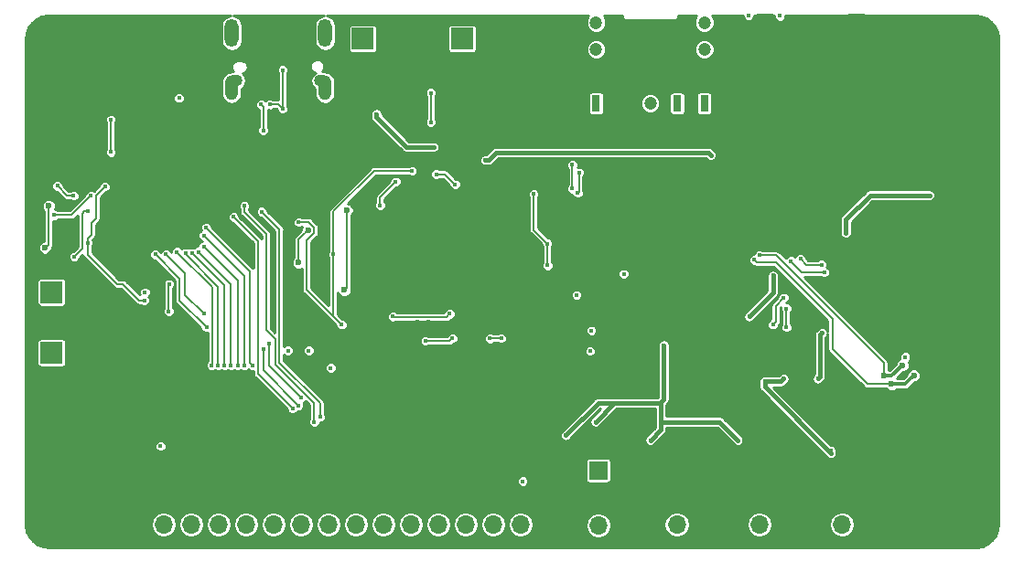
<source format=gbl>
G04 #@! TF.GenerationSoftware,KiCad,Pcbnew,(5.0.0)*
G04 #@! TF.CreationDate,2019-03-27T19:24:55+01:00*
G04 #@! TF.ProjectId,rf-receiver,72662D72656365697665722E6B696361,rev?*
G04 #@! TF.SameCoordinates,Original*
G04 #@! TF.FileFunction,Copper,L4,Bot,Signal*
G04 #@! TF.FilePolarity,Positive*
%FSLAX46Y46*%
G04 Gerber Fmt 4.6, Leading zero omitted, Abs format (unit mm)*
G04 Created by KiCad (PCBNEW (5.0.0)) date 03/27/19 19:24:55*
%MOMM*%
%LPD*%
G01*
G04 APERTURE LIST*
G04 #@! TA.AperFunction,ComponentPad*
%ADD10R,2.000000X2.000000*%
G04 #@! TD*
G04 #@! TA.AperFunction,WasherPad*
%ADD11O,1.300000X2.600000*%
G04 #@! TD*
G04 #@! TA.AperFunction,WasherPad*
%ADD12O,1.200000X2.300000*%
G04 #@! TD*
G04 #@! TA.AperFunction,WasherPad*
%ADD13O,1.350000X1.100000*%
G04 #@! TD*
G04 #@! TA.AperFunction,ComponentPad*
%ADD14R,1.500000X0.800000*%
G04 #@! TD*
G04 #@! TA.AperFunction,ComponentPad*
%ADD15C,1.200000*%
G04 #@! TD*
G04 #@! TA.AperFunction,ComponentPad*
%ADD16R,0.800000X1.500000*%
G04 #@! TD*
G04 #@! TA.AperFunction,ComponentPad*
%ADD17C,5.400000*%
G04 #@! TD*
G04 #@! TA.AperFunction,SMDPad,CuDef*
%ADD18R,1.500000X5.080000*%
G04 #@! TD*
G04 #@! TA.AperFunction,ComponentPad*
%ADD19R,1.700000X1.700000*%
G04 #@! TD*
G04 #@! TA.AperFunction,ComponentPad*
%ADD20O,1.700000X1.700000*%
G04 #@! TD*
G04 #@! TA.AperFunction,ViaPad*
%ADD21C,0.600000*%
G04 #@! TD*
G04 #@! TA.AperFunction,Conductor*
%ADD22R,0.900000X1.600000*%
G04 #@! TD*
G04 #@! TA.AperFunction,ViaPad*
%ADD23C,0.400000*%
G04 #@! TD*
G04 #@! TA.AperFunction,Conductor*
%ADD24C,0.200000*%
G04 #@! TD*
G04 #@! TA.AperFunction,Conductor*
%ADD25C,0.150000*%
G04 #@! TD*
G04 #@! TA.AperFunction,Conductor*
%ADD26C,0.400000*%
G04 #@! TD*
G04 #@! TA.AperFunction,Conductor*
%ADD27C,0.350000*%
G04 #@! TD*
G04 #@! TA.AperFunction,Conductor*
%ADD28C,0.254000*%
G04 #@! TD*
G04 APERTURE END LIST*
D10*
G04 #@! TO.P,-,1*
G04 #@! TO.N,Net-(FL1-Pad3)*
X108000000Y-65500000D03*
G04 #@! TD*
G04 #@! TO.P,+,1*
G04 #@! TO.N,Net-(FL1-Pad4)*
X98800000Y-65500000D03*
G04 #@! TD*
G04 #@! TO.P,W1,1*
G04 #@! TO.N,/UART_TX*
X70000000Y-89000000D03*
G04 #@! TD*
G04 #@! TO.P,W2,1*
G04 #@! TO.N,/UART_RX*
X70000000Y-94600000D03*
G04 #@! TD*
D11*
G04 #@! TO.P,J3,*
G04 #@! TO.N,*
X86680000Y-65000000D03*
X95320000Y-65000000D03*
D12*
X95320000Y-70050000D03*
D13*
X95000000Y-69400000D03*
X87000000Y-69400000D03*
D12*
X86680000Y-70050000D03*
G04 #@! TD*
D14*
G04 #@! TO.P,J1,1*
G04 #@! TO.N,GND*
X125400000Y-66500000D03*
D15*
G04 #@! TO.P,J1,*
G04 #@! TO.N,*
X130400000Y-64000000D03*
X130400000Y-66500000D03*
X120400000Y-64000000D03*
X120400000Y-66500000D03*
X125400000Y-71500000D03*
D16*
G04 #@! TO.P,J1,5*
G04 #@! TO.N,Net-(J1-Pad5)*
X127900000Y-71500000D03*
G04 #@! TO.P,J1,4*
G04 #@! TO.N,GND*
X122900000Y-71500000D03*
G04 #@! TO.P,J1,3*
G04 #@! TO.N,/Tayoe Mixer sheet/I_OUT*
X130400000Y-71500000D03*
G04 #@! TO.P,J1,2*
G04 #@! TO.N,/Tayoe Mixer sheet/Q_OUT*
X120400000Y-71500000D03*
G04 #@! TD*
D17*
G04 #@! TO.P,MH2,1*
G04 #@! TO.N,GND*
X154000000Y-67000000D03*
G04 #@! TD*
G04 #@! TO.P,MH4,1*
G04 #@! TO.N,GND*
X71250000Y-109000000D03*
G04 #@! TD*
G04 #@! TO.P,MH3,1*
G04 #@! TO.N,GND*
X153750000Y-109000000D03*
G04 #@! TD*
G04 #@! TO.P,MH1,1*
G04 #@! TO.N,GND*
X71250000Y-67000000D03*
G04 #@! TD*
D18*
G04 #@! TO.P,J2,2*
G04 #@! TO.N,GND*
X144500000Y-65700000D03*
X136000000Y-65700000D03*
G04 #@! TD*
D19*
G04 #@! TO.P,U2,1*
G04 #@! TO.N,GND*
X77850000Y-110500000D03*
D20*
G04 #@! TO.P,U2,2*
G04 #@! TO.N,+5V*
X80390000Y-110500000D03*
G04 #@! TO.P,U2,3*
G04 #@! TO.N,Net-(R12-Pad1)*
X82930000Y-110500000D03*
G04 #@! TO.P,U2,4*
G04 #@! TO.N,Net-(U2-Pad4)*
X85470000Y-110500000D03*
G04 #@! TO.P,U2,5*
G04 #@! TO.N,Net-(U2-Pad5)*
X88010000Y-110500000D03*
G04 #@! TO.P,U2,6*
G04 #@! TO.N,Net-(U2-Pad6)*
X90550000Y-110500000D03*
G04 #@! TO.P,U2,7*
G04 #@! TO.N,Net-(U2-Pad7)*
X93090000Y-110500000D03*
G04 #@! TO.P,U2,8*
G04 #@! TO.N,Net-(U2-Pad8)*
X95630000Y-110500000D03*
G04 #@! TO.P,U2,9*
G04 #@! TO.N,Net-(U2-Pad9)*
X98170000Y-110500000D03*
G04 #@! TO.P,U2,10*
G04 #@! TO.N,Net-(U2-Pad10)*
X100710000Y-110500000D03*
G04 #@! TO.P,U2,11*
G04 #@! TO.N,Net-(U2-Pad11)*
X103250000Y-110500000D03*
G04 #@! TO.P,U2,12*
G04 #@! TO.N,Net-(U2-Pad12)*
X105790000Y-110500000D03*
G04 #@! TO.P,U2,13*
G04 #@! TO.N,Net-(U2-Pad13)*
X108330000Y-110500000D03*
G04 #@! TO.P,U2,14*
G04 #@! TO.N,Net-(U2-Pad14)*
X110870000Y-110500000D03*
G04 #@! TO.P,U2,15*
G04 #@! TO.N,Net-(R11-Pad1)*
X113410000Y-110500000D03*
G04 #@! TO.P,U2,16*
G04 #@! TO.N,GND*
X115950000Y-110500000D03*
G04 #@! TD*
D19*
G04 #@! TO.P,SW2,1*
G04 #@! TO.N,GND*
X145700000Y-110500000D03*
D20*
G04 #@! TO.P,SW2,2*
G04 #@! TO.N,Net-(R6-Pad2)*
X143160000Y-110500000D03*
G04 #@! TD*
G04 #@! TO.P,SW3,2*
G04 #@! TO.N,Net-(R10-Pad1)*
X135510000Y-110500000D03*
D19*
G04 #@! TO.P,SW3,1*
G04 #@! TO.N,GND*
X138050000Y-110500000D03*
G04 #@! TD*
G04 #@! TO.P,SW1,1*
G04 #@! TO.N,GND*
X130400000Y-110500000D03*
D20*
G04 #@! TO.P,SW1,2*
G04 #@! TO.N,Net-(R5-Pad2)*
X127860000Y-110500000D03*
G04 #@! TD*
D19*
G04 #@! TO.P,P1,1*
G04 #@! TO.N,/ROT_A*
X120600000Y-105500000D03*
D20*
G04 #@! TO.P,P1,2*
G04 #@! TO.N,GND*
X120600000Y-108040000D03*
G04 #@! TO.P,P1,3*
G04 #@! TO.N,/ROT_B*
X120600000Y-110580000D03*
G04 #@! TD*
D21*
G04 #@! TO.N,GND*
G04 #@! TO.C,U10*
X102100000Y-72350000D03*
X102100000Y-73350000D03*
D22*
X102100000Y-72850000D03*
G04 #@! TD*
D23*
G04 #@! TO.N,*
X137400000Y-63400000D03*
X134500000Y-63350000D03*
X81800000Y-71000000D03*
G04 #@! TO.N,GND*
X71050000Y-82900000D03*
X102550000Y-82950000D03*
X103500000Y-82950000D03*
X104400000Y-82950000D03*
X105400000Y-82950000D03*
X106450000Y-82950000D03*
X107550000Y-83400000D03*
X110150000Y-83400000D03*
X106800000Y-83950000D03*
X106800000Y-84900000D03*
X106800000Y-85900000D03*
X106800000Y-86950000D03*
X105900000Y-87350000D03*
X104950000Y-87350000D03*
X104000000Y-87350000D03*
X103050000Y-87350000D03*
X102400000Y-86700000D03*
X102400000Y-85650000D03*
X102400000Y-84550000D03*
X102400000Y-83600000D03*
X101600000Y-84900000D03*
X98900000Y-84900000D03*
X94300000Y-86500000D03*
X95200000Y-86500000D03*
X86550000Y-83050000D03*
X78100000Y-82550000D03*
X75250000Y-82500000D03*
X78750000Y-79600000D03*
X78750000Y-77250000D03*
X71050000Y-75600000D03*
X82600000Y-70000000D03*
X90450000Y-75550000D03*
X89700000Y-75550000D03*
X88900000Y-76100000D03*
X88900000Y-76850000D03*
X89700000Y-78250000D03*
X90400000Y-78250000D03*
X102550000Y-76450000D03*
X106350000Y-76450000D03*
X106850000Y-82250000D03*
X107500000Y-79600000D03*
X140050000Y-97900000D03*
X140000000Y-98750000D03*
X146750000Y-98600000D03*
X144250000Y-98600000D03*
X152700000Y-99300000D03*
X151450000Y-100150000D03*
X150100000Y-99300000D03*
X151450000Y-94000000D03*
X146150000Y-63500000D03*
X146150000Y-64350000D03*
X146150000Y-65300000D03*
X146150000Y-66350000D03*
X146150000Y-67350000D03*
X146150000Y-68450000D03*
X145550000Y-69150000D03*
X144600000Y-69150000D03*
X143700000Y-69150000D03*
X143050000Y-63450000D03*
X143050000Y-64300000D03*
X143050000Y-65250000D03*
X143050000Y-66300000D03*
X143050000Y-67250000D03*
X143050000Y-68200000D03*
X137450000Y-64300000D03*
X137450000Y-65250000D03*
X137450000Y-66250000D03*
X137500000Y-67300000D03*
X137450000Y-68350000D03*
X136650000Y-68900000D03*
X135750000Y-68950000D03*
X134950000Y-68950000D03*
X134500000Y-68250000D03*
X134500000Y-67200000D03*
X134500000Y-66050000D03*
X134500000Y-65150000D03*
X134500000Y-64100000D03*
X139650000Y-68850000D03*
X139650000Y-69750000D03*
X139650000Y-70650000D03*
X139650000Y-71700000D03*
X139650000Y-72600000D03*
X139650000Y-73650000D03*
X139650000Y-75000000D03*
X139650000Y-76150000D03*
X139650000Y-77000000D03*
X140900000Y-77000000D03*
X140900000Y-76150000D03*
X140900000Y-75000000D03*
X140900000Y-73650000D03*
X140900000Y-72600000D03*
X140900000Y-71650000D03*
X140900000Y-70550000D03*
X140900000Y-69750000D03*
X140900000Y-68900000D03*
X102850000Y-90550000D03*
X104850000Y-90550000D03*
X103850000Y-90550000D03*
X103850000Y-88200000D03*
X104850000Y-88200000D03*
X102850000Y-88200000D03*
X92850000Y-83150000D03*
X71100000Y-78500000D03*
X71100000Y-84350000D03*
X95800000Y-98300000D03*
X97050000Y-98300000D03*
X98350000Y-98300000D03*
X99600000Y-98300000D03*
X100850000Y-98300000D03*
X102750000Y-94650000D03*
X81500000Y-95550000D03*
X80000000Y-95500000D03*
X143350000Y-107600000D03*
X117100000Y-90800000D03*
X116750000Y-94150000D03*
X117200000Y-88000000D03*
X120800000Y-84200000D03*
X119750000Y-85500000D03*
X125650000Y-81200000D03*
X127150000Y-80150000D03*
X84350000Y-73850000D03*
X102700000Y-91850000D03*
X103850000Y-91750000D03*
X104850000Y-91750000D03*
X100200000Y-90750000D03*
X100950000Y-92000000D03*
X99500000Y-93350000D03*
X98200000Y-94500000D03*
X97650000Y-93150000D03*
X97250000Y-91250000D03*
X96700000Y-90600000D03*
X98600000Y-90750000D03*
X98750000Y-92050000D03*
X110200000Y-87100000D03*
X110200000Y-87800000D03*
X110250000Y-85950000D03*
X107600000Y-85900000D03*
X107600000Y-86900000D03*
X107600000Y-87400000D03*
X111150000Y-83400000D03*
X112150000Y-83400000D03*
X113100000Y-83400000D03*
X113250000Y-84500000D03*
X111800000Y-84900000D03*
X112500000Y-85550000D03*
X113300000Y-86350000D03*
X80250000Y-88250000D03*
X79600000Y-90150000D03*
X79050000Y-91550000D03*
X80300000Y-91450000D03*
X81700000Y-90550000D03*
X81650000Y-91750000D03*
X83150000Y-91800000D03*
X103850000Y-82100000D03*
X103350000Y-82050000D03*
X103350000Y-79500000D03*
X103850000Y-79600000D03*
X116950000Y-82800000D03*
X116950000Y-81350000D03*
X116900000Y-79900000D03*
X116900000Y-78500000D03*
X121800000Y-102300000D03*
X127000000Y-106800000D03*
X117900000Y-100050000D03*
X151200000Y-83900000D03*
X150500000Y-84400000D03*
X149600000Y-85050000D03*
X149600000Y-85950000D03*
X150250000Y-86700000D03*
X152800000Y-84150000D03*
X153950000Y-84700000D03*
X154150000Y-85700000D03*
X153700000Y-86550000D03*
X152700000Y-86900000D03*
X151850000Y-86800000D03*
X137150000Y-92750000D03*
X133200000Y-95000000D03*
X135750000Y-95650000D03*
X136950000Y-94200000D03*
X138450000Y-95900000D03*
X132150000Y-88350000D03*
X129750000Y-87850000D03*
X127200000Y-85750000D03*
X125100000Y-83650000D03*
X123250000Y-81650000D03*
X119450000Y-81300000D03*
X120700000Y-82600000D03*
X118500000Y-84700000D03*
X117850000Y-86350000D03*
X118100000Y-90700000D03*
X119900000Y-90850000D03*
X124550000Y-88450000D03*
X125650000Y-89750000D03*
X125650000Y-92500000D03*
X124400000Y-93750000D03*
X121850000Y-93750000D03*
X121950000Y-91250000D03*
X121750000Y-96250000D03*
X121650000Y-97600000D03*
X119050000Y-98400000D03*
X115700000Y-98550000D03*
X114500000Y-99750000D03*
X117500000Y-98750000D03*
X96400000Y-102300000D03*
X100150000Y-102150000D03*
X103100000Y-102150000D03*
X106500000Y-102250000D03*
X111800000Y-102100000D03*
X114550000Y-103100000D03*
X115600000Y-107250000D03*
X112500000Y-104700000D03*
X111600000Y-107800000D03*
X108500000Y-107200000D03*
X104650000Y-107050000D03*
X100750000Y-107100000D03*
X97300000Y-107100000D03*
X93950000Y-106850000D03*
X90450000Y-105850000D03*
X95200000Y-104350000D03*
X99450000Y-104700000D03*
X103100000Y-104550000D03*
X107200000Y-104750000D03*
X69100000Y-97400000D03*
X73150000Y-97050000D03*
X73350000Y-100300000D03*
X69150000Y-100700000D03*
X69350000Y-104100000D03*
X73600000Y-103800000D03*
X74800000Y-106700000D03*
X78200000Y-107200000D03*
X82000000Y-105150000D03*
X82000000Y-107400000D03*
X76900000Y-102150000D03*
X79350000Y-99550000D03*
X81300000Y-101650000D03*
X80850000Y-97600000D03*
X74250000Y-91300000D03*
X73000000Y-93900000D03*
X72250000Y-87050000D03*
X74100000Y-87700000D03*
X72450000Y-89700000D03*
X68000000Y-65000000D03*
X69500000Y-63500000D03*
X72000000Y-63500000D03*
X74000000Y-63500000D03*
X76000000Y-63500000D03*
X78000000Y-63500000D03*
X80000000Y-63500000D03*
X82000000Y-63500000D03*
X84000000Y-63500000D03*
X85500000Y-63500000D03*
X85500000Y-65500000D03*
X85500000Y-67500000D03*
X85500000Y-69500000D03*
X85500000Y-71500000D03*
X87000000Y-72000000D03*
X88500000Y-72000000D03*
X93000000Y-72000000D03*
X95000000Y-72000000D03*
X96500000Y-72000000D03*
X96500000Y-70000000D03*
X96500000Y-68000000D03*
X96500000Y-66000000D03*
X96500000Y-63500000D03*
X106000000Y-63500000D03*
X108000000Y-63500000D03*
X110000000Y-63500000D03*
X112500000Y-63500000D03*
X115000000Y-63500000D03*
X117500000Y-63500000D03*
X119000000Y-63500000D03*
X119000000Y-65500000D03*
X119500000Y-67500000D03*
X123000000Y-70000000D03*
X123000000Y-73000000D03*
X124000000Y-71500000D03*
X125500000Y-67500000D03*
X124000000Y-66500000D03*
X125500000Y-65500000D03*
X127000000Y-66500000D03*
X122000000Y-63500000D03*
X128500000Y-63500000D03*
X131500000Y-63500000D03*
X133000000Y-63500000D03*
X148000000Y-63500000D03*
X150000000Y-63500000D03*
X152000000Y-63500000D03*
X154000000Y-63500000D03*
X156000000Y-63500000D03*
X157500000Y-65000000D03*
X157500000Y-67000000D03*
X157500000Y-69000000D03*
X157500000Y-71000000D03*
X157500000Y-73000000D03*
X157500000Y-75500000D03*
X157500000Y-78000000D03*
X157500000Y-80500000D03*
X157500000Y-83000000D03*
X157500000Y-85500000D03*
X157500000Y-88000000D03*
X157500000Y-90500000D03*
X155500000Y-90500000D03*
X152678761Y-94678761D03*
X157500000Y-91500000D03*
X157500000Y-93000000D03*
X157500000Y-94500000D03*
X157500000Y-96000000D03*
X157500000Y-97500000D03*
X157500000Y-99000000D03*
X157500000Y-100500000D03*
X157500000Y-102000000D03*
X157500000Y-103500000D03*
X157500000Y-105500000D03*
X157500000Y-107500000D03*
X157500000Y-109500000D03*
X157000000Y-111500000D03*
X155500000Y-112500000D03*
X153500000Y-112500000D03*
X151500000Y-112500000D03*
X149000000Y-112500000D03*
X147000000Y-110000000D03*
X147000000Y-112500000D03*
X145000000Y-112500000D03*
X143000000Y-112500000D03*
X140500000Y-112500000D03*
X138500000Y-112500000D03*
X136000000Y-112500000D03*
X134000000Y-112500000D03*
X131500000Y-112500000D03*
X129000000Y-112500000D03*
X127000000Y-112500000D03*
X125000000Y-112500000D03*
X122500000Y-112500000D03*
X120000000Y-112500000D03*
X117500000Y-112500000D03*
X115000000Y-112500000D03*
X112500000Y-112500000D03*
X110000000Y-112500000D03*
X107500000Y-112500000D03*
X104500000Y-112500000D03*
X101500000Y-112500000D03*
X98500000Y-112500000D03*
X95500000Y-112500000D03*
X92500000Y-112500000D03*
X90000000Y-112500000D03*
X87500000Y-112500000D03*
X85000000Y-112500000D03*
X82500000Y-112500000D03*
X80000000Y-112500000D03*
X77500000Y-112500000D03*
X74500000Y-112500000D03*
X71000000Y-112500000D03*
X68500000Y-112000000D03*
X68000000Y-110500000D03*
X68000000Y-107500000D03*
X68000000Y-105500000D03*
X68000000Y-103500000D03*
X68000000Y-101000000D03*
X68000000Y-98500000D03*
X68000000Y-96000000D03*
X68000000Y-93500000D03*
X68000000Y-91000000D03*
X68000000Y-88000000D03*
X68000000Y-85000000D03*
X68000000Y-82500000D03*
X68000000Y-80500000D03*
X68000000Y-78500000D03*
X68000000Y-76000000D03*
X68000000Y-73500000D03*
X68000000Y-71000000D03*
X68000000Y-68500000D03*
X70000000Y-70500000D03*
X73000000Y-70500000D03*
X71000000Y-105000000D03*
X149500000Y-109000000D03*
X149500000Y-111000000D03*
X150000000Y-106500000D03*
X152000000Y-105000000D03*
X155000000Y-105000000D03*
X150000000Y-65000000D03*
X150000000Y-67000000D03*
X151000000Y-69000000D03*
X153500000Y-70500000D03*
X156000000Y-70500000D03*
G04 #@! TO.N,+1V8*
X96850000Y-92000000D03*
X96085000Y-85500000D03*
X92850000Y-82500000D03*
X73335000Y-84400000D03*
X78600000Y-89750000D03*
X103350000Y-77735000D03*
X75500000Y-73000000D03*
X75500000Y-76000000D03*
X70550000Y-79150000D03*
X72050000Y-80050000D03*
X74950000Y-79200000D03*
G04 #@! TO.N,/JTAGConn58895F8D/SWDIO*
X73350000Y-81500000D03*
X72100000Y-85700000D03*
G04 #@! TO.N,/JTAGConn58895F8D/SWCLK*
X73650000Y-80050000D03*
X70250000Y-81850000D03*
G04 #@! TO.N,VAA*
X115887500Y-84500000D03*
X104600000Y-93500000D03*
X107100000Y-93250000D03*
X111600000Y-93250000D03*
X107350000Y-79000000D03*
X114615000Y-79900000D03*
X115900000Y-86500000D03*
X110571434Y-93278556D03*
X105600000Y-78050002D03*
G04 #@! TO.N,/AD9954sheet/IOUT+*
X118200000Y-77200000D03*
X118192722Y-79394550D03*
G04 #@! TO.N,/AD9954sheet/IOUT-*
X118800000Y-77900000D03*
X118703761Y-79796239D03*
G04 #@! TO.N,+5V*
X113600000Y-106500000D03*
X80085000Y-103250000D03*
X91900000Y-94400000D03*
X93800000Y-94400000D03*
X95850000Y-96015000D03*
X119850000Y-94450000D03*
X119950000Y-92550000D03*
X118585000Y-89250000D03*
X105100000Y-70515000D03*
X105100000Y-73250000D03*
X149000000Y-95000000D03*
X78650000Y-89000000D03*
G04 #@! TO.N,/ROT_A*
X89442731Y-81529969D03*
X94850000Y-100549990D03*
G04 #@! TO.N,/Tayoe Mixer sheet/270_deg*
X141500000Y-87150000D03*
X138400000Y-86100000D03*
G04 #@! TO.N,/ROT_B*
X87850000Y-81000000D03*
X94313333Y-101018333D03*
G04 #@! TO.N,/Tayoe Mixer sheet/180_deg*
X141250000Y-86450000D03*
X139300000Y-85900000D03*
D21*
G04 #@! TO.N,/UART_TX*
X69750000Y-81000000D03*
X69410215Y-84883037D03*
D23*
G04 #@! TO.N,/DDS_RESET*
X101850000Y-78750000D03*
X100414999Y-80944999D03*
G04 #@! TO.N,/VDDANA*
X80850000Y-90750000D03*
X80886667Y-88231667D03*
G04 #@! TO.N,+12V*
X100065832Y-72465832D03*
X110150000Y-76750000D03*
X131000000Y-76295000D03*
X105350000Y-75550000D03*
D21*
G04 #@! TO.N,/Tayoe Mixer sheet/0_deg*
X147000000Y-96750000D03*
X148750000Y-95750000D03*
D23*
X135500000Y-85575982D03*
D21*
G04 #@! TO.N,/Tayoe Mixer sheet/90_deg*
X147750000Y-97500000D03*
X149792722Y-96700010D03*
D23*
X135023867Y-85999990D03*
G04 #@! TO.N,Net-(IC3-Pad2)*
X138000000Y-92250000D03*
X138000000Y-90500000D03*
G04 #@! TO.N,Net-(IC3-Pad12)*
X136750000Y-92000000D03*
X137750000Y-89500000D03*
G04 #@! TO.N,/CLKMODESEL*
X106850000Y-91000000D03*
X101600000Y-91250000D03*
D21*
G04 #@! TO.N,/IOSYNC*
X92850000Y-86250000D03*
X93738138Y-83223751D03*
G04 #@! TO.N,/PWRDWNCTL*
X97350000Y-81394978D03*
X97100000Y-88800042D03*
D23*
G04 #@! TO.N,/BTN1*
X92313333Y-99768333D03*
X86850000Y-82025011D03*
G04 #@! TO.N,/LCD_D7*
X88600000Y-95750000D03*
X84304999Y-83000000D03*
G04 #@! TO.N,/LCD_D6*
X84100000Y-83750000D03*
X87850000Y-95750000D03*
G04 #@! TO.N,/LCD_D5*
X84100000Y-84750000D03*
X87249987Y-95750000D03*
G04 #@! TO.N,/LCD_D4*
X83600000Y-85250000D03*
X86600000Y-95750000D03*
G04 #@! TO.N,/LCD_EN*
X85999987Y-95750000D03*
X83008791Y-85353600D03*
G04 #@! TO.N,/LCD_RW*
X85399974Y-95750000D03*
X82408783Y-85351661D03*
G04 #@! TO.N,/LCD_RS*
X81600000Y-85250000D03*
X84799961Y-95750000D03*
G04 #@! TO.N,/BTN2*
X80600000Y-85500000D03*
X84100000Y-91000000D03*
X90100000Y-93750000D03*
X93088589Y-98761411D03*
G04 #@! TO.N,/BTN3*
X92850000Y-99500000D03*
X89600000Y-94250000D03*
X84350000Y-92250000D03*
X79600000Y-85500000D03*
G04 #@! TO.N,+3V3*
X120335000Y-101000000D03*
X117585000Y-102250000D03*
X142130000Y-103700000D03*
X136750000Y-87440000D03*
X122950000Y-87300000D03*
X143500000Y-83500000D03*
X151250000Y-80000000D03*
X136000000Y-97250000D03*
X137750000Y-97000000D03*
X140905000Y-97000000D03*
X126650000Y-93900000D03*
X134549986Y-91250000D03*
X141299978Y-92750000D03*
X133500000Y-102700000D03*
X125400000Y-102700000D03*
G04 #@! TO.N,/USB_D-*
X91400000Y-72000000D03*
X90200000Y-71600000D03*
X91400000Y-68400000D03*
G04 #@! TO.N,Net-(C55-Pad1)*
X89400000Y-71600000D03*
X89600000Y-74000000D03*
G04 #@! TD*
D24*
G04 #@! TO.N,+1V8*
X96850000Y-92000000D02*
X96085000Y-91235000D01*
X96085000Y-91235000D02*
X96085000Y-85500000D01*
X96085000Y-85500000D02*
X96085000Y-81515000D01*
X96085000Y-81515000D02*
X99865000Y-77735000D01*
X99865000Y-77735000D02*
X103350000Y-77735000D01*
X75500000Y-73000000D02*
X75500000Y-76000000D01*
X94300001Y-83514001D02*
X94300001Y-82985999D01*
X96085000Y-91235000D02*
X93600000Y-88750000D01*
X93132842Y-82500000D02*
X92850000Y-82500000D01*
X93600000Y-88750000D02*
X93600000Y-84214002D01*
X93814002Y-82500000D02*
X93132842Y-82500000D01*
X93600000Y-84214002D02*
X94300001Y-83514001D01*
X94300001Y-82985999D02*
X93814002Y-82500000D01*
X71767158Y-80050000D02*
X72050000Y-80050000D01*
X71450000Y-80050000D02*
X71767158Y-80050000D01*
X70550000Y-79150000D02*
X71450000Y-80050000D01*
X73335000Y-84000000D02*
X73669168Y-83665832D01*
X73669168Y-83665832D02*
X73669168Y-82569168D01*
X74100000Y-82138336D02*
X74100000Y-80050000D01*
X73669168Y-82569168D02*
X74100000Y-82138336D01*
X73335000Y-85515000D02*
X73335000Y-84000000D01*
X76100000Y-88250000D02*
X73365000Y-85515000D01*
X76600000Y-88250000D02*
X76100000Y-88250000D01*
X73365000Y-85515000D02*
X73335000Y-85515000D01*
X74100000Y-80050000D02*
X74950000Y-79200000D01*
X78600000Y-89750000D02*
X78100000Y-89750000D01*
X78100000Y-89750000D02*
X76600000Y-88250000D01*
G04 #@! TO.N,/JTAGConn58895F8D/SWDIO*
X72350000Y-85450000D02*
X72100000Y-85700000D01*
X72850000Y-84950000D02*
X72350000Y-85450000D01*
X72850000Y-81717158D02*
X72850000Y-84950000D01*
X73350000Y-81500000D02*
X73067158Y-81500000D01*
X73067158Y-81500000D02*
X72850000Y-81717158D01*
G04 #@! TO.N,/JTAGConn58895F8D/SWCLK*
X70532842Y-81850000D02*
X70250000Y-81850000D01*
X71850000Y-81850000D02*
X70532842Y-81850000D01*
X73650000Y-80050000D02*
X71850000Y-81850000D01*
G04 #@! TO.N,VAA*
X104600000Y-93500000D02*
X106850000Y-93500000D01*
X106850000Y-93500000D02*
X107100000Y-93250000D01*
X115900000Y-84500000D02*
X115900000Y-86500000D01*
X114615000Y-79900000D02*
X114615000Y-83215000D01*
X114615000Y-83215000D02*
X115900000Y-84500000D01*
X115900000Y-86500000D02*
X115900000Y-86500000D01*
X111600000Y-93250000D02*
X110599990Y-93250000D01*
X110599990Y-93250000D02*
X110571434Y-93278556D01*
X106400002Y-78050002D02*
X105882842Y-78050002D01*
X107350000Y-79000000D02*
X106400002Y-78050002D01*
X105882842Y-78050002D02*
X105600000Y-78050002D01*
D25*
G04 #@! TO.N,/AD9954sheet/IOUT+*
X118200000Y-77200000D02*
X118200000Y-79387272D01*
X118200000Y-79387272D02*
X118192722Y-79394550D01*
G04 #@! TO.N,/AD9954sheet/IOUT-*
X118800000Y-77900000D02*
X118800000Y-79700000D01*
X118800000Y-79700000D02*
X118703761Y-79796239D01*
D24*
G04 #@! TO.N,+5V*
X105100000Y-70515000D02*
X105100000Y-73000000D01*
X105100000Y-73000000D02*
X105100000Y-73250000D01*
G04 #@! TO.N,/ROT_A*
X94850000Y-100267148D02*
X94850000Y-100549990D01*
X91100000Y-95500000D02*
X94850000Y-99250000D01*
X91100000Y-83187238D02*
X91100000Y-95500000D01*
X89442731Y-81529969D02*
X91100000Y-83187238D01*
X94850000Y-99250000D02*
X94850000Y-100267148D01*
G04 #@! TO.N,/Tayoe Mixer sheet/270_deg*
X141500000Y-87150000D02*
X139450000Y-87150000D01*
X139450000Y-87150000D02*
X138400000Y-86100000D01*
G04 #@! TO.N,/ROT_B*
X94313333Y-99279033D02*
X94313333Y-100735491D01*
X89850000Y-83594990D02*
X89850000Y-92500000D01*
X90699989Y-93349989D02*
X90699989Y-95665689D01*
X90699989Y-95665689D02*
X94313333Y-99279033D01*
X94313333Y-100735491D02*
X94313333Y-101018333D01*
X89850000Y-92500000D02*
X90699989Y-93349989D01*
X87850000Y-81000000D02*
X87850000Y-81594990D01*
X87850000Y-81594990D02*
X89850000Y-83594990D01*
G04 #@! TO.N,/Tayoe Mixer sheet/180_deg*
X141250000Y-86450000D02*
X139850000Y-86450000D01*
X139850000Y-86450000D02*
X139300000Y-85900000D01*
G04 #@! TO.N,/UART_TX*
X69750000Y-84543252D02*
X69710214Y-84583038D01*
X69710214Y-84583038D02*
X69410215Y-84883037D01*
X69750000Y-81000000D02*
X69750000Y-84543252D01*
G04 #@! TO.N,/DDS_RESET*
X101850000Y-78750000D02*
X100414999Y-80185001D01*
X100414999Y-80185001D02*
X100414999Y-80944999D01*
G04 #@! TO.N,/VDDANA*
X80850000Y-90750000D02*
X80850000Y-88268334D01*
X80850000Y-88268334D02*
X80886667Y-88231667D01*
D26*
G04 #@! TO.N,+12V*
X110432842Y-76750000D02*
X111132842Y-76050000D01*
X110150000Y-76750000D02*
X110432842Y-76750000D01*
X111132842Y-76050000D02*
X130755000Y-76050000D01*
X130755000Y-76050000D02*
X131000000Y-76295000D01*
X100065832Y-72465832D02*
X100065832Y-72748674D01*
X105067158Y-75550000D02*
X105350000Y-75550000D01*
X102867158Y-75550000D02*
X105067158Y-75550000D01*
X100065832Y-72748674D02*
X102867158Y-75550000D01*
D27*
G04 #@! TO.N,/Tayoe Mixer sheet/0_deg*
X147750000Y-96750000D02*
X148750000Y-95750000D01*
X147000000Y-96750000D02*
X147750000Y-96750000D01*
D24*
X137075982Y-85575982D02*
X135782842Y-85575982D01*
X147000000Y-95500000D02*
X137075982Y-85575982D01*
X135782842Y-85575982D02*
X135500000Y-85575982D01*
X147000000Y-96750000D02*
X147000000Y-95500000D01*
D27*
G04 #@! TO.N,/Tayoe Mixer sheet/90_deg*
X148992732Y-97500000D02*
X149492723Y-97000009D01*
X147750000Y-97500000D02*
X148992732Y-97500000D01*
X149492723Y-97000009D02*
X149792722Y-96700010D01*
D24*
X145500000Y-97500000D02*
X142250000Y-94250000D01*
X142250000Y-94250000D02*
X142250000Y-91500000D01*
X142250000Y-91500000D02*
X137004046Y-86254046D01*
X147750000Y-97500000D02*
X145500000Y-97500000D01*
X137004046Y-86254046D02*
X135277923Y-86254046D01*
X135223866Y-86199989D02*
X135023867Y-85999990D01*
X135277923Y-86254046D02*
X135223866Y-86199989D01*
G04 #@! TO.N,Net-(IC3-Pad2)*
X138000000Y-92250000D02*
X138000000Y-90500000D01*
G04 #@! TO.N,Net-(IC3-Pad12)*
X136750000Y-92000000D02*
X137000000Y-91750000D01*
X137000000Y-91750000D02*
X137000000Y-90250000D01*
X137000000Y-90250000D02*
X137750000Y-89500000D01*
G04 #@! TO.N,/CLKMODESEL*
X101650000Y-91300000D02*
X101600000Y-91250000D01*
X106850000Y-91000000D02*
X106550000Y-91300000D01*
X106550000Y-91300000D02*
X101650000Y-91300000D01*
G04 #@! TO.N,/IOSYNC*
X92850000Y-84111889D02*
X93438139Y-83523750D01*
X93438139Y-83523750D02*
X93738138Y-83223751D01*
X92850000Y-86250000D02*
X92850000Y-84111889D01*
G04 #@! TO.N,/PWRDWNCTL*
X97350000Y-81394978D02*
X97350000Y-88550042D01*
X97350000Y-88550042D02*
X97100000Y-88800042D01*
G04 #@! TO.N,/BTN1*
X89100000Y-84275011D02*
X87049999Y-82225010D01*
X87049999Y-82225010D02*
X86850000Y-82025011D01*
X92313333Y-99768333D02*
X89100000Y-96555000D01*
X89100000Y-96555000D02*
X89100000Y-84275011D01*
G04 #@! TO.N,/LCD_D7*
X88600000Y-95750000D02*
X88350000Y-95500000D01*
X88350000Y-95500000D02*
X88350000Y-87045001D01*
X88350000Y-87045001D02*
X84304999Y-83000000D01*
G04 #@! TO.N,/LCD_D6*
X87850000Y-87500000D02*
X87850000Y-95750000D01*
X84100000Y-83750000D02*
X87850000Y-87500000D01*
G04 #@! TO.N,/LCD_D5*
X84100000Y-84750000D02*
X87249987Y-87899987D01*
X87249987Y-87899987D02*
X87249987Y-95467158D01*
X87249987Y-95467158D02*
X87249987Y-95750000D01*
G04 #@! TO.N,/LCD_D4*
X83600000Y-85250000D02*
X86600000Y-88250000D01*
X86600000Y-88250000D02*
X86600000Y-95750000D01*
G04 #@! TO.N,/LCD_EN*
X83008791Y-85365913D02*
X83008791Y-85353600D01*
X85999987Y-88357109D02*
X83008791Y-85365913D01*
X85999987Y-95750000D02*
X85999987Y-88357109D01*
G04 #@! TO.N,/LCD_RW*
X82408783Y-85473027D02*
X82408783Y-85351661D01*
X85399974Y-95750000D02*
X85399974Y-88464218D01*
X85399974Y-88464218D02*
X82408783Y-85473027D01*
G04 #@! TO.N,/LCD_RS*
X84850000Y-95699961D02*
X84799961Y-95750000D01*
X81600000Y-85250000D02*
X84850000Y-88500000D01*
X84850000Y-88500000D02*
X84850000Y-95699961D01*
G04 #@! TO.N,/BTN2*
X80600000Y-85500000D02*
X82350000Y-87250000D01*
X82350000Y-87250000D02*
X82350000Y-89250000D01*
X82350000Y-89250000D02*
X84100000Y-91000000D01*
X90100000Y-95772822D02*
X92888590Y-98561412D01*
X92888590Y-98561412D02*
X93088589Y-98761411D01*
X90100000Y-93750000D02*
X90100000Y-95772822D01*
G04 #@! TO.N,/BTN3*
X92850000Y-99500000D02*
X89600000Y-96250000D01*
X89600000Y-96250000D02*
X89600000Y-94250000D01*
X84350000Y-92250000D02*
X81850000Y-89750000D01*
X81850000Y-89750000D02*
X81850000Y-87750000D01*
X81850000Y-87750000D02*
X79600000Y-85500000D01*
D26*
G04 #@! TO.N,+3V3*
X122085000Y-99250000D02*
X120335000Y-101000000D01*
X122085000Y-99250000D02*
X120585000Y-99250000D01*
X120585000Y-99250000D02*
X117585000Y-102250000D01*
X136750000Y-87440000D02*
X136750000Y-89050000D01*
X136750000Y-89050000D02*
X134550000Y-91250000D01*
X145750000Y-80000000D02*
X151250000Y-80000000D01*
X143500000Y-83500000D02*
X143500000Y-82250000D01*
X143500000Y-82250000D02*
X145750000Y-80000000D01*
X137500000Y-97250000D02*
X137750000Y-97000000D01*
X136000000Y-97250000D02*
X137500000Y-97250000D01*
X126650000Y-94182842D02*
X126650000Y-93900000D01*
X126650000Y-98900000D02*
X126650000Y-94182842D01*
X126300000Y-99250000D02*
X126650000Y-98900000D01*
X136000000Y-97770000D02*
X142130000Y-103900000D01*
X136000000Y-97250000D02*
X136000000Y-97770000D01*
X126350000Y-101000000D02*
X130120000Y-101000000D01*
X122085000Y-99250000D02*
X126350000Y-99250000D01*
X126350000Y-99250000D02*
X126350000Y-101000000D01*
X141099979Y-92949999D02*
X141299978Y-92750000D01*
X141100000Y-92950020D02*
X141099979Y-92949999D01*
X140905000Y-97000000D02*
X141100000Y-96805000D01*
X141100000Y-96805000D02*
X141100000Y-92950020D01*
X131800000Y-101000000D02*
X133500000Y-102700000D01*
X130150000Y-101000000D02*
X131800000Y-101000000D01*
X126350000Y-101750000D02*
X125400000Y-102700000D01*
X126350000Y-100950000D02*
X126350000Y-101750000D01*
D24*
G04 #@! TO.N,/USB_D-*
X91000000Y-71600000D02*
X91400000Y-72000000D01*
X90200000Y-71600000D02*
X91000000Y-71600000D01*
X91400000Y-72000000D02*
X91400000Y-68400000D01*
G04 #@! TO.N,Net-(C55-Pad1)*
X89400000Y-71600000D02*
X89600000Y-71800000D01*
X89600000Y-71800000D02*
X89600000Y-74000000D01*
G04 #@! TD*
D28*
G04 #@! TO.N,GND*
G36*
X86298795Y-63429687D02*
X85975624Y-63645623D01*
X85759688Y-63968794D01*
X85703001Y-64253777D01*
X85703000Y-65746222D01*
X85759687Y-66031205D01*
X85975623Y-66354377D01*
X86298794Y-66570313D01*
X86680000Y-66646140D01*
X87061205Y-66570313D01*
X87384377Y-66354377D01*
X87600313Y-66031206D01*
X87657000Y-65746223D01*
X87657000Y-64253777D01*
X87600313Y-63968794D01*
X87384377Y-63645623D01*
X87061206Y-63429687D01*
X86796332Y-63377000D01*
X95203668Y-63377000D01*
X94938795Y-63429687D01*
X94615624Y-63645623D01*
X94399688Y-63968794D01*
X94343001Y-64253777D01*
X94343000Y-65746222D01*
X94399687Y-66031205D01*
X94615623Y-66354377D01*
X94938794Y-66570313D01*
X95320000Y-66646140D01*
X95701205Y-66570313D01*
X96024377Y-66354377D01*
X96240313Y-66031206D01*
X96297000Y-65746223D01*
X96297000Y-64500000D01*
X97466594Y-64500000D01*
X97466594Y-66500000D01*
X97491973Y-66627589D01*
X97564246Y-66735754D01*
X97672411Y-66808027D01*
X97800000Y-66833406D01*
X99800000Y-66833406D01*
X99927589Y-66808027D01*
X100035754Y-66735754D01*
X100108027Y-66627589D01*
X100133406Y-66500000D01*
X100133406Y-64500000D01*
X106666594Y-64500000D01*
X106666594Y-66500000D01*
X106691973Y-66627589D01*
X106764246Y-66735754D01*
X106872411Y-66808027D01*
X107000000Y-66833406D01*
X109000000Y-66833406D01*
X109127589Y-66808027D01*
X109235754Y-66735754D01*
X109308027Y-66627589D01*
X109333406Y-66500000D01*
X109333406Y-66315608D01*
X119473000Y-66315608D01*
X119473000Y-66684392D01*
X119614127Y-67025103D01*
X119874897Y-67285873D01*
X120215608Y-67427000D01*
X120584392Y-67427000D01*
X120925103Y-67285873D01*
X121185873Y-67025103D01*
X121327000Y-66684392D01*
X121327000Y-66315608D01*
X129473000Y-66315608D01*
X129473000Y-66684392D01*
X129614127Y-67025103D01*
X129874897Y-67285873D01*
X130215608Y-67427000D01*
X130584392Y-67427000D01*
X130925103Y-67285873D01*
X131185873Y-67025103D01*
X131327000Y-66684392D01*
X131327000Y-66315608D01*
X131185873Y-65974897D01*
X130925103Y-65714127D01*
X130584392Y-65573000D01*
X130215608Y-65573000D01*
X129874897Y-65714127D01*
X129614127Y-65974897D01*
X129473000Y-66315608D01*
X121327000Y-66315608D01*
X121185873Y-65974897D01*
X120925103Y-65714127D01*
X120584392Y-65573000D01*
X120215608Y-65573000D01*
X119874897Y-65714127D01*
X119614127Y-65974897D01*
X119473000Y-66315608D01*
X109333406Y-66315608D01*
X109333406Y-64500000D01*
X109308027Y-64372411D01*
X109235754Y-64264246D01*
X109127589Y-64191973D01*
X109000000Y-64166594D01*
X107000000Y-64166594D01*
X106872411Y-64191973D01*
X106764246Y-64264246D01*
X106691973Y-64372411D01*
X106666594Y-64500000D01*
X100133406Y-64500000D01*
X100108027Y-64372411D01*
X100035754Y-64264246D01*
X99927589Y-64191973D01*
X99800000Y-64166594D01*
X97800000Y-64166594D01*
X97672411Y-64191973D01*
X97564246Y-64264246D01*
X97491973Y-64372411D01*
X97466594Y-64500000D01*
X96297000Y-64500000D01*
X96297000Y-64253777D01*
X96240313Y-63968794D01*
X96024377Y-63645623D01*
X95701206Y-63429687D01*
X95436332Y-63377000D01*
X119712024Y-63377000D01*
X119614127Y-63474897D01*
X119473000Y-63815608D01*
X119473000Y-64184392D01*
X119614127Y-64525103D01*
X119874897Y-64785873D01*
X120215608Y-64927000D01*
X120584392Y-64927000D01*
X120925103Y-64785873D01*
X121185873Y-64525103D01*
X121327000Y-64184392D01*
X121327000Y-63815608D01*
X121185873Y-63474897D01*
X121087976Y-63377000D01*
X122820190Y-63377000D01*
X122815615Y-63400000D01*
X122844875Y-63547098D01*
X122913531Y-63649849D01*
X122928199Y-63671801D01*
X123052902Y-63755125D01*
X123200000Y-63784385D01*
X123237126Y-63777000D01*
X127562874Y-63777000D01*
X127600000Y-63784385D01*
X127637126Y-63777000D01*
X127747098Y-63755125D01*
X127871801Y-63671801D01*
X127955125Y-63547098D01*
X127984385Y-63400000D01*
X127979810Y-63377000D01*
X129712024Y-63377000D01*
X129614127Y-63474897D01*
X129473000Y-63815608D01*
X129473000Y-64184392D01*
X129614127Y-64525103D01*
X129874897Y-64785873D01*
X130215608Y-64927000D01*
X130584392Y-64927000D01*
X130925103Y-64785873D01*
X131185873Y-64525103D01*
X131327000Y-64184392D01*
X131327000Y-63815608D01*
X131185873Y-63474897D01*
X131087976Y-63377000D01*
X133973000Y-63377000D01*
X133973000Y-63454827D01*
X134053231Y-63648522D01*
X134201478Y-63796769D01*
X134395173Y-63877000D01*
X134604827Y-63877000D01*
X134798522Y-63796769D01*
X134946769Y-63648522D01*
X135027000Y-63454827D01*
X135027000Y-63377000D01*
X136873000Y-63377000D01*
X136873000Y-63504827D01*
X136953231Y-63698522D01*
X137101478Y-63846769D01*
X137295173Y-63927000D01*
X137504827Y-63927000D01*
X137698522Y-63846769D01*
X137846769Y-63698522D01*
X137927000Y-63504827D01*
X137927000Y-63377000D01*
X155476283Y-63377000D01*
X156027222Y-63446600D01*
X156521319Y-63642226D01*
X156951240Y-63954582D01*
X157289979Y-64364045D01*
X157516243Y-64844884D01*
X157619185Y-65384520D01*
X157623001Y-65505954D01*
X157623000Y-110476284D01*
X157553400Y-111027222D01*
X157357774Y-111521319D01*
X157045415Y-111951244D01*
X156635954Y-112289978D01*
X156155116Y-112516243D01*
X155615480Y-112619185D01*
X155494078Y-112623000D01*
X69773716Y-112623000D01*
X69222778Y-112553400D01*
X68728681Y-112357774D01*
X68298756Y-112045415D01*
X67960022Y-111635954D01*
X67733757Y-111155116D01*
X67630815Y-110615480D01*
X67627187Y-110500000D01*
X79189942Y-110500000D01*
X79281291Y-110959242D01*
X79541431Y-111348569D01*
X79930758Y-111608709D01*
X80274080Y-111677000D01*
X80505920Y-111677000D01*
X80849242Y-111608709D01*
X81238569Y-111348569D01*
X81498709Y-110959242D01*
X81590058Y-110500000D01*
X81729942Y-110500000D01*
X81821291Y-110959242D01*
X82081431Y-111348569D01*
X82470758Y-111608709D01*
X82814080Y-111677000D01*
X83045920Y-111677000D01*
X83389242Y-111608709D01*
X83778569Y-111348569D01*
X84038709Y-110959242D01*
X84130058Y-110500000D01*
X84269942Y-110500000D01*
X84361291Y-110959242D01*
X84621431Y-111348569D01*
X85010758Y-111608709D01*
X85354080Y-111677000D01*
X85585920Y-111677000D01*
X85929242Y-111608709D01*
X86318569Y-111348569D01*
X86578709Y-110959242D01*
X86670058Y-110500000D01*
X86809942Y-110500000D01*
X86901291Y-110959242D01*
X87161431Y-111348569D01*
X87550758Y-111608709D01*
X87894080Y-111677000D01*
X88125920Y-111677000D01*
X88469242Y-111608709D01*
X88858569Y-111348569D01*
X89118709Y-110959242D01*
X89210058Y-110500000D01*
X89349942Y-110500000D01*
X89441291Y-110959242D01*
X89701431Y-111348569D01*
X90090758Y-111608709D01*
X90434080Y-111677000D01*
X90665920Y-111677000D01*
X91009242Y-111608709D01*
X91398569Y-111348569D01*
X91658709Y-110959242D01*
X91750058Y-110500000D01*
X91889942Y-110500000D01*
X91981291Y-110959242D01*
X92241431Y-111348569D01*
X92630758Y-111608709D01*
X92974080Y-111677000D01*
X93205920Y-111677000D01*
X93549242Y-111608709D01*
X93938569Y-111348569D01*
X94198709Y-110959242D01*
X94290058Y-110500000D01*
X94429942Y-110500000D01*
X94521291Y-110959242D01*
X94781431Y-111348569D01*
X95170758Y-111608709D01*
X95514080Y-111677000D01*
X95745920Y-111677000D01*
X96089242Y-111608709D01*
X96478569Y-111348569D01*
X96738709Y-110959242D01*
X96830058Y-110500000D01*
X96969942Y-110500000D01*
X97061291Y-110959242D01*
X97321431Y-111348569D01*
X97710758Y-111608709D01*
X98054080Y-111677000D01*
X98285920Y-111677000D01*
X98629242Y-111608709D01*
X99018569Y-111348569D01*
X99278709Y-110959242D01*
X99370058Y-110500000D01*
X99509942Y-110500000D01*
X99601291Y-110959242D01*
X99861431Y-111348569D01*
X100250758Y-111608709D01*
X100594080Y-111677000D01*
X100825920Y-111677000D01*
X101169242Y-111608709D01*
X101558569Y-111348569D01*
X101818709Y-110959242D01*
X101910058Y-110500000D01*
X102049942Y-110500000D01*
X102141291Y-110959242D01*
X102401431Y-111348569D01*
X102790758Y-111608709D01*
X103134080Y-111677000D01*
X103365920Y-111677000D01*
X103709242Y-111608709D01*
X104098569Y-111348569D01*
X104358709Y-110959242D01*
X104450058Y-110500000D01*
X104589942Y-110500000D01*
X104681291Y-110959242D01*
X104941431Y-111348569D01*
X105330758Y-111608709D01*
X105674080Y-111677000D01*
X105905920Y-111677000D01*
X106249242Y-111608709D01*
X106638569Y-111348569D01*
X106898709Y-110959242D01*
X106990058Y-110500000D01*
X107129942Y-110500000D01*
X107221291Y-110959242D01*
X107481431Y-111348569D01*
X107870758Y-111608709D01*
X108214080Y-111677000D01*
X108445920Y-111677000D01*
X108789242Y-111608709D01*
X109178569Y-111348569D01*
X109438709Y-110959242D01*
X109530058Y-110500000D01*
X109669942Y-110500000D01*
X109761291Y-110959242D01*
X110021431Y-111348569D01*
X110410758Y-111608709D01*
X110754080Y-111677000D01*
X110985920Y-111677000D01*
X111329242Y-111608709D01*
X111718569Y-111348569D01*
X111978709Y-110959242D01*
X112070058Y-110500000D01*
X112209942Y-110500000D01*
X112301291Y-110959242D01*
X112561431Y-111348569D01*
X112950758Y-111608709D01*
X113294080Y-111677000D01*
X113525920Y-111677000D01*
X113869242Y-111608709D01*
X114258569Y-111348569D01*
X114518709Y-110959242D01*
X114594144Y-110580000D01*
X119399942Y-110580000D01*
X119491291Y-111039242D01*
X119751431Y-111428569D01*
X120140758Y-111688709D01*
X120484080Y-111757000D01*
X120715920Y-111757000D01*
X121059242Y-111688709D01*
X121448569Y-111428569D01*
X121708709Y-111039242D01*
X121800058Y-110580000D01*
X121784145Y-110500000D01*
X126659942Y-110500000D01*
X126751291Y-110959242D01*
X127011431Y-111348569D01*
X127400758Y-111608709D01*
X127744080Y-111677000D01*
X127975920Y-111677000D01*
X128319242Y-111608709D01*
X128708569Y-111348569D01*
X128968709Y-110959242D01*
X129060058Y-110500000D01*
X134309942Y-110500000D01*
X134401291Y-110959242D01*
X134661431Y-111348569D01*
X135050758Y-111608709D01*
X135394080Y-111677000D01*
X135625920Y-111677000D01*
X135969242Y-111608709D01*
X136358569Y-111348569D01*
X136618709Y-110959242D01*
X136710058Y-110500000D01*
X141959942Y-110500000D01*
X142051291Y-110959242D01*
X142311431Y-111348569D01*
X142700758Y-111608709D01*
X143044080Y-111677000D01*
X143275920Y-111677000D01*
X143619242Y-111608709D01*
X144008569Y-111348569D01*
X144268709Y-110959242D01*
X144360058Y-110500000D01*
X144268709Y-110040758D01*
X144008569Y-109651431D01*
X143619242Y-109391291D01*
X143275920Y-109323000D01*
X143044080Y-109323000D01*
X142700758Y-109391291D01*
X142311431Y-109651431D01*
X142051291Y-110040758D01*
X141959942Y-110500000D01*
X136710058Y-110500000D01*
X136618709Y-110040758D01*
X136358569Y-109651431D01*
X135969242Y-109391291D01*
X135625920Y-109323000D01*
X135394080Y-109323000D01*
X135050758Y-109391291D01*
X134661431Y-109651431D01*
X134401291Y-110040758D01*
X134309942Y-110500000D01*
X129060058Y-110500000D01*
X128968709Y-110040758D01*
X128708569Y-109651431D01*
X128319242Y-109391291D01*
X127975920Y-109323000D01*
X127744080Y-109323000D01*
X127400758Y-109391291D01*
X127011431Y-109651431D01*
X126751291Y-110040758D01*
X126659942Y-110500000D01*
X121784145Y-110500000D01*
X121708709Y-110120758D01*
X121448569Y-109731431D01*
X121059242Y-109471291D01*
X120715920Y-109403000D01*
X120484080Y-109403000D01*
X120140758Y-109471291D01*
X119751431Y-109731431D01*
X119491291Y-110120758D01*
X119399942Y-110580000D01*
X114594144Y-110580000D01*
X114610058Y-110500000D01*
X114518709Y-110040758D01*
X114258569Y-109651431D01*
X113869242Y-109391291D01*
X113525920Y-109323000D01*
X113294080Y-109323000D01*
X112950758Y-109391291D01*
X112561431Y-109651431D01*
X112301291Y-110040758D01*
X112209942Y-110500000D01*
X112070058Y-110500000D01*
X111978709Y-110040758D01*
X111718569Y-109651431D01*
X111329242Y-109391291D01*
X110985920Y-109323000D01*
X110754080Y-109323000D01*
X110410758Y-109391291D01*
X110021431Y-109651431D01*
X109761291Y-110040758D01*
X109669942Y-110500000D01*
X109530058Y-110500000D01*
X109438709Y-110040758D01*
X109178569Y-109651431D01*
X108789242Y-109391291D01*
X108445920Y-109323000D01*
X108214080Y-109323000D01*
X107870758Y-109391291D01*
X107481431Y-109651431D01*
X107221291Y-110040758D01*
X107129942Y-110500000D01*
X106990058Y-110500000D01*
X106898709Y-110040758D01*
X106638569Y-109651431D01*
X106249242Y-109391291D01*
X105905920Y-109323000D01*
X105674080Y-109323000D01*
X105330758Y-109391291D01*
X104941431Y-109651431D01*
X104681291Y-110040758D01*
X104589942Y-110500000D01*
X104450058Y-110500000D01*
X104358709Y-110040758D01*
X104098569Y-109651431D01*
X103709242Y-109391291D01*
X103365920Y-109323000D01*
X103134080Y-109323000D01*
X102790758Y-109391291D01*
X102401431Y-109651431D01*
X102141291Y-110040758D01*
X102049942Y-110500000D01*
X101910058Y-110500000D01*
X101818709Y-110040758D01*
X101558569Y-109651431D01*
X101169242Y-109391291D01*
X100825920Y-109323000D01*
X100594080Y-109323000D01*
X100250758Y-109391291D01*
X99861431Y-109651431D01*
X99601291Y-110040758D01*
X99509942Y-110500000D01*
X99370058Y-110500000D01*
X99278709Y-110040758D01*
X99018569Y-109651431D01*
X98629242Y-109391291D01*
X98285920Y-109323000D01*
X98054080Y-109323000D01*
X97710758Y-109391291D01*
X97321431Y-109651431D01*
X97061291Y-110040758D01*
X96969942Y-110500000D01*
X96830058Y-110500000D01*
X96738709Y-110040758D01*
X96478569Y-109651431D01*
X96089242Y-109391291D01*
X95745920Y-109323000D01*
X95514080Y-109323000D01*
X95170758Y-109391291D01*
X94781431Y-109651431D01*
X94521291Y-110040758D01*
X94429942Y-110500000D01*
X94290058Y-110500000D01*
X94198709Y-110040758D01*
X93938569Y-109651431D01*
X93549242Y-109391291D01*
X93205920Y-109323000D01*
X92974080Y-109323000D01*
X92630758Y-109391291D01*
X92241431Y-109651431D01*
X91981291Y-110040758D01*
X91889942Y-110500000D01*
X91750058Y-110500000D01*
X91658709Y-110040758D01*
X91398569Y-109651431D01*
X91009242Y-109391291D01*
X90665920Y-109323000D01*
X90434080Y-109323000D01*
X90090758Y-109391291D01*
X89701431Y-109651431D01*
X89441291Y-110040758D01*
X89349942Y-110500000D01*
X89210058Y-110500000D01*
X89118709Y-110040758D01*
X88858569Y-109651431D01*
X88469242Y-109391291D01*
X88125920Y-109323000D01*
X87894080Y-109323000D01*
X87550758Y-109391291D01*
X87161431Y-109651431D01*
X86901291Y-110040758D01*
X86809942Y-110500000D01*
X86670058Y-110500000D01*
X86578709Y-110040758D01*
X86318569Y-109651431D01*
X85929242Y-109391291D01*
X85585920Y-109323000D01*
X85354080Y-109323000D01*
X85010758Y-109391291D01*
X84621431Y-109651431D01*
X84361291Y-110040758D01*
X84269942Y-110500000D01*
X84130058Y-110500000D01*
X84038709Y-110040758D01*
X83778569Y-109651431D01*
X83389242Y-109391291D01*
X83045920Y-109323000D01*
X82814080Y-109323000D01*
X82470758Y-109391291D01*
X82081431Y-109651431D01*
X81821291Y-110040758D01*
X81729942Y-110500000D01*
X81590058Y-110500000D01*
X81498709Y-110040758D01*
X81238569Y-109651431D01*
X80849242Y-109391291D01*
X80505920Y-109323000D01*
X80274080Y-109323000D01*
X79930758Y-109391291D01*
X79541431Y-109651431D01*
X79281291Y-110040758D01*
X79189942Y-110500000D01*
X67627187Y-110500000D01*
X67627000Y-110494078D01*
X67627000Y-106395173D01*
X113073000Y-106395173D01*
X113073000Y-106604827D01*
X113153231Y-106798522D01*
X113301478Y-106946769D01*
X113495173Y-107027000D01*
X113704827Y-107027000D01*
X113898522Y-106946769D01*
X114046769Y-106798522D01*
X114127000Y-106604827D01*
X114127000Y-106395173D01*
X114046769Y-106201478D01*
X113898522Y-106053231D01*
X113704827Y-105973000D01*
X113495173Y-105973000D01*
X113301478Y-106053231D01*
X113153231Y-106201478D01*
X113073000Y-106395173D01*
X67627000Y-106395173D01*
X67627000Y-104650000D01*
X119416594Y-104650000D01*
X119416594Y-106350000D01*
X119441973Y-106477589D01*
X119514246Y-106585754D01*
X119622411Y-106658027D01*
X119750000Y-106683406D01*
X121450000Y-106683406D01*
X121577589Y-106658027D01*
X121685754Y-106585754D01*
X121758027Y-106477589D01*
X121783406Y-106350000D01*
X121783406Y-104650000D01*
X121758027Y-104522411D01*
X121685754Y-104414246D01*
X121577589Y-104341973D01*
X121450000Y-104316594D01*
X119750000Y-104316594D01*
X119622411Y-104341973D01*
X119514246Y-104414246D01*
X119441973Y-104522411D01*
X119416594Y-104650000D01*
X67627000Y-104650000D01*
X67627000Y-103145173D01*
X79558000Y-103145173D01*
X79558000Y-103354827D01*
X79638231Y-103548522D01*
X79786478Y-103696769D01*
X79980173Y-103777000D01*
X80189827Y-103777000D01*
X80383522Y-103696769D01*
X80531769Y-103548522D01*
X80612000Y-103354827D01*
X80612000Y-103145173D01*
X80531769Y-102951478D01*
X80383522Y-102803231D01*
X80189827Y-102723000D01*
X79980173Y-102723000D01*
X79786478Y-102803231D01*
X79638231Y-102951478D01*
X79558000Y-103145173D01*
X67627000Y-103145173D01*
X67627000Y-102250000D01*
X117047677Y-102250000D01*
X117058000Y-102301898D01*
X117058000Y-102354827D01*
X117078255Y-102403727D01*
X117088578Y-102455625D01*
X117117976Y-102499622D01*
X117138231Y-102548522D01*
X117175657Y-102585948D01*
X117205055Y-102629945D01*
X117249052Y-102659343D01*
X117286478Y-102696769D01*
X117335378Y-102717024D01*
X117379375Y-102746422D01*
X117431273Y-102756745D01*
X117480173Y-102777000D01*
X117533102Y-102777000D01*
X117585000Y-102787323D01*
X117636898Y-102777000D01*
X117689827Y-102777000D01*
X117738727Y-102756745D01*
X117790625Y-102746422D01*
X117834623Y-102717024D01*
X117883522Y-102696769D01*
X118031769Y-102548522D01*
X118031770Y-102548520D01*
X120803291Y-99777000D01*
X120812710Y-99777000D01*
X120036480Y-100553230D01*
X120036478Y-100553231D01*
X119888231Y-100701478D01*
X119867976Y-100750377D01*
X119838578Y-100794375D01*
X119828255Y-100846273D01*
X119808000Y-100895173D01*
X119808000Y-100948102D01*
X119797677Y-101000000D01*
X119808000Y-101051898D01*
X119808000Y-101104827D01*
X119828255Y-101153727D01*
X119838578Y-101205625D01*
X119867976Y-101249622D01*
X119888231Y-101298522D01*
X119925657Y-101335948D01*
X119955055Y-101379945D01*
X119999052Y-101409343D01*
X120036478Y-101446769D01*
X120085378Y-101467024D01*
X120129375Y-101496422D01*
X120181273Y-101506745D01*
X120230173Y-101527000D01*
X120283102Y-101527000D01*
X120335000Y-101537323D01*
X120386898Y-101527000D01*
X120439827Y-101527000D01*
X120488727Y-101506745D01*
X120540625Y-101496422D01*
X120584623Y-101467024D01*
X120633522Y-101446769D01*
X120781769Y-101298522D01*
X120781770Y-101298520D01*
X122303291Y-99777000D01*
X125823000Y-99777000D01*
X125823001Y-100898093D01*
X125823000Y-100898098D01*
X125823000Y-100948097D01*
X125812676Y-101000000D01*
X125823000Y-101051903D01*
X125823000Y-101531709D01*
X125101480Y-102253230D01*
X125101478Y-102253231D01*
X124953231Y-102401478D01*
X124932976Y-102450377D01*
X124903578Y-102494375D01*
X124893255Y-102546273D01*
X124873000Y-102595173D01*
X124873000Y-102648102D01*
X124862677Y-102700000D01*
X124873000Y-102751898D01*
X124873000Y-102804827D01*
X124893255Y-102853727D01*
X124903578Y-102905625D01*
X124932976Y-102949622D01*
X124953231Y-102998522D01*
X124990657Y-103035948D01*
X125020055Y-103079945D01*
X125064052Y-103109343D01*
X125101478Y-103146769D01*
X125150378Y-103167024D01*
X125194375Y-103196422D01*
X125246273Y-103206745D01*
X125295173Y-103227000D01*
X125348102Y-103227000D01*
X125400000Y-103237323D01*
X125451898Y-103227000D01*
X125504827Y-103227000D01*
X125553727Y-103206745D01*
X125605625Y-103196422D01*
X125649623Y-103167024D01*
X125698522Y-103146769D01*
X125846769Y-102998522D01*
X125846770Y-102998520D01*
X126685947Y-102159344D01*
X126729945Y-102129945D01*
X126759343Y-102085948D01*
X126759346Y-102085945D01*
X126846422Y-101955626D01*
X126846423Y-101955625D01*
X126877000Y-101801903D01*
X126877000Y-101801898D01*
X126887323Y-101750000D01*
X126877000Y-101698102D01*
X126877000Y-101527000D01*
X131581710Y-101527000D01*
X133053231Y-102998522D01*
X133201478Y-103146769D01*
X133250374Y-103167023D01*
X133294374Y-103196422D01*
X133346274Y-103206746D01*
X133395173Y-103227000D01*
X133448101Y-103227000D01*
X133499999Y-103237323D01*
X133551897Y-103227000D01*
X133604827Y-103227000D01*
X133653727Y-103206745D01*
X133705625Y-103196422D01*
X133749622Y-103167024D01*
X133798522Y-103146769D01*
X133835948Y-103109343D01*
X133879945Y-103079945D01*
X133909343Y-103035948D01*
X133946769Y-102998522D01*
X133967024Y-102949622D01*
X133996422Y-102905625D01*
X134006745Y-102853727D01*
X134027000Y-102804827D01*
X134027000Y-102751897D01*
X134037323Y-102699999D01*
X134027000Y-102648101D01*
X134027000Y-102595173D01*
X134006746Y-102546274D01*
X133996422Y-102494374D01*
X133967023Y-102450374D01*
X133946769Y-102401478D01*
X133798522Y-102253231D01*
X132209345Y-100664055D01*
X132179945Y-100620055D01*
X132005625Y-100503577D01*
X131851903Y-100473000D01*
X131851898Y-100473000D01*
X131800000Y-100462677D01*
X131748102Y-100473000D01*
X126877000Y-100473000D01*
X126877000Y-99418291D01*
X126985948Y-99309343D01*
X127029945Y-99279945D01*
X127059343Y-99235948D01*
X127059346Y-99235945D01*
X127146423Y-99105626D01*
X127171848Y-98977802D01*
X127177000Y-98951903D01*
X127177000Y-98951899D01*
X127187323Y-98900000D01*
X127177000Y-98848101D01*
X127177000Y-97250000D01*
X135462676Y-97250000D01*
X135473000Y-97301903D01*
X135473000Y-97718102D01*
X135462677Y-97770000D01*
X135473000Y-97821898D01*
X135473000Y-97821903D01*
X135493906Y-97927000D01*
X135503578Y-97975625D01*
X135590654Y-98105944D01*
X135590658Y-98105948D01*
X135620056Y-98149945D01*
X135664053Y-98179343D01*
X141794055Y-104309346D01*
X141924374Y-104396422D01*
X142129999Y-104437323D01*
X142335625Y-104396422D01*
X142509945Y-104279945D01*
X142626422Y-104105625D01*
X142667323Y-103899999D01*
X142651185Y-103818866D01*
X142657000Y-103804827D01*
X142657000Y-103595173D01*
X142576769Y-103401478D01*
X142428522Y-103253231D01*
X142234827Y-103173000D01*
X142148291Y-103173000D01*
X136752290Y-97777000D01*
X137448102Y-97777000D01*
X137500000Y-97787323D01*
X137551898Y-97777000D01*
X137551903Y-97777000D01*
X137705625Y-97746423D01*
X137879945Y-97629945D01*
X137909346Y-97585944D01*
X138048519Y-97446770D01*
X138048522Y-97446769D01*
X138196769Y-97298522D01*
X138217023Y-97249623D01*
X138246422Y-97205626D01*
X138256746Y-97153726D01*
X138277000Y-97104827D01*
X138277000Y-97051899D01*
X138287323Y-97000001D01*
X138277000Y-96948103D01*
X138277000Y-96895173D01*
X138256745Y-96846272D01*
X138246422Y-96794376D01*
X138217025Y-96750380D01*
X138196769Y-96701478D01*
X138159342Y-96664051D01*
X138129945Y-96620055D01*
X138085949Y-96590658D01*
X138048522Y-96553231D01*
X137999620Y-96532975D01*
X137955624Y-96503578D01*
X137903728Y-96493255D01*
X137854827Y-96473000D01*
X137801897Y-96473000D01*
X137749999Y-96462677D01*
X137698101Y-96473000D01*
X137645173Y-96473000D01*
X137596274Y-96493254D01*
X137544374Y-96503578D01*
X137500377Y-96532977D01*
X137451478Y-96553231D01*
X137303231Y-96701478D01*
X137303230Y-96701481D01*
X137281711Y-96723000D01*
X136051902Y-96723000D01*
X136000000Y-96712676D01*
X135948097Y-96723000D01*
X135895173Y-96723000D01*
X135846278Y-96743253D01*
X135794375Y-96753577D01*
X135750375Y-96782977D01*
X135701478Y-96803231D01*
X135664052Y-96840657D01*
X135620055Y-96870055D01*
X135590657Y-96914052D01*
X135553231Y-96951478D01*
X135532977Y-97000375D01*
X135503577Y-97044375D01*
X135493253Y-97096278D01*
X135473000Y-97145173D01*
X135473000Y-97198097D01*
X135462676Y-97250000D01*
X127177000Y-97250000D01*
X127177000Y-93795173D01*
X127156747Y-93746277D01*
X127146423Y-93694376D01*
X127117023Y-93650377D01*
X127096769Y-93601478D01*
X127059343Y-93564052D01*
X127029945Y-93520055D01*
X126985948Y-93490657D01*
X126948522Y-93453231D01*
X126899625Y-93432977D01*
X126855625Y-93403577D01*
X126803722Y-93393253D01*
X126754827Y-93373000D01*
X126701903Y-93373000D01*
X126650000Y-93362676D01*
X126598098Y-93373000D01*
X126545173Y-93373000D01*
X126496277Y-93393253D01*
X126444376Y-93403577D01*
X126400377Y-93432976D01*
X126351478Y-93453231D01*
X126314050Y-93490659D01*
X126270056Y-93520055D01*
X126240660Y-93564049D01*
X126203231Y-93601478D01*
X126182976Y-93650379D01*
X126153578Y-93694375D01*
X126143254Y-93746275D01*
X126123000Y-93795173D01*
X126123000Y-94234744D01*
X126123001Y-94234749D01*
X126123000Y-98681709D01*
X126081710Y-98723000D01*
X122136899Y-98723000D01*
X122085000Y-98712677D01*
X122033101Y-98723000D01*
X120636899Y-98723000D01*
X120585000Y-98712677D01*
X120533101Y-98723000D01*
X120533097Y-98723000D01*
X120411387Y-98747209D01*
X120379374Y-98753577D01*
X120249055Y-98840654D01*
X120249052Y-98840657D01*
X120205055Y-98870055D01*
X120175657Y-98914052D01*
X117286480Y-101803230D01*
X117286478Y-101803231D01*
X117138231Y-101951478D01*
X117117976Y-102000377D01*
X117088578Y-102044375D01*
X117078255Y-102096273D01*
X117058000Y-102145173D01*
X117058000Y-102198102D01*
X117047677Y-102250000D01*
X67627000Y-102250000D01*
X67627000Y-93600000D01*
X68666594Y-93600000D01*
X68666594Y-95600000D01*
X68691973Y-95727589D01*
X68764246Y-95835754D01*
X68872411Y-95908027D01*
X69000000Y-95933406D01*
X71000000Y-95933406D01*
X71127589Y-95908027D01*
X71235754Y-95835754D01*
X71308027Y-95727589D01*
X71333406Y-95600000D01*
X71333406Y-93600000D01*
X71308027Y-93472411D01*
X71235754Y-93364246D01*
X71127589Y-93291973D01*
X71000000Y-93266594D01*
X69000000Y-93266594D01*
X68872411Y-93291973D01*
X68764246Y-93364246D01*
X68691973Y-93472411D01*
X68666594Y-93600000D01*
X67627000Y-93600000D01*
X67627000Y-90645173D01*
X80323000Y-90645173D01*
X80323000Y-90854827D01*
X80403231Y-91048522D01*
X80551478Y-91196769D01*
X80745173Y-91277000D01*
X80954827Y-91277000D01*
X81148522Y-91196769D01*
X81296769Y-91048522D01*
X81377000Y-90854827D01*
X81377000Y-90645173D01*
X81296769Y-90451478D01*
X81277000Y-90431709D01*
X81277000Y-88586625D01*
X81333436Y-88530189D01*
X81413667Y-88336494D01*
X81413667Y-88126840D01*
X81333436Y-87933145D01*
X81185189Y-87784898D01*
X80991494Y-87704667D01*
X80781840Y-87704667D01*
X80588145Y-87784898D01*
X80439898Y-87933145D01*
X80359667Y-88126840D01*
X80359667Y-88336494D01*
X80423001Y-88489396D01*
X80423000Y-90431709D01*
X80403231Y-90451478D01*
X80323000Y-90645173D01*
X67627000Y-90645173D01*
X67627000Y-88000000D01*
X68666594Y-88000000D01*
X68666594Y-90000000D01*
X68691973Y-90127589D01*
X68764246Y-90235754D01*
X68872411Y-90308027D01*
X69000000Y-90333406D01*
X71000000Y-90333406D01*
X71127589Y-90308027D01*
X71235754Y-90235754D01*
X71308027Y-90127589D01*
X71333406Y-90000000D01*
X71333406Y-88000000D01*
X71308027Y-87872411D01*
X71235754Y-87764246D01*
X71127589Y-87691973D01*
X71000000Y-87666594D01*
X69000000Y-87666594D01*
X68872411Y-87691973D01*
X68764246Y-87764246D01*
X68691973Y-87872411D01*
X68666594Y-88000000D01*
X67627000Y-88000000D01*
X67627000Y-84758319D01*
X68783215Y-84758319D01*
X68783215Y-85007755D01*
X68878670Y-85238204D01*
X69055048Y-85414582D01*
X69285497Y-85510037D01*
X69534933Y-85510037D01*
X69765382Y-85414582D01*
X69941760Y-85238204D01*
X70037215Y-85007755D01*
X70037215Y-84864890D01*
X70057850Y-84851102D01*
X70152225Y-84709859D01*
X70177000Y-84585306D01*
X70185365Y-84543252D01*
X70177000Y-84501198D01*
X70177000Y-82377000D01*
X70354827Y-82377000D01*
X70548522Y-82296769D01*
X70568291Y-82277000D01*
X71807947Y-82277000D01*
X71850000Y-82285365D01*
X71892053Y-82277000D01*
X71892054Y-82277000D01*
X72016607Y-82252225D01*
X72157850Y-82157850D01*
X72181675Y-82122193D01*
X72423000Y-81880868D01*
X72423001Y-84773130D01*
X72077802Y-85118330D01*
X72023132Y-85173000D01*
X71995173Y-85173000D01*
X71801478Y-85253231D01*
X71653231Y-85401478D01*
X71573000Y-85595173D01*
X71573000Y-85804827D01*
X71653231Y-85998522D01*
X71801478Y-86146769D01*
X71995173Y-86227000D01*
X72204827Y-86227000D01*
X72398522Y-86146769D01*
X72546769Y-85998522D01*
X72627000Y-85804827D01*
X72627000Y-85776868D01*
X72902308Y-85501560D01*
X72899635Y-85515000D01*
X72932775Y-85681607D01*
X73017127Y-85807850D01*
X73027150Y-85822850D01*
X73153216Y-85907084D01*
X75768327Y-88522196D01*
X75792150Y-88557850D01*
X75933393Y-88652225D01*
X76057946Y-88677000D01*
X76099999Y-88685365D01*
X76142052Y-88677000D01*
X76423132Y-88677000D01*
X77768329Y-90022198D01*
X77792150Y-90057850D01*
X77933393Y-90152225D01*
X78057946Y-90177000D01*
X78099999Y-90185365D01*
X78142052Y-90177000D01*
X78281709Y-90177000D01*
X78301478Y-90196769D01*
X78495173Y-90277000D01*
X78704827Y-90277000D01*
X78898522Y-90196769D01*
X79046769Y-90048522D01*
X79127000Y-89854827D01*
X79127000Y-89645173D01*
X79046769Y-89451478D01*
X78995291Y-89400000D01*
X79096769Y-89298522D01*
X79177000Y-89104827D01*
X79177000Y-88895173D01*
X79096769Y-88701478D01*
X78948522Y-88553231D01*
X78754827Y-88473000D01*
X78545173Y-88473000D01*
X78351478Y-88553231D01*
X78203231Y-88701478D01*
X78123000Y-88895173D01*
X78123000Y-89104827D01*
X78168469Y-89214600D01*
X76931675Y-87977807D01*
X76907850Y-87942150D01*
X76766607Y-87847775D01*
X76642054Y-87823000D01*
X76642053Y-87823000D01*
X76600000Y-87814635D01*
X76557947Y-87823000D01*
X76276869Y-87823000D01*
X73849042Y-85395173D01*
X79073000Y-85395173D01*
X79073000Y-85604827D01*
X79153231Y-85798522D01*
X79301478Y-85946769D01*
X79495173Y-86027000D01*
X79523132Y-86027000D01*
X81423001Y-87926870D01*
X81423000Y-89707947D01*
X81414635Y-89750000D01*
X81423000Y-89792053D01*
X81447775Y-89916606D01*
X81542150Y-90057850D01*
X81577807Y-90081675D01*
X83823000Y-92326869D01*
X83823000Y-92354827D01*
X83903231Y-92548522D01*
X84051478Y-92696769D01*
X84245173Y-92777000D01*
X84423001Y-92777000D01*
X84423001Y-95381669D01*
X84353192Y-95451478D01*
X84272961Y-95645173D01*
X84272961Y-95854827D01*
X84353192Y-96048522D01*
X84501439Y-96196769D01*
X84695134Y-96277000D01*
X84904788Y-96277000D01*
X85098483Y-96196769D01*
X85099968Y-96195285D01*
X85101452Y-96196769D01*
X85295147Y-96277000D01*
X85504801Y-96277000D01*
X85698496Y-96196769D01*
X85699981Y-96195285D01*
X85701465Y-96196769D01*
X85895160Y-96277000D01*
X86104814Y-96277000D01*
X86298509Y-96196769D01*
X86299994Y-96195285D01*
X86301478Y-96196769D01*
X86495173Y-96277000D01*
X86704827Y-96277000D01*
X86898522Y-96196769D01*
X86924994Y-96170298D01*
X86951465Y-96196769D01*
X87145160Y-96277000D01*
X87354814Y-96277000D01*
X87548509Y-96196769D01*
X87549994Y-96195285D01*
X87551478Y-96196769D01*
X87745173Y-96277000D01*
X87954827Y-96277000D01*
X88148522Y-96196769D01*
X88225000Y-96120291D01*
X88301478Y-96196769D01*
X88495173Y-96277000D01*
X88673000Y-96277000D01*
X88673000Y-96512947D01*
X88664635Y-96555000D01*
X88673000Y-96597053D01*
X88697775Y-96721606D01*
X88792150Y-96862850D01*
X88827807Y-96886675D01*
X91786333Y-99845203D01*
X91786333Y-99873160D01*
X91866564Y-100066855D01*
X92014811Y-100215102D01*
X92208506Y-100295333D01*
X92418160Y-100295333D01*
X92611855Y-100215102D01*
X92760102Y-100066855D01*
X92776610Y-100027000D01*
X92954827Y-100027000D01*
X93148522Y-99946769D01*
X93296769Y-99798522D01*
X93377000Y-99604827D01*
X93377000Y-99395173D01*
X93312369Y-99239139D01*
X93387111Y-99208180D01*
X93512861Y-99082430D01*
X93886333Y-99455902D01*
X93886334Y-100693433D01*
X93886333Y-100693438D01*
X93886333Y-100700042D01*
X93866564Y-100719811D01*
X93786333Y-100913506D01*
X93786333Y-101123160D01*
X93866564Y-101316855D01*
X94014811Y-101465102D01*
X94208506Y-101545333D01*
X94418160Y-101545333D01*
X94611855Y-101465102D01*
X94760102Y-101316855D01*
X94840333Y-101123160D01*
X94840333Y-101076990D01*
X94954827Y-101076990D01*
X95148522Y-100996759D01*
X95296769Y-100848512D01*
X95377000Y-100654817D01*
X95377000Y-100445163D01*
X95296769Y-100251468D01*
X95277000Y-100231699D01*
X95277000Y-99292054D01*
X95285365Y-99250000D01*
X95252225Y-99083393D01*
X95242782Y-99069260D01*
X95157850Y-98942150D01*
X95122196Y-98918327D01*
X92114042Y-95910173D01*
X95323000Y-95910173D01*
X95323000Y-96119827D01*
X95403231Y-96313522D01*
X95551478Y-96461769D01*
X95745173Y-96542000D01*
X95954827Y-96542000D01*
X96148522Y-96461769D01*
X96296769Y-96313522D01*
X96377000Y-96119827D01*
X96377000Y-95910173D01*
X96296769Y-95716478D01*
X96148522Y-95568231D01*
X95954827Y-95488000D01*
X95745173Y-95488000D01*
X95551478Y-95568231D01*
X95403231Y-95716478D01*
X95323000Y-95910173D01*
X92114042Y-95910173D01*
X91527000Y-95323132D01*
X91527000Y-94772291D01*
X91601478Y-94846769D01*
X91795173Y-94927000D01*
X92004827Y-94927000D01*
X92198522Y-94846769D01*
X92346769Y-94698522D01*
X92427000Y-94504827D01*
X92427000Y-94295173D01*
X93273000Y-94295173D01*
X93273000Y-94504827D01*
X93353231Y-94698522D01*
X93501478Y-94846769D01*
X93695173Y-94927000D01*
X93904827Y-94927000D01*
X94098522Y-94846769D01*
X94246769Y-94698522D01*
X94327000Y-94504827D01*
X94327000Y-94345173D01*
X119323000Y-94345173D01*
X119323000Y-94554827D01*
X119403231Y-94748522D01*
X119551478Y-94896769D01*
X119745173Y-94977000D01*
X119954827Y-94977000D01*
X120148522Y-94896769D01*
X120296769Y-94748522D01*
X120377000Y-94554827D01*
X120377000Y-94345173D01*
X120296769Y-94151478D01*
X120148522Y-94003231D01*
X119954827Y-93923000D01*
X119745173Y-93923000D01*
X119551478Y-94003231D01*
X119403231Y-94151478D01*
X119323000Y-94345173D01*
X94327000Y-94345173D01*
X94327000Y-94295173D01*
X94246769Y-94101478D01*
X94098522Y-93953231D01*
X93904827Y-93873000D01*
X93695173Y-93873000D01*
X93501478Y-93953231D01*
X93353231Y-94101478D01*
X93273000Y-94295173D01*
X92427000Y-94295173D01*
X92346769Y-94101478D01*
X92198522Y-93953231D01*
X92004827Y-93873000D01*
X91795173Y-93873000D01*
X91601478Y-93953231D01*
X91527000Y-94027709D01*
X91527000Y-93395173D01*
X104073000Y-93395173D01*
X104073000Y-93604827D01*
X104153231Y-93798522D01*
X104301478Y-93946769D01*
X104495173Y-94027000D01*
X104704827Y-94027000D01*
X104898522Y-93946769D01*
X104918291Y-93927000D01*
X106807947Y-93927000D01*
X106850000Y-93935365D01*
X106892053Y-93927000D01*
X106892054Y-93927000D01*
X107016607Y-93902225D01*
X107157850Y-93807850D01*
X107178463Y-93777000D01*
X107204827Y-93777000D01*
X107398522Y-93696769D01*
X107546769Y-93548522D01*
X107627000Y-93354827D01*
X107627000Y-93173729D01*
X110044434Y-93173729D01*
X110044434Y-93383383D01*
X110124665Y-93577078D01*
X110272912Y-93725325D01*
X110466607Y-93805556D01*
X110676261Y-93805556D01*
X110869956Y-93725325D01*
X110918281Y-93677000D01*
X111281709Y-93677000D01*
X111301478Y-93696769D01*
X111495173Y-93777000D01*
X111704827Y-93777000D01*
X111898522Y-93696769D01*
X112046769Y-93548522D01*
X112127000Y-93354827D01*
X112127000Y-93145173D01*
X112046769Y-92951478D01*
X111898522Y-92803231D01*
X111704827Y-92723000D01*
X111495173Y-92723000D01*
X111301478Y-92803231D01*
X111281709Y-92823000D01*
X110848742Y-92823000D01*
X110676261Y-92751556D01*
X110466607Y-92751556D01*
X110272912Y-92831787D01*
X110124665Y-92980034D01*
X110044434Y-93173729D01*
X107627000Y-93173729D01*
X107627000Y-93145173D01*
X107546769Y-92951478D01*
X107398522Y-92803231D01*
X107204827Y-92723000D01*
X106995173Y-92723000D01*
X106801478Y-92803231D01*
X106653231Y-92951478D01*
X106602895Y-93073000D01*
X104918291Y-93073000D01*
X104898522Y-93053231D01*
X104704827Y-92973000D01*
X104495173Y-92973000D01*
X104301478Y-93053231D01*
X104153231Y-93201478D01*
X104073000Y-93395173D01*
X91527000Y-93395173D01*
X91527000Y-86125282D01*
X92223000Y-86125282D01*
X92223000Y-86374718D01*
X92318455Y-86605167D01*
X92494833Y-86781545D01*
X92725282Y-86877000D01*
X92974718Y-86877000D01*
X93173000Y-86794869D01*
X93173000Y-88707947D01*
X93164635Y-88750000D01*
X93173000Y-88792053D01*
X93197775Y-88916606D01*
X93292150Y-89057850D01*
X93327807Y-89081675D01*
X95753327Y-91507196D01*
X95777150Y-91542850D01*
X95812807Y-91566675D01*
X96323000Y-92076869D01*
X96323000Y-92104827D01*
X96403231Y-92298522D01*
X96551478Y-92446769D01*
X96745173Y-92527000D01*
X96954827Y-92527000D01*
X97148522Y-92446769D01*
X97150118Y-92445173D01*
X119423000Y-92445173D01*
X119423000Y-92654827D01*
X119503231Y-92848522D01*
X119651478Y-92996769D01*
X119845173Y-93077000D01*
X120054827Y-93077000D01*
X120248522Y-92996769D01*
X120396769Y-92848522D01*
X120477000Y-92654827D01*
X120477000Y-92445173D01*
X120396769Y-92251478D01*
X120248522Y-92103231D01*
X120054827Y-92023000D01*
X119845173Y-92023000D01*
X119651478Y-92103231D01*
X119503231Y-92251478D01*
X119423000Y-92445173D01*
X97150118Y-92445173D01*
X97296769Y-92298522D01*
X97377000Y-92104827D01*
X97377000Y-91895173D01*
X136223000Y-91895173D01*
X136223000Y-92104827D01*
X136303231Y-92298522D01*
X136451478Y-92446769D01*
X136645173Y-92527000D01*
X136854827Y-92527000D01*
X137048522Y-92446769D01*
X137196769Y-92298522D01*
X137277000Y-92104827D01*
X137277000Y-92078463D01*
X137307850Y-92057850D01*
X137402225Y-91916607D01*
X137427000Y-91792054D01*
X137427000Y-91792053D01*
X137435365Y-91750001D01*
X137427000Y-91707948D01*
X137427000Y-90426868D01*
X137483115Y-90370754D01*
X137473000Y-90395173D01*
X137473000Y-90604827D01*
X137553231Y-90798522D01*
X137573001Y-90818292D01*
X137573000Y-91931709D01*
X137553231Y-91951478D01*
X137473000Y-92145173D01*
X137473000Y-92354827D01*
X137553231Y-92548522D01*
X137701478Y-92696769D01*
X137895173Y-92777000D01*
X138104827Y-92777000D01*
X138298522Y-92696769D01*
X138446769Y-92548522D01*
X138527000Y-92354827D01*
X138527000Y-92145173D01*
X138446769Y-91951478D01*
X138427000Y-91931709D01*
X138427000Y-90818291D01*
X138446769Y-90798522D01*
X138527000Y-90604827D01*
X138527000Y-90395173D01*
X138446769Y-90201478D01*
X138298522Y-90053231D01*
X138104827Y-89973000D01*
X137985195Y-89973000D01*
X138048522Y-89946769D01*
X138196769Y-89798522D01*
X138277000Y-89604827D01*
X138277000Y-89395173D01*
X138196769Y-89201478D01*
X138048522Y-89053231D01*
X137854827Y-88973000D01*
X137645173Y-88973000D01*
X137451478Y-89053231D01*
X137303231Y-89201478D01*
X137223000Y-89395173D01*
X137223000Y-89423131D01*
X136727805Y-89918327D01*
X136692151Y-89942150D01*
X136614844Y-90057849D01*
X136597776Y-90083393D01*
X136564635Y-90250000D01*
X136573001Y-90292057D01*
X136573000Y-91502895D01*
X136451478Y-91553231D01*
X136303231Y-91701478D01*
X136223000Y-91895173D01*
X97377000Y-91895173D01*
X97296769Y-91701478D01*
X97148522Y-91553231D01*
X96954827Y-91473000D01*
X96926869Y-91473000D01*
X96599042Y-91145173D01*
X101073000Y-91145173D01*
X101073000Y-91354827D01*
X101153231Y-91548522D01*
X101301478Y-91696769D01*
X101495173Y-91777000D01*
X101704827Y-91777000D01*
X101825538Y-91727000D01*
X106507947Y-91727000D01*
X106550000Y-91735365D01*
X106592053Y-91727000D01*
X106592054Y-91727000D01*
X106716607Y-91702225D01*
X106857850Y-91607850D01*
X106881675Y-91572193D01*
X106926868Y-91527000D01*
X106954827Y-91527000D01*
X107148522Y-91446769D01*
X107296769Y-91298522D01*
X107316867Y-91250000D01*
X134012677Y-91250000D01*
X134022986Y-91301827D01*
X134022986Y-91354827D01*
X134043268Y-91403792D01*
X134053578Y-91455625D01*
X134082939Y-91499567D01*
X134103217Y-91548522D01*
X134140686Y-91585991D01*
X134170055Y-91629945D01*
X134214009Y-91659314D01*
X134251464Y-91696769D01*
X134300400Y-91717039D01*
X134344375Y-91746422D01*
X134396246Y-91756740D01*
X134445159Y-91777000D01*
X134498102Y-91777000D01*
X134550000Y-91787323D01*
X134601898Y-91777000D01*
X134654813Y-91777000D01*
X134703700Y-91756750D01*
X134755625Y-91746422D01*
X134799646Y-91717008D01*
X134848508Y-91696769D01*
X134885905Y-91659372D01*
X134885944Y-91659346D01*
X137085948Y-89459343D01*
X137129945Y-89429945D01*
X137159343Y-89385948D01*
X137159346Y-89385945D01*
X137246423Y-89255626D01*
X137257193Y-89201478D01*
X137277000Y-89101903D01*
X137277000Y-89101899D01*
X137287323Y-89050000D01*
X137277000Y-88998101D01*
X137277000Y-87335173D01*
X137256747Y-87286278D01*
X137246423Y-87234375D01*
X137217023Y-87190375D01*
X137196769Y-87141478D01*
X137159343Y-87104052D01*
X137129945Y-87060055D01*
X137085948Y-87030657D01*
X137048522Y-86993231D01*
X136999623Y-86972977D01*
X136955624Y-86943577D01*
X136903723Y-86933253D01*
X136854827Y-86913000D01*
X136801902Y-86913000D01*
X136750000Y-86902676D01*
X136698097Y-86913000D01*
X136645173Y-86913000D01*
X136596278Y-86933253D01*
X136544375Y-86943577D01*
X136500375Y-86972977D01*
X136451478Y-86993231D01*
X136414052Y-87030657D01*
X136370055Y-87060055D01*
X136340657Y-87104052D01*
X136303231Y-87141478D01*
X136282977Y-87190377D01*
X136253577Y-87234376D01*
X136243253Y-87286277D01*
X136223000Y-87335173D01*
X136223000Y-87388098D01*
X136223001Y-88831708D01*
X134251490Y-90803220D01*
X134251464Y-90803231D01*
X134103217Y-90951478D01*
X134082940Y-91000432D01*
X134053578Y-91044375D01*
X134043268Y-91096208D01*
X134022986Y-91145173D01*
X134022986Y-91198173D01*
X134012677Y-91250000D01*
X107316867Y-91250000D01*
X107377000Y-91104827D01*
X107377000Y-90895173D01*
X107296769Y-90701478D01*
X107148522Y-90553231D01*
X106954827Y-90473000D01*
X106745173Y-90473000D01*
X106551478Y-90553231D01*
X106403231Y-90701478D01*
X106332184Y-90873000D01*
X101968291Y-90873000D01*
X101898522Y-90803231D01*
X101704827Y-90723000D01*
X101495173Y-90723000D01*
X101301478Y-90803231D01*
X101153231Y-90951478D01*
X101073000Y-91145173D01*
X96599042Y-91145173D01*
X96512000Y-91058132D01*
X96512000Y-89018914D01*
X96568455Y-89155209D01*
X96744833Y-89331587D01*
X96975282Y-89427042D01*
X97224718Y-89427042D01*
X97455167Y-89331587D01*
X97631545Y-89155209D01*
X97635702Y-89145173D01*
X118058000Y-89145173D01*
X118058000Y-89354827D01*
X118138231Y-89548522D01*
X118286478Y-89696769D01*
X118480173Y-89777000D01*
X118689827Y-89777000D01*
X118883522Y-89696769D01*
X119031769Y-89548522D01*
X119112000Y-89354827D01*
X119112000Y-89145173D01*
X119031769Y-88951478D01*
X118883522Y-88803231D01*
X118689827Y-88723000D01*
X118480173Y-88723000D01*
X118286478Y-88803231D01*
X118138231Y-88951478D01*
X118058000Y-89145173D01*
X97635702Y-89145173D01*
X97727000Y-88924760D01*
X97727000Y-88754401D01*
X97752225Y-88716649D01*
X97777000Y-88592096D01*
X97785365Y-88550043D01*
X97777000Y-88507990D01*
X97777000Y-87195173D01*
X122423000Y-87195173D01*
X122423000Y-87404827D01*
X122503231Y-87598522D01*
X122651478Y-87746769D01*
X122845173Y-87827000D01*
X123054827Y-87827000D01*
X123248522Y-87746769D01*
X123396769Y-87598522D01*
X123477000Y-87404827D01*
X123477000Y-87195173D01*
X123396769Y-87001478D01*
X123248522Y-86853231D01*
X123054827Y-86773000D01*
X122845173Y-86773000D01*
X122651478Y-86853231D01*
X122503231Y-87001478D01*
X122423000Y-87195173D01*
X97777000Y-87195173D01*
X97777000Y-81854690D01*
X97881545Y-81750145D01*
X97977000Y-81519696D01*
X97977000Y-81270260D01*
X97881545Y-81039811D01*
X97705167Y-80863433D01*
X97649010Y-80840172D01*
X99887999Y-80840172D01*
X99887999Y-81049826D01*
X99968230Y-81243521D01*
X100116477Y-81391768D01*
X100310172Y-81471999D01*
X100519826Y-81471999D01*
X100713521Y-81391768D01*
X100861768Y-81243521D01*
X100941999Y-81049826D01*
X100941999Y-80840172D01*
X100861768Y-80646477D01*
X100841999Y-80626708D01*
X100841999Y-80361869D01*
X101408695Y-79795173D01*
X114088000Y-79795173D01*
X114088000Y-80004827D01*
X114168231Y-80198522D01*
X114188000Y-80218291D01*
X114188001Y-83172942D01*
X114179635Y-83215000D01*
X114207910Y-83357143D01*
X114212776Y-83381607D01*
X114307151Y-83522850D01*
X114342805Y-83546673D01*
X115360500Y-84564369D01*
X115360500Y-84604827D01*
X115440731Y-84798522D01*
X115473000Y-84830791D01*
X115473001Y-86181708D01*
X115453231Y-86201478D01*
X115373000Y-86395173D01*
X115373000Y-86604827D01*
X115453231Y-86798522D01*
X115601478Y-86946769D01*
X115795173Y-87027000D01*
X116004827Y-87027000D01*
X116198522Y-86946769D01*
X116346769Y-86798522D01*
X116427000Y-86604827D01*
X116427000Y-86395173D01*
X116346769Y-86201478D01*
X116327000Y-86181709D01*
X116327000Y-85895163D01*
X134496867Y-85895163D01*
X134496867Y-86104817D01*
X134577098Y-86298512D01*
X134725345Y-86446759D01*
X134919040Y-86526990D01*
X134946750Y-86526990D01*
X134970073Y-86561896D01*
X135111316Y-86656271D01*
X135235869Y-86681046D01*
X135235870Y-86681046D01*
X135277922Y-86689411D01*
X135319975Y-86681046D01*
X136827178Y-86681046D01*
X141823001Y-91676871D01*
X141823001Y-92635571D01*
X141806723Y-92596273D01*
X141796400Y-92544375D01*
X141767002Y-92500378D01*
X141746747Y-92451478D01*
X141709321Y-92414052D01*
X141679923Y-92370055D01*
X141635926Y-92340657D01*
X141598500Y-92303231D01*
X141549600Y-92282976D01*
X141505603Y-92253578D01*
X141453705Y-92243255D01*
X141404805Y-92223000D01*
X141351875Y-92223000D01*
X141299977Y-92212677D01*
X141248080Y-92223000D01*
X141195151Y-92223000D01*
X141146252Y-92243255D01*
X141094353Y-92253578D01*
X141050355Y-92282976D01*
X141001456Y-92303231D01*
X140853209Y-92451478D01*
X140853208Y-92451480D01*
X140764034Y-92540654D01*
X140720034Y-92570054D01*
X140690634Y-92614054D01*
X140690633Y-92614055D01*
X140635366Y-92696769D01*
X140603557Y-92744374D01*
X140562656Y-92949999D01*
X140573001Y-93002007D01*
X140573000Y-96586709D01*
X140458231Y-96701478D01*
X140437976Y-96750377D01*
X140408578Y-96794375D01*
X140398255Y-96846273D01*
X140378000Y-96895173D01*
X140378000Y-96948102D01*
X140367677Y-97000000D01*
X140378000Y-97051898D01*
X140378000Y-97104827D01*
X140398255Y-97153727D01*
X140408578Y-97205625D01*
X140437976Y-97249622D01*
X140458231Y-97298522D01*
X140495657Y-97335948D01*
X140525055Y-97379945D01*
X140569052Y-97409343D01*
X140606478Y-97446769D01*
X140655378Y-97467024D01*
X140699375Y-97496422D01*
X140751273Y-97506745D01*
X140800173Y-97527000D01*
X140853102Y-97527000D01*
X140905000Y-97537323D01*
X140956898Y-97527000D01*
X141009827Y-97527000D01*
X141058727Y-97506745D01*
X141110625Y-97496422D01*
X141154623Y-97467024D01*
X141203522Y-97446769D01*
X141351769Y-97298522D01*
X141351770Y-97298520D01*
X141435945Y-97214345D01*
X141479945Y-97184945D01*
X141596423Y-97010625D01*
X141627000Y-96856903D01*
X141627000Y-96856899D01*
X141637323Y-96805000D01*
X141627000Y-96753101D01*
X141627000Y-93168269D01*
X141746747Y-93048522D01*
X141767002Y-92999623D01*
X141796400Y-92955625D01*
X141806723Y-92903726D01*
X141823001Y-92864430D01*
X141823000Y-94207946D01*
X141814635Y-94250000D01*
X141823000Y-94292053D01*
X141847775Y-94416606D01*
X141942150Y-94557850D01*
X141977807Y-94581675D01*
X145168327Y-97772196D01*
X145192150Y-97807850D01*
X145333393Y-97902225D01*
X145457946Y-97927000D01*
X145499999Y-97935365D01*
X145542052Y-97927000D01*
X147290288Y-97927000D01*
X147394833Y-98031545D01*
X147625282Y-98127000D01*
X147874718Y-98127000D01*
X148105167Y-98031545D01*
X148134712Y-98002000D01*
X148943298Y-98002000D01*
X148992732Y-98011833D01*
X149042166Y-98002000D01*
X149042171Y-98002000D01*
X149188602Y-97972873D01*
X149354653Y-97861921D01*
X149382659Y-97820007D01*
X149875657Y-97327010D01*
X149917440Y-97327010D01*
X150147889Y-97231555D01*
X150324267Y-97055177D01*
X150419722Y-96824728D01*
X150419722Y-96575292D01*
X150324267Y-96344843D01*
X150147889Y-96168465D01*
X149917440Y-96073010D01*
X149668004Y-96073010D01*
X149437555Y-96168465D01*
X149261177Y-96344843D01*
X149165722Y-96575292D01*
X149165722Y-96617075D01*
X148784798Y-96998000D01*
X148211934Y-96998000D01*
X148832935Y-96377000D01*
X148874718Y-96377000D01*
X149105167Y-96281545D01*
X149281545Y-96105167D01*
X149377000Y-95874718D01*
X149377000Y-95625282D01*
X149301729Y-95443562D01*
X149446769Y-95298522D01*
X149527000Y-95104827D01*
X149527000Y-94895173D01*
X149446769Y-94701478D01*
X149298522Y-94553231D01*
X149104827Y-94473000D01*
X148895173Y-94473000D01*
X148701478Y-94553231D01*
X148553231Y-94701478D01*
X148473000Y-94895173D01*
X148473000Y-95104827D01*
X148501726Y-95174178D01*
X148394833Y-95218455D01*
X148218455Y-95394833D01*
X148123000Y-95625282D01*
X148123000Y-95667065D01*
X147542066Y-96248000D01*
X147427000Y-96248000D01*
X147427000Y-95542053D01*
X147435365Y-95500000D01*
X147402225Y-95333393D01*
X147307850Y-95192150D01*
X147272196Y-95168327D01*
X139680868Y-87577000D01*
X141181709Y-87577000D01*
X141201478Y-87596769D01*
X141395173Y-87677000D01*
X141604827Y-87677000D01*
X141798522Y-87596769D01*
X141946769Y-87448522D01*
X142027000Y-87254827D01*
X142027000Y-87045173D01*
X141946769Y-86851478D01*
X141798522Y-86703231D01*
X141727683Y-86673889D01*
X141777000Y-86554827D01*
X141777000Y-86345173D01*
X141696769Y-86151478D01*
X141548522Y-86003231D01*
X141354827Y-85923000D01*
X141145173Y-85923000D01*
X140951478Y-86003231D01*
X140931709Y-86023000D01*
X140026869Y-86023000D01*
X139827000Y-85823132D01*
X139827000Y-85795173D01*
X139746769Y-85601478D01*
X139598522Y-85453231D01*
X139404827Y-85373000D01*
X139195173Y-85373000D01*
X139001478Y-85453231D01*
X138853231Y-85601478D01*
X138792760Y-85747469D01*
X138698522Y-85653231D01*
X138504827Y-85573000D01*
X138295173Y-85573000D01*
X138101478Y-85653231D01*
X137953231Y-85801478D01*
X137939206Y-85835338D01*
X137407657Y-85303789D01*
X137383832Y-85268132D01*
X137242589Y-85173757D01*
X137118036Y-85148982D01*
X137118035Y-85148982D01*
X137075982Y-85140617D01*
X137033929Y-85148982D01*
X135818291Y-85148982D01*
X135798522Y-85129213D01*
X135604827Y-85048982D01*
X135395173Y-85048982D01*
X135201478Y-85129213D01*
X135053231Y-85277460D01*
X134973000Y-85471155D01*
X134973000Y-85472990D01*
X134919040Y-85472990D01*
X134725345Y-85553221D01*
X134577098Y-85701468D01*
X134496867Y-85895163D01*
X116327000Y-85895163D01*
X116327000Y-84805791D01*
X116334269Y-84798522D01*
X116414500Y-84604827D01*
X116414500Y-84395173D01*
X116334269Y-84201478D01*
X116186022Y-84053231D01*
X115992327Y-83973000D01*
X115976869Y-83973000D01*
X115042000Y-83038132D01*
X115042000Y-82250000D01*
X142962677Y-82250000D01*
X142973001Y-82301902D01*
X142973000Y-83395173D01*
X142973000Y-83604827D01*
X142993253Y-83653723D01*
X143003577Y-83705624D01*
X143032977Y-83749623D01*
X143053231Y-83798522D01*
X143090657Y-83835948D01*
X143120055Y-83879945D01*
X143164052Y-83909343D01*
X143201478Y-83946769D01*
X143250375Y-83967023D01*
X143294375Y-83996423D01*
X143346278Y-84006747D01*
X143395173Y-84027000D01*
X143448097Y-84027000D01*
X143500000Y-84037324D01*
X143551902Y-84027000D01*
X143604827Y-84027000D01*
X143653723Y-84006747D01*
X143705624Y-83996423D01*
X143749623Y-83967023D01*
X143798522Y-83946769D01*
X143835948Y-83909343D01*
X143879945Y-83879945D01*
X143909343Y-83835948D01*
X143946769Y-83798522D01*
X143967023Y-83749625D01*
X143996423Y-83705625D01*
X144006747Y-83653722D01*
X144027000Y-83604827D01*
X144027000Y-82468290D01*
X145968290Y-80527000D01*
X151354827Y-80527000D01*
X151403722Y-80506747D01*
X151455625Y-80496423D01*
X151499625Y-80467023D01*
X151548522Y-80446769D01*
X151585948Y-80409343D01*
X151629945Y-80379945D01*
X151659343Y-80335948D01*
X151696769Y-80298522D01*
X151717023Y-80249625D01*
X151746423Y-80205625D01*
X151756747Y-80153722D01*
X151777000Y-80104827D01*
X151777000Y-80051903D01*
X151787324Y-80000000D01*
X151777000Y-79948097D01*
X151777000Y-79895173D01*
X151756747Y-79846278D01*
X151746423Y-79794375D01*
X151717023Y-79750375D01*
X151696769Y-79701478D01*
X151659343Y-79664052D01*
X151629945Y-79620055D01*
X151585948Y-79590657D01*
X151548522Y-79553231D01*
X151499625Y-79532977D01*
X151455625Y-79503577D01*
X151403722Y-79493253D01*
X151354827Y-79473000D01*
X145801899Y-79473000D01*
X145750000Y-79462677D01*
X145698101Y-79473000D01*
X145698097Y-79473000D01*
X145544375Y-79503577D01*
X145472801Y-79551402D01*
X145370055Y-79620055D01*
X145340655Y-79664055D01*
X143164053Y-81840657D01*
X143120056Y-81870055D01*
X143090658Y-81914052D01*
X143090654Y-81914056D01*
X143022132Y-82016607D01*
X143003578Y-82044375D01*
X142986579Y-82129838D01*
X142962677Y-82250000D01*
X115042000Y-82250000D01*
X115042000Y-80218291D01*
X115061769Y-80198522D01*
X115142000Y-80004827D01*
X115142000Y-79795173D01*
X115061769Y-79601478D01*
X114913522Y-79453231D01*
X114719827Y-79373000D01*
X114510173Y-79373000D01*
X114316478Y-79453231D01*
X114168231Y-79601478D01*
X114088000Y-79795173D01*
X101408695Y-79795173D01*
X101926869Y-79277000D01*
X101954827Y-79277000D01*
X102148522Y-79196769D01*
X102296769Y-79048522D01*
X102377000Y-78854827D01*
X102377000Y-78645173D01*
X102296769Y-78451478D01*
X102148522Y-78303231D01*
X101954827Y-78223000D01*
X101745173Y-78223000D01*
X101551478Y-78303231D01*
X101403231Y-78451478D01*
X101323000Y-78645173D01*
X101323000Y-78673131D01*
X100142806Y-79853326D01*
X100107149Y-79877151D01*
X100012774Y-80018395D01*
X100000784Y-80078675D01*
X99979634Y-80185001D01*
X99987999Y-80227054D01*
X99988000Y-80626707D01*
X99968230Y-80646477D01*
X99887999Y-80840172D01*
X97649010Y-80840172D01*
X97474718Y-80767978D01*
X97435891Y-80767978D01*
X100041870Y-78162000D01*
X103031709Y-78162000D01*
X103051478Y-78181769D01*
X103245173Y-78262000D01*
X103454827Y-78262000D01*
X103648522Y-78181769D01*
X103796769Y-78033522D01*
X103833363Y-77945175D01*
X105073000Y-77945175D01*
X105073000Y-78154829D01*
X105153231Y-78348524D01*
X105301478Y-78496771D01*
X105495173Y-78577002D01*
X105704827Y-78577002D01*
X105898522Y-78496771D01*
X105918291Y-78477002D01*
X106223134Y-78477002D01*
X106823000Y-79076869D01*
X106823000Y-79104827D01*
X106903231Y-79298522D01*
X107051478Y-79446769D01*
X107245173Y-79527000D01*
X107454827Y-79527000D01*
X107648522Y-79446769D01*
X107796769Y-79298522D01*
X107800413Y-79289723D01*
X117665722Y-79289723D01*
X117665722Y-79499377D01*
X117745953Y-79693072D01*
X117894200Y-79841319D01*
X118087895Y-79921550D01*
X118185246Y-79921550D01*
X118256992Y-80094761D01*
X118405239Y-80243008D01*
X118598934Y-80323239D01*
X118808588Y-80323239D01*
X119002283Y-80243008D01*
X119150530Y-80094761D01*
X119230761Y-79901066D01*
X119230761Y-79691412D01*
X119202000Y-79621977D01*
X119202000Y-78243291D01*
X119246769Y-78198522D01*
X119327000Y-78004827D01*
X119327000Y-77795173D01*
X119246769Y-77601478D01*
X119098522Y-77453231D01*
X118904827Y-77373000D01*
X118698762Y-77373000D01*
X118727000Y-77304827D01*
X118727000Y-77095173D01*
X118646769Y-76901478D01*
X118498522Y-76753231D01*
X118304827Y-76673000D01*
X118095173Y-76673000D01*
X117901478Y-76753231D01*
X117753231Y-76901478D01*
X117673000Y-77095173D01*
X117673000Y-77304827D01*
X117753231Y-77498522D01*
X117798000Y-77543291D01*
X117798001Y-79043980D01*
X117745953Y-79096028D01*
X117665722Y-79289723D01*
X107800413Y-79289723D01*
X107877000Y-79104827D01*
X107877000Y-78895173D01*
X107796769Y-78701478D01*
X107648522Y-78553231D01*
X107454827Y-78473000D01*
X107426869Y-78473000D01*
X106731677Y-77777809D01*
X106707852Y-77742152D01*
X106566609Y-77647777D01*
X106442056Y-77623002D01*
X106442055Y-77623002D01*
X106400002Y-77614637D01*
X106357949Y-77623002D01*
X105918291Y-77623002D01*
X105898522Y-77603233D01*
X105704827Y-77523002D01*
X105495173Y-77523002D01*
X105301478Y-77603233D01*
X105153231Y-77751480D01*
X105073000Y-77945175D01*
X103833363Y-77945175D01*
X103877000Y-77839827D01*
X103877000Y-77630173D01*
X103796769Y-77436478D01*
X103648522Y-77288231D01*
X103454827Y-77208000D01*
X103245173Y-77208000D01*
X103051478Y-77288231D01*
X103031709Y-77308000D01*
X99907052Y-77308000D01*
X99864999Y-77299635D01*
X99822946Y-77308000D01*
X99698393Y-77332775D01*
X99557150Y-77427150D01*
X99533329Y-77462801D01*
X95812805Y-81183327D01*
X95777151Y-81207150D01*
X95723703Y-81287141D01*
X95682776Y-81348393D01*
X95649635Y-81515000D01*
X95658001Y-81557058D01*
X95658000Y-85181709D01*
X95638231Y-85201478D01*
X95558000Y-85395173D01*
X95558000Y-85604827D01*
X95638231Y-85798522D01*
X95658001Y-85818292D01*
X95658000Y-90204131D01*
X94027000Y-88573132D01*
X94027000Y-84390870D01*
X94572197Y-83845674D01*
X94607851Y-83821851D01*
X94669324Y-83729850D01*
X94702226Y-83680609D01*
X94735366Y-83514001D01*
X94727001Y-83471947D01*
X94727001Y-83028051D01*
X94735366Y-82985998D01*
X94718702Y-82902225D01*
X94702226Y-82819392D01*
X94607851Y-82678149D01*
X94572196Y-82654325D01*
X94145677Y-82227807D01*
X94121852Y-82192150D01*
X93980609Y-82097775D01*
X93856056Y-82073000D01*
X93856055Y-82073000D01*
X93814002Y-82064635D01*
X93771949Y-82073000D01*
X93168291Y-82073000D01*
X93148522Y-82053231D01*
X92954827Y-81973000D01*
X92745173Y-81973000D01*
X92551478Y-82053231D01*
X92403231Y-82201478D01*
X92323000Y-82395173D01*
X92323000Y-82604827D01*
X92403231Y-82798522D01*
X92551478Y-82946769D01*
X92745173Y-83027000D01*
X92954827Y-83027000D01*
X93148522Y-82946769D01*
X93168291Y-82927000D01*
X93182396Y-82927000D01*
X93111138Y-83099033D01*
X93111138Y-83246881D01*
X92577805Y-83780216D01*
X92542151Y-83804039D01*
X92466936Y-83916607D01*
X92447776Y-83945282D01*
X92414635Y-84111889D01*
X92423001Y-84153947D01*
X92423000Y-85790288D01*
X92318455Y-85894833D01*
X92223000Y-86125282D01*
X91527000Y-86125282D01*
X91527000Y-83229290D01*
X91535365Y-83187237D01*
X91520355Y-83111776D01*
X91502225Y-83020631D01*
X91407850Y-82879388D01*
X91372199Y-82855567D01*
X89969731Y-81453101D01*
X89969731Y-81425142D01*
X89889500Y-81231447D01*
X89741253Y-81083200D01*
X89547558Y-81002969D01*
X89337904Y-81002969D01*
X89144209Y-81083200D01*
X88995962Y-81231447D01*
X88915731Y-81425142D01*
X88915731Y-81634796D01*
X88995962Y-81828491D01*
X89144209Y-81976738D01*
X89337904Y-82056969D01*
X89365863Y-82056969D01*
X90673000Y-83364108D01*
X90673001Y-92719132D01*
X90277000Y-92323132D01*
X90277000Y-83637042D01*
X90285365Y-83594989D01*
X90277000Y-83552936D01*
X90252225Y-83428383D01*
X90157850Y-83287140D01*
X90122199Y-83263319D01*
X88277000Y-81418122D01*
X88277000Y-81318291D01*
X88296769Y-81298522D01*
X88377000Y-81104827D01*
X88377000Y-80895173D01*
X88296769Y-80701478D01*
X88148522Y-80553231D01*
X87954827Y-80473000D01*
X87745173Y-80473000D01*
X87551478Y-80553231D01*
X87403231Y-80701478D01*
X87323000Y-80895173D01*
X87323000Y-81104827D01*
X87403231Y-81298522D01*
X87423001Y-81318292D01*
X87423001Y-81552933D01*
X87414635Y-81594990D01*
X87442707Y-81736112D01*
X87447776Y-81761597D01*
X87542151Y-81902840D01*
X87577805Y-81926663D01*
X89423000Y-83771860D01*
X89423000Y-83989835D01*
X89407850Y-83967161D01*
X89372199Y-83943340D01*
X87381672Y-81952815D01*
X87381670Y-81952812D01*
X87377000Y-81948142D01*
X87377000Y-81920184D01*
X87296769Y-81726489D01*
X87148522Y-81578242D01*
X86954827Y-81498011D01*
X86745173Y-81498011D01*
X86551478Y-81578242D01*
X86403231Y-81726489D01*
X86323000Y-81920184D01*
X86323000Y-82129838D01*
X86403231Y-82323533D01*
X86551478Y-82471780D01*
X86745173Y-82552011D01*
X86773131Y-82552011D01*
X86777801Y-82556681D01*
X86777804Y-82556683D01*
X88673001Y-84451882D01*
X88673001Y-86759826D01*
X88657850Y-86737151D01*
X88622199Y-86713330D01*
X84831999Y-82923132D01*
X84831999Y-82895173D01*
X84751768Y-82701478D01*
X84603521Y-82553231D01*
X84409826Y-82473000D01*
X84200172Y-82473000D01*
X84006477Y-82553231D01*
X83858230Y-82701478D01*
X83777999Y-82895173D01*
X83777999Y-83104827D01*
X83851584Y-83282477D01*
X83801478Y-83303231D01*
X83653231Y-83451478D01*
X83573000Y-83645173D01*
X83573000Y-83854827D01*
X83653231Y-84048522D01*
X83801478Y-84196769D01*
X83929989Y-84250000D01*
X83801478Y-84303231D01*
X83653231Y-84451478D01*
X83573000Y-84645173D01*
X83573000Y-84723000D01*
X83495173Y-84723000D01*
X83301478Y-84803231D01*
X83229931Y-84874778D01*
X83113618Y-84826600D01*
X82903964Y-84826600D01*
X82710269Y-84906831D01*
X82709757Y-84907344D01*
X82707305Y-84904892D01*
X82513610Y-84824661D01*
X82303956Y-84824661D01*
X82110261Y-84904892D01*
X82051721Y-84963432D01*
X82046769Y-84951478D01*
X81898522Y-84803231D01*
X81704827Y-84723000D01*
X81495173Y-84723000D01*
X81301478Y-84803231D01*
X81153231Y-84951478D01*
X81073000Y-85145173D01*
X81073000Y-85264805D01*
X81046769Y-85201478D01*
X80898522Y-85053231D01*
X80704827Y-84973000D01*
X80495173Y-84973000D01*
X80301478Y-85053231D01*
X80153231Y-85201478D01*
X80100000Y-85329989D01*
X80046769Y-85201478D01*
X79898522Y-85053231D01*
X79704827Y-84973000D01*
X79495173Y-84973000D01*
X79301478Y-85053231D01*
X79153231Y-85201478D01*
X79073000Y-85395173D01*
X73849042Y-85395173D01*
X73762000Y-85308132D01*
X73762000Y-84718291D01*
X73781769Y-84698522D01*
X73862000Y-84504827D01*
X73862000Y-84295173D01*
X73798060Y-84140808D01*
X73941364Y-83997505D01*
X73977018Y-83973682D01*
X74056434Y-83854827D01*
X74071393Y-83832440D01*
X74104533Y-83665832D01*
X74096168Y-83623778D01*
X74096168Y-82746036D01*
X74372196Y-82470009D01*
X74407850Y-82446186D01*
X74502225Y-82304943D01*
X74527000Y-82180390D01*
X74527000Y-82180389D01*
X74535365Y-82138337D01*
X74527000Y-82096284D01*
X74527000Y-80226868D01*
X75026869Y-79727000D01*
X75054827Y-79727000D01*
X75248522Y-79646769D01*
X75396769Y-79498522D01*
X75477000Y-79304827D01*
X75477000Y-79095173D01*
X75396769Y-78901478D01*
X75248522Y-78753231D01*
X75054827Y-78673000D01*
X74845173Y-78673000D01*
X74651478Y-78753231D01*
X74503231Y-78901478D01*
X74423000Y-79095173D01*
X74423000Y-79123131D01*
X73944547Y-79601585D01*
X73754827Y-79523000D01*
X73545173Y-79523000D01*
X73351478Y-79603231D01*
X73203231Y-79751478D01*
X73123000Y-79945173D01*
X73123000Y-79973131D01*
X71673132Y-81423000D01*
X70568291Y-81423000D01*
X70548522Y-81403231D01*
X70354827Y-81323000D01*
X70294869Y-81323000D01*
X70377000Y-81124718D01*
X70377000Y-80875282D01*
X70281545Y-80644833D01*
X70105167Y-80468455D01*
X69874718Y-80373000D01*
X69625282Y-80373000D01*
X69394833Y-80468455D01*
X69218455Y-80644833D01*
X69123000Y-80875282D01*
X69123000Y-81124718D01*
X69218455Y-81355167D01*
X69323000Y-81459712D01*
X69323001Y-84256037D01*
X69285497Y-84256037D01*
X69055048Y-84351492D01*
X68878670Y-84527870D01*
X68783215Y-84758319D01*
X67627000Y-84758319D01*
X67627000Y-79045173D01*
X70023000Y-79045173D01*
X70023000Y-79254827D01*
X70103231Y-79448522D01*
X70251478Y-79596769D01*
X70445173Y-79677000D01*
X70473131Y-79677000D01*
X71118328Y-80322198D01*
X71142150Y-80357850D01*
X71283393Y-80452225D01*
X71407946Y-80477000D01*
X71449999Y-80485365D01*
X71492052Y-80477000D01*
X71731709Y-80477000D01*
X71751478Y-80496769D01*
X71945173Y-80577000D01*
X72154827Y-80577000D01*
X72348522Y-80496769D01*
X72496769Y-80348522D01*
X72577000Y-80154827D01*
X72577000Y-79945173D01*
X72496769Y-79751478D01*
X72348522Y-79603231D01*
X72154827Y-79523000D01*
X71945173Y-79523000D01*
X71751478Y-79603231D01*
X71731709Y-79623000D01*
X71626870Y-79623000D01*
X71077000Y-79073131D01*
X71077000Y-79045173D01*
X70996769Y-78851478D01*
X70848522Y-78703231D01*
X70654827Y-78623000D01*
X70445173Y-78623000D01*
X70251478Y-78703231D01*
X70103231Y-78851478D01*
X70023000Y-79045173D01*
X67627000Y-79045173D01*
X67627000Y-76750000D01*
X109612676Y-76750000D01*
X109623000Y-76801903D01*
X109623000Y-76854827D01*
X109643253Y-76903722D01*
X109653577Y-76955625D01*
X109682977Y-76999625D01*
X109703231Y-77048522D01*
X109740657Y-77085948D01*
X109770055Y-77129945D01*
X109814052Y-77159343D01*
X109851478Y-77196769D01*
X109900375Y-77217023D01*
X109944375Y-77246423D01*
X109996278Y-77256747D01*
X110045173Y-77277000D01*
X110380944Y-77277000D01*
X110432842Y-77287323D01*
X110484740Y-77277000D01*
X110484745Y-77277000D01*
X110638467Y-77246423D01*
X110767192Y-77160411D01*
X110768786Y-77159346D01*
X110768787Y-77159345D01*
X110812787Y-77129945D01*
X110842187Y-77085945D01*
X111351132Y-76577000D01*
X130536710Y-76577000D01*
X130553230Y-76593520D01*
X130553231Y-76593522D01*
X130701478Y-76741769D01*
X130750375Y-76762023D01*
X130794374Y-76791422D01*
X130846274Y-76801746D01*
X130895173Y-76822000D01*
X130948101Y-76822000D01*
X130999999Y-76832323D01*
X131051897Y-76822000D01*
X131104827Y-76822000D01*
X131153727Y-76801745D01*
X131205625Y-76791422D01*
X131249622Y-76762024D01*
X131298522Y-76741769D01*
X131335948Y-76704343D01*
X131379945Y-76674945D01*
X131409343Y-76630948D01*
X131446769Y-76593522D01*
X131467024Y-76544622D01*
X131496422Y-76500625D01*
X131506745Y-76448727D01*
X131527000Y-76399827D01*
X131527000Y-76346897D01*
X131537323Y-76294999D01*
X131527000Y-76243101D01*
X131527000Y-76190173D01*
X131506746Y-76141274D01*
X131496422Y-76089374D01*
X131467023Y-76045375D01*
X131446769Y-75996478D01*
X131298522Y-75848231D01*
X131298520Y-75848230D01*
X131164345Y-75714055D01*
X131134945Y-75670055D01*
X130960625Y-75553577D01*
X130806903Y-75523000D01*
X130806898Y-75523000D01*
X130755000Y-75512677D01*
X130703102Y-75523000D01*
X111184739Y-75523000D01*
X111132841Y-75512677D01*
X111080943Y-75523000D01*
X111080939Y-75523000D01*
X110927217Y-75553577D01*
X110752897Y-75670055D01*
X110723497Y-75714055D01*
X110214552Y-76223000D01*
X110045173Y-76223000D01*
X109996278Y-76243253D01*
X109944375Y-76253577D01*
X109900375Y-76282977D01*
X109851478Y-76303231D01*
X109814052Y-76340657D01*
X109770055Y-76370055D01*
X109740657Y-76414052D01*
X109703231Y-76451478D01*
X109682977Y-76500375D01*
X109653577Y-76544375D01*
X109643253Y-76596278D01*
X109623000Y-76645173D01*
X109623000Y-76698097D01*
X109612676Y-76750000D01*
X67627000Y-76750000D01*
X67627000Y-72895173D01*
X74973000Y-72895173D01*
X74973000Y-73104827D01*
X75053231Y-73298522D01*
X75073000Y-73318291D01*
X75073001Y-75681708D01*
X75053231Y-75701478D01*
X74973000Y-75895173D01*
X74973000Y-76104827D01*
X75053231Y-76298522D01*
X75201478Y-76446769D01*
X75395173Y-76527000D01*
X75604827Y-76527000D01*
X75798522Y-76446769D01*
X75946769Y-76298522D01*
X76027000Y-76104827D01*
X76027000Y-75895173D01*
X75946769Y-75701478D01*
X75927000Y-75681709D01*
X75927000Y-73318291D01*
X75946769Y-73298522D01*
X76027000Y-73104827D01*
X76027000Y-72895173D01*
X75946769Y-72701478D01*
X75798522Y-72553231D01*
X75604827Y-72473000D01*
X75395173Y-72473000D01*
X75201478Y-72553231D01*
X75053231Y-72701478D01*
X74973000Y-72895173D01*
X67627000Y-72895173D01*
X67627000Y-70895173D01*
X81273000Y-70895173D01*
X81273000Y-71104827D01*
X81353231Y-71298522D01*
X81501478Y-71446769D01*
X81695173Y-71527000D01*
X81904827Y-71527000D01*
X82098522Y-71446769D01*
X82246769Y-71298522D01*
X82327000Y-71104827D01*
X82327000Y-70895173D01*
X82246769Y-70701478D01*
X82236592Y-70691301D01*
X85753000Y-70691301D01*
X85806785Y-70961696D01*
X86011670Y-71268330D01*
X86318303Y-71473215D01*
X86680000Y-71545161D01*
X86931305Y-71495173D01*
X88873000Y-71495173D01*
X88873000Y-71704827D01*
X88953231Y-71898522D01*
X89101478Y-72046769D01*
X89173000Y-72076394D01*
X89173001Y-73681708D01*
X89153231Y-73701478D01*
X89073000Y-73895173D01*
X89073000Y-74104827D01*
X89153231Y-74298522D01*
X89301478Y-74446769D01*
X89495173Y-74527000D01*
X89704827Y-74527000D01*
X89898522Y-74446769D01*
X90046769Y-74298522D01*
X90127000Y-74104827D01*
X90127000Y-73895173D01*
X90046769Y-73701478D01*
X90027000Y-73681709D01*
X90027000Y-72748674D01*
X99528509Y-72748674D01*
X99538832Y-72800572D01*
X99538832Y-72800577D01*
X99557649Y-72895173D01*
X99569410Y-72954299D01*
X99656486Y-73084618D01*
X99656490Y-73084622D01*
X99685888Y-73128619D01*
X99729885Y-73158017D01*
X102457815Y-75885948D01*
X102487213Y-75929945D01*
X102531210Y-75959343D01*
X102531213Y-75959346D01*
X102587221Y-75996769D01*
X102661533Y-76046423D01*
X102815255Y-76077000D01*
X102815259Y-76077000D01*
X102867157Y-76087323D01*
X102919055Y-76077000D01*
X105454827Y-76077000D01*
X105503722Y-76056747D01*
X105555625Y-76046423D01*
X105599625Y-76017023D01*
X105648522Y-75996769D01*
X105685948Y-75959343D01*
X105729945Y-75929945D01*
X105759343Y-75885948D01*
X105796769Y-75848522D01*
X105817023Y-75799625D01*
X105846423Y-75755625D01*
X105856747Y-75703722D01*
X105877000Y-75654827D01*
X105877000Y-75601903D01*
X105887324Y-75550000D01*
X105877000Y-75498097D01*
X105877000Y-75445173D01*
X105856747Y-75396278D01*
X105846423Y-75344375D01*
X105817023Y-75300375D01*
X105796769Y-75251478D01*
X105759343Y-75214052D01*
X105729945Y-75170055D01*
X105685948Y-75140657D01*
X105648522Y-75103231D01*
X105599625Y-75082977D01*
X105555625Y-75053577D01*
X105503722Y-75043253D01*
X105454827Y-75023000D01*
X103085449Y-75023000D01*
X100592832Y-72530384D01*
X100592832Y-72361005D01*
X100572579Y-72312110D01*
X100562255Y-72260207D01*
X100532855Y-72216207D01*
X100512601Y-72167310D01*
X100475175Y-72129884D01*
X100445777Y-72085887D01*
X100401780Y-72056489D01*
X100364354Y-72019063D01*
X100315455Y-71998809D01*
X100271456Y-71969409D01*
X100219555Y-71959085D01*
X100170659Y-71938832D01*
X100117734Y-71938832D01*
X100065832Y-71928508D01*
X100013929Y-71938832D01*
X99961005Y-71938832D01*
X99912110Y-71959085D01*
X99860207Y-71969409D01*
X99816207Y-71998809D01*
X99767310Y-72019063D01*
X99729884Y-72056489D01*
X99685887Y-72085887D01*
X99656489Y-72129884D01*
X99619063Y-72167310D01*
X99598809Y-72216209D01*
X99569409Y-72260208D01*
X99559085Y-72312109D01*
X99538832Y-72361005D01*
X99538832Y-72696776D01*
X99528509Y-72748674D01*
X90027000Y-72748674D01*
X90027000Y-72098762D01*
X90095173Y-72127000D01*
X90304827Y-72127000D01*
X90498522Y-72046769D01*
X90518291Y-72027000D01*
X90823132Y-72027000D01*
X90873000Y-72076868D01*
X90873000Y-72104827D01*
X90953231Y-72298522D01*
X91101478Y-72446769D01*
X91295173Y-72527000D01*
X91504827Y-72527000D01*
X91698522Y-72446769D01*
X91846769Y-72298522D01*
X91927000Y-72104827D01*
X91927000Y-71895173D01*
X91846769Y-71701478D01*
X91827000Y-71681709D01*
X91827000Y-68718291D01*
X91846769Y-68698522D01*
X91927000Y-68504827D01*
X91927000Y-68295173D01*
X91846769Y-68101478D01*
X91698522Y-67953231D01*
X91631048Y-67925282D01*
X93973000Y-67925282D01*
X93973000Y-68174718D01*
X94068455Y-68405167D01*
X94244833Y-68581545D01*
X94415530Y-68652250D01*
X94242719Y-68767719D01*
X94048884Y-69057812D01*
X93980819Y-69400000D01*
X94048884Y-69742188D01*
X94242719Y-70032281D01*
X94393000Y-70132696D01*
X94393000Y-70691301D01*
X94446785Y-70961696D01*
X94651670Y-71268330D01*
X94958303Y-71473215D01*
X95320000Y-71545161D01*
X95681696Y-71473215D01*
X95988330Y-71268330D01*
X96193215Y-70961697D01*
X96247000Y-70691302D01*
X96247000Y-70410173D01*
X104573000Y-70410173D01*
X104573000Y-70619827D01*
X104653231Y-70813522D01*
X104673000Y-70833291D01*
X104673001Y-72931708D01*
X104653231Y-72951478D01*
X104573000Y-73145173D01*
X104573000Y-73354827D01*
X104653231Y-73548522D01*
X104801478Y-73696769D01*
X104995173Y-73777000D01*
X105204827Y-73777000D01*
X105398522Y-73696769D01*
X105546769Y-73548522D01*
X105627000Y-73354827D01*
X105627000Y-73145173D01*
X105546769Y-72951478D01*
X105527000Y-72931709D01*
X105527000Y-70833291D01*
X105546769Y-70813522D01*
X105573080Y-70750000D01*
X119666594Y-70750000D01*
X119666594Y-72250000D01*
X119691973Y-72377589D01*
X119764246Y-72485754D01*
X119872411Y-72558027D01*
X120000000Y-72583406D01*
X120800000Y-72583406D01*
X120927589Y-72558027D01*
X121035754Y-72485754D01*
X121108027Y-72377589D01*
X121133406Y-72250000D01*
X121133406Y-71315608D01*
X124473000Y-71315608D01*
X124473000Y-71684392D01*
X124614127Y-72025103D01*
X124874897Y-72285873D01*
X125215608Y-72427000D01*
X125584392Y-72427000D01*
X125925103Y-72285873D01*
X126185873Y-72025103D01*
X126327000Y-71684392D01*
X126327000Y-71315608D01*
X126185873Y-70974897D01*
X125960976Y-70750000D01*
X127166594Y-70750000D01*
X127166594Y-72250000D01*
X127191973Y-72377589D01*
X127264246Y-72485754D01*
X127372411Y-72558027D01*
X127500000Y-72583406D01*
X128300000Y-72583406D01*
X128427589Y-72558027D01*
X128535754Y-72485754D01*
X128608027Y-72377589D01*
X128633406Y-72250000D01*
X128633406Y-70750000D01*
X129666594Y-70750000D01*
X129666594Y-72250000D01*
X129691973Y-72377589D01*
X129764246Y-72485754D01*
X129872411Y-72558027D01*
X130000000Y-72583406D01*
X130800000Y-72583406D01*
X130927589Y-72558027D01*
X131035754Y-72485754D01*
X131108027Y-72377589D01*
X131133406Y-72250000D01*
X131133406Y-70750000D01*
X131108027Y-70622411D01*
X131035754Y-70514246D01*
X130927589Y-70441973D01*
X130800000Y-70416594D01*
X130000000Y-70416594D01*
X129872411Y-70441973D01*
X129764246Y-70514246D01*
X129691973Y-70622411D01*
X129666594Y-70750000D01*
X128633406Y-70750000D01*
X128608027Y-70622411D01*
X128535754Y-70514246D01*
X128427589Y-70441973D01*
X128300000Y-70416594D01*
X127500000Y-70416594D01*
X127372411Y-70441973D01*
X127264246Y-70514246D01*
X127191973Y-70622411D01*
X127166594Y-70750000D01*
X125960976Y-70750000D01*
X125925103Y-70714127D01*
X125584392Y-70573000D01*
X125215608Y-70573000D01*
X124874897Y-70714127D01*
X124614127Y-70974897D01*
X124473000Y-71315608D01*
X121133406Y-71315608D01*
X121133406Y-70750000D01*
X121108027Y-70622411D01*
X121035754Y-70514246D01*
X120927589Y-70441973D01*
X120800000Y-70416594D01*
X120000000Y-70416594D01*
X119872411Y-70441973D01*
X119764246Y-70514246D01*
X119691973Y-70622411D01*
X119666594Y-70750000D01*
X105573080Y-70750000D01*
X105627000Y-70619827D01*
X105627000Y-70410173D01*
X105546769Y-70216478D01*
X105398522Y-70068231D01*
X105204827Y-69988000D01*
X104995173Y-69988000D01*
X104801478Y-70068231D01*
X104653231Y-70216478D01*
X104573000Y-70410173D01*
X96247000Y-70410173D01*
X96247000Y-69408698D01*
X96193215Y-69138303D01*
X95988330Y-68831670D01*
X95681697Y-68626785D01*
X95488993Y-68588454D01*
X95467188Y-68573884D01*
X95211375Y-68523000D01*
X95013712Y-68523000D01*
X95131545Y-68405167D01*
X95227000Y-68174718D01*
X95227000Y-67925282D01*
X95131545Y-67694833D01*
X94955167Y-67518455D01*
X94724718Y-67423000D01*
X94475282Y-67423000D01*
X94244833Y-67518455D01*
X94068455Y-67694833D01*
X93973000Y-67925282D01*
X91631048Y-67925282D01*
X91504827Y-67873000D01*
X91295173Y-67873000D01*
X91101478Y-67953231D01*
X90953231Y-68101478D01*
X90873000Y-68295173D01*
X90873000Y-68504827D01*
X90953231Y-68698522D01*
X90973001Y-68718292D01*
X90973000Y-71170006D01*
X90957947Y-71173000D01*
X90518291Y-71173000D01*
X90498522Y-71153231D01*
X90304827Y-71073000D01*
X90095173Y-71073000D01*
X89901478Y-71153231D01*
X89800000Y-71254709D01*
X89698522Y-71153231D01*
X89504827Y-71073000D01*
X89295173Y-71073000D01*
X89101478Y-71153231D01*
X88953231Y-71301478D01*
X88873000Y-71495173D01*
X86931305Y-71495173D01*
X87041696Y-71473215D01*
X87348330Y-71268330D01*
X87553215Y-70961697D01*
X87607000Y-70691302D01*
X87607000Y-70132696D01*
X87757281Y-70032281D01*
X87951116Y-69742188D01*
X88019181Y-69400000D01*
X87951116Y-69057812D01*
X87757281Y-68767719D01*
X87641177Y-68690141D01*
X87800134Y-68658522D01*
X87990994Y-68530994D01*
X88118522Y-68340134D01*
X88163304Y-68115000D01*
X88118522Y-67889866D01*
X87990994Y-67699006D01*
X87800134Y-67571478D01*
X87631829Y-67538000D01*
X87168171Y-67538000D01*
X86999866Y-67571478D01*
X86809006Y-67699006D01*
X86681478Y-67889866D01*
X86636696Y-68115000D01*
X86681478Y-68340134D01*
X86803665Y-68523000D01*
X86788625Y-68523000D01*
X86532812Y-68573884D01*
X86511007Y-68588454D01*
X86318304Y-68626785D01*
X86011671Y-68831670D01*
X85806786Y-69138303D01*
X85753001Y-69408698D01*
X85753000Y-70691301D01*
X82236592Y-70691301D01*
X82098522Y-70553231D01*
X81904827Y-70473000D01*
X81695173Y-70473000D01*
X81501478Y-70553231D01*
X81353231Y-70701478D01*
X81273000Y-70895173D01*
X67627000Y-70895173D01*
X67627000Y-65523717D01*
X67696600Y-64972778D01*
X67892226Y-64478681D01*
X68204582Y-64048760D01*
X68614045Y-63710021D01*
X69094884Y-63483757D01*
X69634520Y-63380815D01*
X69755922Y-63377000D01*
X86563668Y-63377000D01*
X86298795Y-63429687D01*
X86298795Y-63429687D01*
G37*
X86298795Y-63429687D02*
X85975624Y-63645623D01*
X85759688Y-63968794D01*
X85703001Y-64253777D01*
X85703000Y-65746222D01*
X85759687Y-66031205D01*
X85975623Y-66354377D01*
X86298794Y-66570313D01*
X86680000Y-66646140D01*
X87061205Y-66570313D01*
X87384377Y-66354377D01*
X87600313Y-66031206D01*
X87657000Y-65746223D01*
X87657000Y-64253777D01*
X87600313Y-63968794D01*
X87384377Y-63645623D01*
X87061206Y-63429687D01*
X86796332Y-63377000D01*
X95203668Y-63377000D01*
X94938795Y-63429687D01*
X94615624Y-63645623D01*
X94399688Y-63968794D01*
X94343001Y-64253777D01*
X94343000Y-65746222D01*
X94399687Y-66031205D01*
X94615623Y-66354377D01*
X94938794Y-66570313D01*
X95320000Y-66646140D01*
X95701205Y-66570313D01*
X96024377Y-66354377D01*
X96240313Y-66031206D01*
X96297000Y-65746223D01*
X96297000Y-64500000D01*
X97466594Y-64500000D01*
X97466594Y-66500000D01*
X97491973Y-66627589D01*
X97564246Y-66735754D01*
X97672411Y-66808027D01*
X97800000Y-66833406D01*
X99800000Y-66833406D01*
X99927589Y-66808027D01*
X100035754Y-66735754D01*
X100108027Y-66627589D01*
X100133406Y-66500000D01*
X100133406Y-64500000D01*
X106666594Y-64500000D01*
X106666594Y-66500000D01*
X106691973Y-66627589D01*
X106764246Y-66735754D01*
X106872411Y-66808027D01*
X107000000Y-66833406D01*
X109000000Y-66833406D01*
X109127589Y-66808027D01*
X109235754Y-66735754D01*
X109308027Y-66627589D01*
X109333406Y-66500000D01*
X109333406Y-66315608D01*
X119473000Y-66315608D01*
X119473000Y-66684392D01*
X119614127Y-67025103D01*
X119874897Y-67285873D01*
X120215608Y-67427000D01*
X120584392Y-67427000D01*
X120925103Y-67285873D01*
X121185873Y-67025103D01*
X121327000Y-66684392D01*
X121327000Y-66315608D01*
X129473000Y-66315608D01*
X129473000Y-66684392D01*
X129614127Y-67025103D01*
X129874897Y-67285873D01*
X130215608Y-67427000D01*
X130584392Y-67427000D01*
X130925103Y-67285873D01*
X131185873Y-67025103D01*
X131327000Y-66684392D01*
X131327000Y-66315608D01*
X131185873Y-65974897D01*
X130925103Y-65714127D01*
X130584392Y-65573000D01*
X130215608Y-65573000D01*
X129874897Y-65714127D01*
X129614127Y-65974897D01*
X129473000Y-66315608D01*
X121327000Y-66315608D01*
X121185873Y-65974897D01*
X120925103Y-65714127D01*
X120584392Y-65573000D01*
X120215608Y-65573000D01*
X119874897Y-65714127D01*
X119614127Y-65974897D01*
X119473000Y-66315608D01*
X109333406Y-66315608D01*
X109333406Y-64500000D01*
X109308027Y-64372411D01*
X109235754Y-64264246D01*
X109127589Y-64191973D01*
X109000000Y-64166594D01*
X107000000Y-64166594D01*
X106872411Y-64191973D01*
X106764246Y-64264246D01*
X106691973Y-64372411D01*
X106666594Y-64500000D01*
X100133406Y-64500000D01*
X100108027Y-64372411D01*
X100035754Y-64264246D01*
X99927589Y-64191973D01*
X99800000Y-64166594D01*
X97800000Y-64166594D01*
X97672411Y-64191973D01*
X97564246Y-64264246D01*
X97491973Y-64372411D01*
X97466594Y-64500000D01*
X96297000Y-64500000D01*
X96297000Y-64253777D01*
X96240313Y-63968794D01*
X96024377Y-63645623D01*
X95701206Y-63429687D01*
X95436332Y-63377000D01*
X119712024Y-63377000D01*
X119614127Y-63474897D01*
X119473000Y-63815608D01*
X119473000Y-64184392D01*
X119614127Y-64525103D01*
X119874897Y-64785873D01*
X120215608Y-64927000D01*
X120584392Y-64927000D01*
X120925103Y-64785873D01*
X121185873Y-64525103D01*
X121327000Y-64184392D01*
X121327000Y-63815608D01*
X121185873Y-63474897D01*
X121087976Y-63377000D01*
X122820190Y-63377000D01*
X122815615Y-63400000D01*
X122844875Y-63547098D01*
X122913531Y-63649849D01*
X122928199Y-63671801D01*
X123052902Y-63755125D01*
X123200000Y-63784385D01*
X123237126Y-63777000D01*
X127562874Y-63777000D01*
X127600000Y-63784385D01*
X127637126Y-63777000D01*
X127747098Y-63755125D01*
X127871801Y-63671801D01*
X127955125Y-63547098D01*
X127984385Y-63400000D01*
X127979810Y-63377000D01*
X129712024Y-63377000D01*
X129614127Y-63474897D01*
X129473000Y-63815608D01*
X129473000Y-64184392D01*
X129614127Y-64525103D01*
X129874897Y-64785873D01*
X130215608Y-64927000D01*
X130584392Y-64927000D01*
X130925103Y-64785873D01*
X131185873Y-64525103D01*
X131327000Y-64184392D01*
X131327000Y-63815608D01*
X131185873Y-63474897D01*
X131087976Y-63377000D01*
X133973000Y-63377000D01*
X133973000Y-63454827D01*
X134053231Y-63648522D01*
X134201478Y-63796769D01*
X134395173Y-63877000D01*
X134604827Y-63877000D01*
X134798522Y-63796769D01*
X134946769Y-63648522D01*
X135027000Y-63454827D01*
X135027000Y-63377000D01*
X136873000Y-63377000D01*
X136873000Y-63504827D01*
X136953231Y-63698522D01*
X137101478Y-63846769D01*
X137295173Y-63927000D01*
X137504827Y-63927000D01*
X137698522Y-63846769D01*
X137846769Y-63698522D01*
X137927000Y-63504827D01*
X137927000Y-63377000D01*
X155476283Y-63377000D01*
X156027222Y-63446600D01*
X156521319Y-63642226D01*
X156951240Y-63954582D01*
X157289979Y-64364045D01*
X157516243Y-64844884D01*
X157619185Y-65384520D01*
X157623001Y-65505954D01*
X157623000Y-110476284D01*
X157553400Y-111027222D01*
X157357774Y-111521319D01*
X157045415Y-111951244D01*
X156635954Y-112289978D01*
X156155116Y-112516243D01*
X155615480Y-112619185D01*
X155494078Y-112623000D01*
X69773716Y-112623000D01*
X69222778Y-112553400D01*
X68728681Y-112357774D01*
X68298756Y-112045415D01*
X67960022Y-111635954D01*
X67733757Y-111155116D01*
X67630815Y-110615480D01*
X67627187Y-110500000D01*
X79189942Y-110500000D01*
X79281291Y-110959242D01*
X79541431Y-111348569D01*
X79930758Y-111608709D01*
X80274080Y-111677000D01*
X80505920Y-111677000D01*
X80849242Y-111608709D01*
X81238569Y-111348569D01*
X81498709Y-110959242D01*
X81590058Y-110500000D01*
X81729942Y-110500000D01*
X81821291Y-110959242D01*
X82081431Y-111348569D01*
X82470758Y-111608709D01*
X82814080Y-111677000D01*
X83045920Y-111677000D01*
X83389242Y-111608709D01*
X83778569Y-111348569D01*
X84038709Y-110959242D01*
X84130058Y-110500000D01*
X84269942Y-110500000D01*
X84361291Y-110959242D01*
X84621431Y-111348569D01*
X85010758Y-111608709D01*
X85354080Y-111677000D01*
X85585920Y-111677000D01*
X85929242Y-111608709D01*
X86318569Y-111348569D01*
X86578709Y-110959242D01*
X86670058Y-110500000D01*
X86809942Y-110500000D01*
X86901291Y-110959242D01*
X87161431Y-111348569D01*
X87550758Y-111608709D01*
X87894080Y-111677000D01*
X88125920Y-111677000D01*
X88469242Y-111608709D01*
X88858569Y-111348569D01*
X89118709Y-110959242D01*
X89210058Y-110500000D01*
X89349942Y-110500000D01*
X89441291Y-110959242D01*
X89701431Y-111348569D01*
X90090758Y-111608709D01*
X90434080Y-111677000D01*
X90665920Y-111677000D01*
X91009242Y-111608709D01*
X91398569Y-111348569D01*
X91658709Y-110959242D01*
X91750058Y-110500000D01*
X91889942Y-110500000D01*
X91981291Y-110959242D01*
X92241431Y-111348569D01*
X92630758Y-111608709D01*
X92974080Y-111677000D01*
X93205920Y-111677000D01*
X93549242Y-111608709D01*
X93938569Y-111348569D01*
X94198709Y-110959242D01*
X94290058Y-110500000D01*
X94429942Y-110500000D01*
X94521291Y-110959242D01*
X94781431Y-111348569D01*
X95170758Y-111608709D01*
X95514080Y-111677000D01*
X95745920Y-111677000D01*
X96089242Y-111608709D01*
X96478569Y-111348569D01*
X96738709Y-110959242D01*
X96830058Y-110500000D01*
X96969942Y-110500000D01*
X97061291Y-110959242D01*
X97321431Y-111348569D01*
X97710758Y-111608709D01*
X98054080Y-111677000D01*
X98285920Y-111677000D01*
X98629242Y-111608709D01*
X99018569Y-111348569D01*
X99278709Y-110959242D01*
X99370058Y-110500000D01*
X99509942Y-110500000D01*
X99601291Y-110959242D01*
X99861431Y-111348569D01*
X100250758Y-111608709D01*
X100594080Y-111677000D01*
X100825920Y-111677000D01*
X101169242Y-111608709D01*
X101558569Y-111348569D01*
X101818709Y-110959242D01*
X101910058Y-110500000D01*
X102049942Y-110500000D01*
X102141291Y-110959242D01*
X102401431Y-111348569D01*
X102790758Y-111608709D01*
X103134080Y-111677000D01*
X103365920Y-111677000D01*
X103709242Y-111608709D01*
X104098569Y-111348569D01*
X104358709Y-110959242D01*
X104450058Y-110500000D01*
X104589942Y-110500000D01*
X104681291Y-110959242D01*
X104941431Y-111348569D01*
X105330758Y-111608709D01*
X105674080Y-111677000D01*
X105905920Y-111677000D01*
X106249242Y-111608709D01*
X106638569Y-111348569D01*
X106898709Y-110959242D01*
X106990058Y-110500000D01*
X107129942Y-110500000D01*
X107221291Y-110959242D01*
X107481431Y-111348569D01*
X107870758Y-111608709D01*
X108214080Y-111677000D01*
X108445920Y-111677000D01*
X108789242Y-111608709D01*
X109178569Y-111348569D01*
X109438709Y-110959242D01*
X109530058Y-110500000D01*
X109669942Y-110500000D01*
X109761291Y-110959242D01*
X110021431Y-111348569D01*
X110410758Y-111608709D01*
X110754080Y-111677000D01*
X110985920Y-111677000D01*
X111329242Y-111608709D01*
X111718569Y-111348569D01*
X111978709Y-110959242D01*
X112070058Y-110500000D01*
X112209942Y-110500000D01*
X112301291Y-110959242D01*
X112561431Y-111348569D01*
X112950758Y-111608709D01*
X113294080Y-111677000D01*
X113525920Y-111677000D01*
X113869242Y-111608709D01*
X114258569Y-111348569D01*
X114518709Y-110959242D01*
X114594144Y-110580000D01*
X119399942Y-110580000D01*
X119491291Y-111039242D01*
X119751431Y-111428569D01*
X120140758Y-111688709D01*
X120484080Y-111757000D01*
X120715920Y-111757000D01*
X121059242Y-111688709D01*
X121448569Y-111428569D01*
X121708709Y-111039242D01*
X121800058Y-110580000D01*
X121784145Y-110500000D01*
X126659942Y-110500000D01*
X126751291Y-110959242D01*
X127011431Y-111348569D01*
X127400758Y-111608709D01*
X127744080Y-111677000D01*
X127975920Y-111677000D01*
X128319242Y-111608709D01*
X128708569Y-111348569D01*
X128968709Y-110959242D01*
X129060058Y-110500000D01*
X134309942Y-110500000D01*
X134401291Y-110959242D01*
X134661431Y-111348569D01*
X135050758Y-111608709D01*
X135394080Y-111677000D01*
X135625920Y-111677000D01*
X135969242Y-111608709D01*
X136358569Y-111348569D01*
X136618709Y-110959242D01*
X136710058Y-110500000D01*
X141959942Y-110500000D01*
X142051291Y-110959242D01*
X142311431Y-111348569D01*
X142700758Y-111608709D01*
X143044080Y-111677000D01*
X143275920Y-111677000D01*
X143619242Y-111608709D01*
X144008569Y-111348569D01*
X144268709Y-110959242D01*
X144360058Y-110500000D01*
X144268709Y-110040758D01*
X144008569Y-109651431D01*
X143619242Y-109391291D01*
X143275920Y-109323000D01*
X143044080Y-109323000D01*
X142700758Y-109391291D01*
X142311431Y-109651431D01*
X142051291Y-110040758D01*
X141959942Y-110500000D01*
X136710058Y-110500000D01*
X136618709Y-110040758D01*
X136358569Y-109651431D01*
X135969242Y-109391291D01*
X135625920Y-109323000D01*
X135394080Y-109323000D01*
X135050758Y-109391291D01*
X134661431Y-109651431D01*
X134401291Y-110040758D01*
X134309942Y-110500000D01*
X129060058Y-110500000D01*
X128968709Y-110040758D01*
X128708569Y-109651431D01*
X128319242Y-109391291D01*
X127975920Y-109323000D01*
X127744080Y-109323000D01*
X127400758Y-109391291D01*
X127011431Y-109651431D01*
X126751291Y-110040758D01*
X126659942Y-110500000D01*
X121784145Y-110500000D01*
X121708709Y-110120758D01*
X121448569Y-109731431D01*
X121059242Y-109471291D01*
X120715920Y-109403000D01*
X120484080Y-109403000D01*
X120140758Y-109471291D01*
X119751431Y-109731431D01*
X119491291Y-110120758D01*
X119399942Y-110580000D01*
X114594144Y-110580000D01*
X114610058Y-110500000D01*
X114518709Y-110040758D01*
X114258569Y-109651431D01*
X113869242Y-109391291D01*
X113525920Y-109323000D01*
X113294080Y-109323000D01*
X112950758Y-109391291D01*
X112561431Y-109651431D01*
X112301291Y-110040758D01*
X112209942Y-110500000D01*
X112070058Y-110500000D01*
X111978709Y-110040758D01*
X111718569Y-109651431D01*
X111329242Y-109391291D01*
X110985920Y-109323000D01*
X110754080Y-109323000D01*
X110410758Y-109391291D01*
X110021431Y-109651431D01*
X109761291Y-110040758D01*
X109669942Y-110500000D01*
X109530058Y-110500000D01*
X109438709Y-110040758D01*
X109178569Y-109651431D01*
X108789242Y-109391291D01*
X108445920Y-109323000D01*
X108214080Y-109323000D01*
X107870758Y-109391291D01*
X107481431Y-109651431D01*
X107221291Y-110040758D01*
X107129942Y-110500000D01*
X106990058Y-110500000D01*
X106898709Y-110040758D01*
X106638569Y-109651431D01*
X106249242Y-109391291D01*
X105905920Y-109323000D01*
X105674080Y-109323000D01*
X105330758Y-109391291D01*
X104941431Y-109651431D01*
X104681291Y-110040758D01*
X104589942Y-110500000D01*
X104450058Y-110500000D01*
X104358709Y-110040758D01*
X104098569Y-109651431D01*
X103709242Y-109391291D01*
X103365920Y-109323000D01*
X103134080Y-109323000D01*
X102790758Y-109391291D01*
X102401431Y-109651431D01*
X102141291Y-110040758D01*
X102049942Y-110500000D01*
X101910058Y-110500000D01*
X101818709Y-110040758D01*
X101558569Y-109651431D01*
X101169242Y-109391291D01*
X100825920Y-109323000D01*
X100594080Y-109323000D01*
X100250758Y-109391291D01*
X99861431Y-109651431D01*
X99601291Y-110040758D01*
X99509942Y-110500000D01*
X99370058Y-110500000D01*
X99278709Y-110040758D01*
X99018569Y-109651431D01*
X98629242Y-109391291D01*
X98285920Y-109323000D01*
X98054080Y-109323000D01*
X97710758Y-109391291D01*
X97321431Y-109651431D01*
X97061291Y-110040758D01*
X96969942Y-110500000D01*
X96830058Y-110500000D01*
X96738709Y-110040758D01*
X96478569Y-109651431D01*
X96089242Y-109391291D01*
X95745920Y-109323000D01*
X95514080Y-109323000D01*
X95170758Y-109391291D01*
X94781431Y-109651431D01*
X94521291Y-110040758D01*
X94429942Y-110500000D01*
X94290058Y-110500000D01*
X94198709Y-110040758D01*
X93938569Y-109651431D01*
X93549242Y-109391291D01*
X93205920Y-109323000D01*
X92974080Y-109323000D01*
X92630758Y-109391291D01*
X92241431Y-109651431D01*
X91981291Y-110040758D01*
X91889942Y-110500000D01*
X91750058Y-110500000D01*
X91658709Y-110040758D01*
X91398569Y-109651431D01*
X91009242Y-109391291D01*
X90665920Y-109323000D01*
X90434080Y-109323000D01*
X90090758Y-109391291D01*
X89701431Y-109651431D01*
X89441291Y-110040758D01*
X89349942Y-110500000D01*
X89210058Y-110500000D01*
X89118709Y-110040758D01*
X88858569Y-109651431D01*
X88469242Y-109391291D01*
X88125920Y-109323000D01*
X87894080Y-109323000D01*
X87550758Y-109391291D01*
X87161431Y-109651431D01*
X86901291Y-110040758D01*
X86809942Y-110500000D01*
X86670058Y-110500000D01*
X86578709Y-110040758D01*
X86318569Y-109651431D01*
X85929242Y-109391291D01*
X85585920Y-109323000D01*
X85354080Y-109323000D01*
X85010758Y-109391291D01*
X84621431Y-109651431D01*
X84361291Y-110040758D01*
X84269942Y-110500000D01*
X84130058Y-110500000D01*
X84038709Y-110040758D01*
X83778569Y-109651431D01*
X83389242Y-109391291D01*
X83045920Y-109323000D01*
X82814080Y-109323000D01*
X82470758Y-109391291D01*
X82081431Y-109651431D01*
X81821291Y-110040758D01*
X81729942Y-110500000D01*
X81590058Y-110500000D01*
X81498709Y-110040758D01*
X81238569Y-109651431D01*
X80849242Y-109391291D01*
X80505920Y-109323000D01*
X80274080Y-109323000D01*
X79930758Y-109391291D01*
X79541431Y-109651431D01*
X79281291Y-110040758D01*
X79189942Y-110500000D01*
X67627187Y-110500000D01*
X67627000Y-110494078D01*
X67627000Y-106395173D01*
X113073000Y-106395173D01*
X113073000Y-106604827D01*
X113153231Y-106798522D01*
X113301478Y-106946769D01*
X113495173Y-107027000D01*
X113704827Y-107027000D01*
X113898522Y-106946769D01*
X114046769Y-106798522D01*
X114127000Y-106604827D01*
X114127000Y-106395173D01*
X114046769Y-106201478D01*
X113898522Y-106053231D01*
X113704827Y-105973000D01*
X113495173Y-105973000D01*
X113301478Y-106053231D01*
X113153231Y-106201478D01*
X113073000Y-106395173D01*
X67627000Y-106395173D01*
X67627000Y-104650000D01*
X119416594Y-104650000D01*
X119416594Y-106350000D01*
X119441973Y-106477589D01*
X119514246Y-106585754D01*
X119622411Y-106658027D01*
X119750000Y-106683406D01*
X121450000Y-106683406D01*
X121577589Y-106658027D01*
X121685754Y-106585754D01*
X121758027Y-106477589D01*
X121783406Y-106350000D01*
X121783406Y-104650000D01*
X121758027Y-104522411D01*
X121685754Y-104414246D01*
X121577589Y-104341973D01*
X121450000Y-104316594D01*
X119750000Y-104316594D01*
X119622411Y-104341973D01*
X119514246Y-104414246D01*
X119441973Y-104522411D01*
X119416594Y-104650000D01*
X67627000Y-104650000D01*
X67627000Y-103145173D01*
X79558000Y-103145173D01*
X79558000Y-103354827D01*
X79638231Y-103548522D01*
X79786478Y-103696769D01*
X79980173Y-103777000D01*
X80189827Y-103777000D01*
X80383522Y-103696769D01*
X80531769Y-103548522D01*
X80612000Y-103354827D01*
X80612000Y-103145173D01*
X80531769Y-102951478D01*
X80383522Y-102803231D01*
X80189827Y-102723000D01*
X79980173Y-102723000D01*
X79786478Y-102803231D01*
X79638231Y-102951478D01*
X79558000Y-103145173D01*
X67627000Y-103145173D01*
X67627000Y-102250000D01*
X117047677Y-102250000D01*
X117058000Y-102301898D01*
X117058000Y-102354827D01*
X117078255Y-102403727D01*
X117088578Y-102455625D01*
X117117976Y-102499622D01*
X117138231Y-102548522D01*
X117175657Y-102585948D01*
X117205055Y-102629945D01*
X117249052Y-102659343D01*
X117286478Y-102696769D01*
X117335378Y-102717024D01*
X117379375Y-102746422D01*
X117431273Y-102756745D01*
X117480173Y-102777000D01*
X117533102Y-102777000D01*
X117585000Y-102787323D01*
X117636898Y-102777000D01*
X117689827Y-102777000D01*
X117738727Y-102756745D01*
X117790625Y-102746422D01*
X117834623Y-102717024D01*
X117883522Y-102696769D01*
X118031769Y-102548522D01*
X118031770Y-102548520D01*
X120803291Y-99777000D01*
X120812710Y-99777000D01*
X120036480Y-100553230D01*
X120036478Y-100553231D01*
X119888231Y-100701478D01*
X119867976Y-100750377D01*
X119838578Y-100794375D01*
X119828255Y-100846273D01*
X119808000Y-100895173D01*
X119808000Y-100948102D01*
X119797677Y-101000000D01*
X119808000Y-101051898D01*
X119808000Y-101104827D01*
X119828255Y-101153727D01*
X119838578Y-101205625D01*
X119867976Y-101249622D01*
X119888231Y-101298522D01*
X119925657Y-101335948D01*
X119955055Y-101379945D01*
X119999052Y-101409343D01*
X120036478Y-101446769D01*
X120085378Y-101467024D01*
X120129375Y-101496422D01*
X120181273Y-101506745D01*
X120230173Y-101527000D01*
X120283102Y-101527000D01*
X120335000Y-101537323D01*
X120386898Y-101527000D01*
X120439827Y-101527000D01*
X120488727Y-101506745D01*
X120540625Y-101496422D01*
X120584623Y-101467024D01*
X120633522Y-101446769D01*
X120781769Y-101298522D01*
X120781770Y-101298520D01*
X122303291Y-99777000D01*
X125823000Y-99777000D01*
X125823001Y-100898093D01*
X125823000Y-100898098D01*
X125823000Y-100948097D01*
X125812676Y-101000000D01*
X125823000Y-101051903D01*
X125823000Y-101531709D01*
X125101480Y-102253230D01*
X125101478Y-102253231D01*
X124953231Y-102401478D01*
X124932976Y-102450377D01*
X124903578Y-102494375D01*
X124893255Y-102546273D01*
X124873000Y-102595173D01*
X124873000Y-102648102D01*
X124862677Y-102700000D01*
X124873000Y-102751898D01*
X124873000Y-102804827D01*
X124893255Y-102853727D01*
X124903578Y-102905625D01*
X124932976Y-102949622D01*
X124953231Y-102998522D01*
X124990657Y-103035948D01*
X125020055Y-103079945D01*
X125064052Y-103109343D01*
X125101478Y-103146769D01*
X125150378Y-103167024D01*
X125194375Y-103196422D01*
X125246273Y-103206745D01*
X125295173Y-103227000D01*
X125348102Y-103227000D01*
X125400000Y-103237323D01*
X125451898Y-103227000D01*
X125504827Y-103227000D01*
X125553727Y-103206745D01*
X125605625Y-103196422D01*
X125649623Y-103167024D01*
X125698522Y-103146769D01*
X125846769Y-102998522D01*
X125846770Y-102998520D01*
X126685947Y-102159344D01*
X126729945Y-102129945D01*
X126759343Y-102085948D01*
X126759346Y-102085945D01*
X126846422Y-101955626D01*
X126846423Y-101955625D01*
X126877000Y-101801903D01*
X126877000Y-101801898D01*
X126887323Y-101750000D01*
X126877000Y-101698102D01*
X126877000Y-101527000D01*
X131581710Y-101527000D01*
X133053231Y-102998522D01*
X133201478Y-103146769D01*
X133250374Y-103167023D01*
X133294374Y-103196422D01*
X133346274Y-103206746D01*
X133395173Y-103227000D01*
X133448101Y-103227000D01*
X133499999Y-103237323D01*
X133551897Y-103227000D01*
X133604827Y-103227000D01*
X133653727Y-103206745D01*
X133705625Y-103196422D01*
X133749622Y-103167024D01*
X133798522Y-103146769D01*
X133835948Y-103109343D01*
X133879945Y-103079945D01*
X133909343Y-103035948D01*
X133946769Y-102998522D01*
X133967024Y-102949622D01*
X133996422Y-102905625D01*
X134006745Y-102853727D01*
X134027000Y-102804827D01*
X134027000Y-102751897D01*
X134037323Y-102699999D01*
X134027000Y-102648101D01*
X134027000Y-102595173D01*
X134006746Y-102546274D01*
X133996422Y-102494374D01*
X133967023Y-102450374D01*
X133946769Y-102401478D01*
X133798522Y-102253231D01*
X132209345Y-100664055D01*
X132179945Y-100620055D01*
X132005625Y-100503577D01*
X131851903Y-100473000D01*
X131851898Y-100473000D01*
X131800000Y-100462677D01*
X131748102Y-100473000D01*
X126877000Y-100473000D01*
X126877000Y-99418291D01*
X126985948Y-99309343D01*
X127029945Y-99279945D01*
X127059343Y-99235948D01*
X127059346Y-99235945D01*
X127146423Y-99105626D01*
X127171848Y-98977802D01*
X127177000Y-98951903D01*
X127177000Y-98951899D01*
X127187323Y-98900000D01*
X127177000Y-98848101D01*
X127177000Y-97250000D01*
X135462676Y-97250000D01*
X135473000Y-97301903D01*
X135473000Y-97718102D01*
X135462677Y-97770000D01*
X135473000Y-97821898D01*
X135473000Y-97821903D01*
X135493906Y-97927000D01*
X135503578Y-97975625D01*
X135590654Y-98105944D01*
X135590658Y-98105948D01*
X135620056Y-98149945D01*
X135664053Y-98179343D01*
X141794055Y-104309346D01*
X141924374Y-104396422D01*
X142129999Y-104437323D01*
X142335625Y-104396422D01*
X142509945Y-104279945D01*
X142626422Y-104105625D01*
X142667323Y-103899999D01*
X142651185Y-103818866D01*
X142657000Y-103804827D01*
X142657000Y-103595173D01*
X142576769Y-103401478D01*
X142428522Y-103253231D01*
X142234827Y-103173000D01*
X142148291Y-103173000D01*
X136752290Y-97777000D01*
X137448102Y-97777000D01*
X137500000Y-97787323D01*
X137551898Y-97777000D01*
X137551903Y-97777000D01*
X137705625Y-97746423D01*
X137879945Y-97629945D01*
X137909346Y-97585944D01*
X138048519Y-97446770D01*
X138048522Y-97446769D01*
X138196769Y-97298522D01*
X138217023Y-97249623D01*
X138246422Y-97205626D01*
X138256746Y-97153726D01*
X138277000Y-97104827D01*
X138277000Y-97051899D01*
X138287323Y-97000001D01*
X138277000Y-96948103D01*
X138277000Y-96895173D01*
X138256745Y-96846272D01*
X138246422Y-96794376D01*
X138217025Y-96750380D01*
X138196769Y-96701478D01*
X138159342Y-96664051D01*
X138129945Y-96620055D01*
X138085949Y-96590658D01*
X138048522Y-96553231D01*
X137999620Y-96532975D01*
X137955624Y-96503578D01*
X137903728Y-96493255D01*
X137854827Y-96473000D01*
X137801897Y-96473000D01*
X137749999Y-96462677D01*
X137698101Y-96473000D01*
X137645173Y-96473000D01*
X137596274Y-96493254D01*
X137544374Y-96503578D01*
X137500377Y-96532977D01*
X137451478Y-96553231D01*
X137303231Y-96701478D01*
X137303230Y-96701481D01*
X137281711Y-96723000D01*
X136051902Y-96723000D01*
X136000000Y-96712676D01*
X135948097Y-96723000D01*
X135895173Y-96723000D01*
X135846278Y-96743253D01*
X135794375Y-96753577D01*
X135750375Y-96782977D01*
X135701478Y-96803231D01*
X135664052Y-96840657D01*
X135620055Y-96870055D01*
X135590657Y-96914052D01*
X135553231Y-96951478D01*
X135532977Y-97000375D01*
X135503577Y-97044375D01*
X135493253Y-97096278D01*
X135473000Y-97145173D01*
X135473000Y-97198097D01*
X135462676Y-97250000D01*
X127177000Y-97250000D01*
X127177000Y-93795173D01*
X127156747Y-93746277D01*
X127146423Y-93694376D01*
X127117023Y-93650377D01*
X127096769Y-93601478D01*
X127059343Y-93564052D01*
X127029945Y-93520055D01*
X126985948Y-93490657D01*
X126948522Y-93453231D01*
X126899625Y-93432977D01*
X126855625Y-93403577D01*
X126803722Y-93393253D01*
X126754827Y-93373000D01*
X126701903Y-93373000D01*
X126650000Y-93362676D01*
X126598098Y-93373000D01*
X126545173Y-93373000D01*
X126496277Y-93393253D01*
X126444376Y-93403577D01*
X126400377Y-93432976D01*
X126351478Y-93453231D01*
X126314050Y-93490659D01*
X126270056Y-93520055D01*
X126240660Y-93564049D01*
X126203231Y-93601478D01*
X126182976Y-93650379D01*
X126153578Y-93694375D01*
X126143254Y-93746275D01*
X126123000Y-93795173D01*
X126123000Y-94234744D01*
X126123001Y-94234749D01*
X126123000Y-98681709D01*
X126081710Y-98723000D01*
X122136899Y-98723000D01*
X122085000Y-98712677D01*
X122033101Y-98723000D01*
X120636899Y-98723000D01*
X120585000Y-98712677D01*
X120533101Y-98723000D01*
X120533097Y-98723000D01*
X120411387Y-98747209D01*
X120379374Y-98753577D01*
X120249055Y-98840654D01*
X120249052Y-98840657D01*
X120205055Y-98870055D01*
X120175657Y-98914052D01*
X117286480Y-101803230D01*
X117286478Y-101803231D01*
X117138231Y-101951478D01*
X117117976Y-102000377D01*
X117088578Y-102044375D01*
X117078255Y-102096273D01*
X117058000Y-102145173D01*
X117058000Y-102198102D01*
X117047677Y-102250000D01*
X67627000Y-102250000D01*
X67627000Y-93600000D01*
X68666594Y-93600000D01*
X68666594Y-95600000D01*
X68691973Y-95727589D01*
X68764246Y-95835754D01*
X68872411Y-95908027D01*
X69000000Y-95933406D01*
X71000000Y-95933406D01*
X71127589Y-95908027D01*
X71235754Y-95835754D01*
X71308027Y-95727589D01*
X71333406Y-95600000D01*
X71333406Y-93600000D01*
X71308027Y-93472411D01*
X71235754Y-93364246D01*
X71127589Y-93291973D01*
X71000000Y-93266594D01*
X69000000Y-93266594D01*
X68872411Y-93291973D01*
X68764246Y-93364246D01*
X68691973Y-93472411D01*
X68666594Y-93600000D01*
X67627000Y-93600000D01*
X67627000Y-90645173D01*
X80323000Y-90645173D01*
X80323000Y-90854827D01*
X80403231Y-91048522D01*
X80551478Y-91196769D01*
X80745173Y-91277000D01*
X80954827Y-91277000D01*
X81148522Y-91196769D01*
X81296769Y-91048522D01*
X81377000Y-90854827D01*
X81377000Y-90645173D01*
X81296769Y-90451478D01*
X81277000Y-90431709D01*
X81277000Y-88586625D01*
X81333436Y-88530189D01*
X81413667Y-88336494D01*
X81413667Y-88126840D01*
X81333436Y-87933145D01*
X81185189Y-87784898D01*
X80991494Y-87704667D01*
X80781840Y-87704667D01*
X80588145Y-87784898D01*
X80439898Y-87933145D01*
X80359667Y-88126840D01*
X80359667Y-88336494D01*
X80423001Y-88489396D01*
X80423000Y-90431709D01*
X80403231Y-90451478D01*
X80323000Y-90645173D01*
X67627000Y-90645173D01*
X67627000Y-88000000D01*
X68666594Y-88000000D01*
X68666594Y-90000000D01*
X68691973Y-90127589D01*
X68764246Y-90235754D01*
X68872411Y-90308027D01*
X69000000Y-90333406D01*
X71000000Y-90333406D01*
X71127589Y-90308027D01*
X71235754Y-90235754D01*
X71308027Y-90127589D01*
X71333406Y-90000000D01*
X71333406Y-88000000D01*
X71308027Y-87872411D01*
X71235754Y-87764246D01*
X71127589Y-87691973D01*
X71000000Y-87666594D01*
X69000000Y-87666594D01*
X68872411Y-87691973D01*
X68764246Y-87764246D01*
X68691973Y-87872411D01*
X68666594Y-88000000D01*
X67627000Y-88000000D01*
X67627000Y-84758319D01*
X68783215Y-84758319D01*
X68783215Y-85007755D01*
X68878670Y-85238204D01*
X69055048Y-85414582D01*
X69285497Y-85510037D01*
X69534933Y-85510037D01*
X69765382Y-85414582D01*
X69941760Y-85238204D01*
X70037215Y-85007755D01*
X70037215Y-84864890D01*
X70057850Y-84851102D01*
X70152225Y-84709859D01*
X70177000Y-84585306D01*
X70185365Y-84543252D01*
X70177000Y-84501198D01*
X70177000Y-82377000D01*
X70354827Y-82377000D01*
X70548522Y-82296769D01*
X70568291Y-82277000D01*
X71807947Y-82277000D01*
X71850000Y-82285365D01*
X71892053Y-82277000D01*
X71892054Y-82277000D01*
X72016607Y-82252225D01*
X72157850Y-82157850D01*
X72181675Y-82122193D01*
X72423000Y-81880868D01*
X72423001Y-84773130D01*
X72077802Y-85118330D01*
X72023132Y-85173000D01*
X71995173Y-85173000D01*
X71801478Y-85253231D01*
X71653231Y-85401478D01*
X71573000Y-85595173D01*
X71573000Y-85804827D01*
X71653231Y-85998522D01*
X71801478Y-86146769D01*
X71995173Y-86227000D01*
X72204827Y-86227000D01*
X72398522Y-86146769D01*
X72546769Y-85998522D01*
X72627000Y-85804827D01*
X72627000Y-85776868D01*
X72902308Y-85501560D01*
X72899635Y-85515000D01*
X72932775Y-85681607D01*
X73017127Y-85807850D01*
X73027150Y-85822850D01*
X73153216Y-85907084D01*
X75768327Y-88522196D01*
X75792150Y-88557850D01*
X75933393Y-88652225D01*
X76057946Y-88677000D01*
X76099999Y-88685365D01*
X76142052Y-88677000D01*
X76423132Y-88677000D01*
X77768329Y-90022198D01*
X77792150Y-90057850D01*
X77933393Y-90152225D01*
X78057946Y-90177000D01*
X78099999Y-90185365D01*
X78142052Y-90177000D01*
X78281709Y-90177000D01*
X78301478Y-90196769D01*
X78495173Y-90277000D01*
X78704827Y-90277000D01*
X78898522Y-90196769D01*
X79046769Y-90048522D01*
X79127000Y-89854827D01*
X79127000Y-89645173D01*
X79046769Y-89451478D01*
X78995291Y-89400000D01*
X79096769Y-89298522D01*
X79177000Y-89104827D01*
X79177000Y-88895173D01*
X79096769Y-88701478D01*
X78948522Y-88553231D01*
X78754827Y-88473000D01*
X78545173Y-88473000D01*
X78351478Y-88553231D01*
X78203231Y-88701478D01*
X78123000Y-88895173D01*
X78123000Y-89104827D01*
X78168469Y-89214600D01*
X76931675Y-87977807D01*
X76907850Y-87942150D01*
X76766607Y-87847775D01*
X76642054Y-87823000D01*
X76642053Y-87823000D01*
X76600000Y-87814635D01*
X76557947Y-87823000D01*
X76276869Y-87823000D01*
X73849042Y-85395173D01*
X79073000Y-85395173D01*
X79073000Y-85604827D01*
X79153231Y-85798522D01*
X79301478Y-85946769D01*
X79495173Y-86027000D01*
X79523132Y-86027000D01*
X81423001Y-87926870D01*
X81423000Y-89707947D01*
X81414635Y-89750000D01*
X81423000Y-89792053D01*
X81447775Y-89916606D01*
X81542150Y-90057850D01*
X81577807Y-90081675D01*
X83823000Y-92326869D01*
X83823000Y-92354827D01*
X83903231Y-92548522D01*
X84051478Y-92696769D01*
X84245173Y-92777000D01*
X84423001Y-92777000D01*
X84423001Y-95381669D01*
X84353192Y-95451478D01*
X84272961Y-95645173D01*
X84272961Y-95854827D01*
X84353192Y-96048522D01*
X84501439Y-96196769D01*
X84695134Y-96277000D01*
X84904788Y-96277000D01*
X85098483Y-96196769D01*
X85099968Y-96195285D01*
X85101452Y-96196769D01*
X85295147Y-96277000D01*
X85504801Y-96277000D01*
X85698496Y-96196769D01*
X85699981Y-96195285D01*
X85701465Y-96196769D01*
X85895160Y-96277000D01*
X86104814Y-96277000D01*
X86298509Y-96196769D01*
X86299994Y-96195285D01*
X86301478Y-96196769D01*
X86495173Y-96277000D01*
X86704827Y-96277000D01*
X86898522Y-96196769D01*
X86924994Y-96170298D01*
X86951465Y-96196769D01*
X87145160Y-96277000D01*
X87354814Y-96277000D01*
X87548509Y-96196769D01*
X87549994Y-96195285D01*
X87551478Y-96196769D01*
X87745173Y-96277000D01*
X87954827Y-96277000D01*
X88148522Y-96196769D01*
X88225000Y-96120291D01*
X88301478Y-96196769D01*
X88495173Y-96277000D01*
X88673000Y-96277000D01*
X88673000Y-96512947D01*
X88664635Y-96555000D01*
X88673000Y-96597053D01*
X88697775Y-96721606D01*
X88792150Y-96862850D01*
X88827807Y-96886675D01*
X91786333Y-99845203D01*
X91786333Y-99873160D01*
X91866564Y-100066855D01*
X92014811Y-100215102D01*
X92208506Y-100295333D01*
X92418160Y-100295333D01*
X92611855Y-100215102D01*
X92760102Y-100066855D01*
X92776610Y-100027000D01*
X92954827Y-100027000D01*
X93148522Y-99946769D01*
X93296769Y-99798522D01*
X93377000Y-99604827D01*
X93377000Y-99395173D01*
X93312369Y-99239139D01*
X93387111Y-99208180D01*
X93512861Y-99082430D01*
X93886333Y-99455902D01*
X93886334Y-100693433D01*
X93886333Y-100693438D01*
X93886333Y-100700042D01*
X93866564Y-100719811D01*
X93786333Y-100913506D01*
X93786333Y-101123160D01*
X93866564Y-101316855D01*
X94014811Y-101465102D01*
X94208506Y-101545333D01*
X94418160Y-101545333D01*
X94611855Y-101465102D01*
X94760102Y-101316855D01*
X94840333Y-101123160D01*
X94840333Y-101076990D01*
X94954827Y-101076990D01*
X95148522Y-100996759D01*
X95296769Y-100848512D01*
X95377000Y-100654817D01*
X95377000Y-100445163D01*
X95296769Y-100251468D01*
X95277000Y-100231699D01*
X95277000Y-99292054D01*
X95285365Y-99250000D01*
X95252225Y-99083393D01*
X95242782Y-99069260D01*
X95157850Y-98942150D01*
X95122196Y-98918327D01*
X92114042Y-95910173D01*
X95323000Y-95910173D01*
X95323000Y-96119827D01*
X95403231Y-96313522D01*
X95551478Y-96461769D01*
X95745173Y-96542000D01*
X95954827Y-96542000D01*
X96148522Y-96461769D01*
X96296769Y-96313522D01*
X96377000Y-96119827D01*
X96377000Y-95910173D01*
X96296769Y-95716478D01*
X96148522Y-95568231D01*
X95954827Y-95488000D01*
X95745173Y-95488000D01*
X95551478Y-95568231D01*
X95403231Y-95716478D01*
X95323000Y-95910173D01*
X92114042Y-95910173D01*
X91527000Y-95323132D01*
X91527000Y-94772291D01*
X91601478Y-94846769D01*
X91795173Y-94927000D01*
X92004827Y-94927000D01*
X92198522Y-94846769D01*
X92346769Y-94698522D01*
X92427000Y-94504827D01*
X92427000Y-94295173D01*
X93273000Y-94295173D01*
X93273000Y-94504827D01*
X93353231Y-94698522D01*
X93501478Y-94846769D01*
X93695173Y-94927000D01*
X93904827Y-94927000D01*
X94098522Y-94846769D01*
X94246769Y-94698522D01*
X94327000Y-94504827D01*
X94327000Y-94345173D01*
X119323000Y-94345173D01*
X119323000Y-94554827D01*
X119403231Y-94748522D01*
X119551478Y-94896769D01*
X119745173Y-94977000D01*
X119954827Y-94977000D01*
X120148522Y-94896769D01*
X120296769Y-94748522D01*
X120377000Y-94554827D01*
X120377000Y-94345173D01*
X120296769Y-94151478D01*
X120148522Y-94003231D01*
X119954827Y-93923000D01*
X119745173Y-93923000D01*
X119551478Y-94003231D01*
X119403231Y-94151478D01*
X119323000Y-94345173D01*
X94327000Y-94345173D01*
X94327000Y-94295173D01*
X94246769Y-94101478D01*
X94098522Y-93953231D01*
X93904827Y-93873000D01*
X93695173Y-93873000D01*
X93501478Y-93953231D01*
X93353231Y-94101478D01*
X93273000Y-94295173D01*
X92427000Y-94295173D01*
X92346769Y-94101478D01*
X92198522Y-93953231D01*
X92004827Y-93873000D01*
X91795173Y-93873000D01*
X91601478Y-93953231D01*
X91527000Y-94027709D01*
X91527000Y-93395173D01*
X104073000Y-93395173D01*
X104073000Y-93604827D01*
X104153231Y-93798522D01*
X104301478Y-93946769D01*
X104495173Y-94027000D01*
X104704827Y-94027000D01*
X104898522Y-93946769D01*
X104918291Y-93927000D01*
X106807947Y-93927000D01*
X106850000Y-93935365D01*
X106892053Y-93927000D01*
X106892054Y-93927000D01*
X107016607Y-93902225D01*
X107157850Y-93807850D01*
X107178463Y-93777000D01*
X107204827Y-93777000D01*
X107398522Y-93696769D01*
X107546769Y-93548522D01*
X107627000Y-93354827D01*
X107627000Y-93173729D01*
X110044434Y-93173729D01*
X110044434Y-93383383D01*
X110124665Y-93577078D01*
X110272912Y-93725325D01*
X110466607Y-93805556D01*
X110676261Y-93805556D01*
X110869956Y-93725325D01*
X110918281Y-93677000D01*
X111281709Y-93677000D01*
X111301478Y-93696769D01*
X111495173Y-93777000D01*
X111704827Y-93777000D01*
X111898522Y-93696769D01*
X112046769Y-93548522D01*
X112127000Y-93354827D01*
X112127000Y-93145173D01*
X112046769Y-92951478D01*
X111898522Y-92803231D01*
X111704827Y-92723000D01*
X111495173Y-92723000D01*
X111301478Y-92803231D01*
X111281709Y-92823000D01*
X110848742Y-92823000D01*
X110676261Y-92751556D01*
X110466607Y-92751556D01*
X110272912Y-92831787D01*
X110124665Y-92980034D01*
X110044434Y-93173729D01*
X107627000Y-93173729D01*
X107627000Y-93145173D01*
X107546769Y-92951478D01*
X107398522Y-92803231D01*
X107204827Y-92723000D01*
X106995173Y-92723000D01*
X106801478Y-92803231D01*
X106653231Y-92951478D01*
X106602895Y-93073000D01*
X104918291Y-93073000D01*
X104898522Y-93053231D01*
X104704827Y-92973000D01*
X104495173Y-92973000D01*
X104301478Y-93053231D01*
X104153231Y-93201478D01*
X104073000Y-93395173D01*
X91527000Y-93395173D01*
X91527000Y-86125282D01*
X92223000Y-86125282D01*
X92223000Y-86374718D01*
X92318455Y-86605167D01*
X92494833Y-86781545D01*
X92725282Y-86877000D01*
X92974718Y-86877000D01*
X93173000Y-86794869D01*
X93173000Y-88707947D01*
X93164635Y-88750000D01*
X93173000Y-88792053D01*
X93197775Y-88916606D01*
X93292150Y-89057850D01*
X93327807Y-89081675D01*
X95753327Y-91507196D01*
X95777150Y-91542850D01*
X95812807Y-91566675D01*
X96323000Y-92076869D01*
X96323000Y-92104827D01*
X96403231Y-92298522D01*
X96551478Y-92446769D01*
X96745173Y-92527000D01*
X96954827Y-92527000D01*
X97148522Y-92446769D01*
X97150118Y-92445173D01*
X119423000Y-92445173D01*
X119423000Y-92654827D01*
X119503231Y-92848522D01*
X119651478Y-92996769D01*
X119845173Y-93077000D01*
X120054827Y-93077000D01*
X120248522Y-92996769D01*
X120396769Y-92848522D01*
X120477000Y-92654827D01*
X120477000Y-92445173D01*
X120396769Y-92251478D01*
X120248522Y-92103231D01*
X120054827Y-92023000D01*
X119845173Y-92023000D01*
X119651478Y-92103231D01*
X119503231Y-92251478D01*
X119423000Y-92445173D01*
X97150118Y-92445173D01*
X97296769Y-92298522D01*
X97377000Y-92104827D01*
X97377000Y-91895173D01*
X136223000Y-91895173D01*
X136223000Y-92104827D01*
X136303231Y-92298522D01*
X136451478Y-92446769D01*
X136645173Y-92527000D01*
X136854827Y-92527000D01*
X137048522Y-92446769D01*
X137196769Y-92298522D01*
X137277000Y-92104827D01*
X137277000Y-92078463D01*
X137307850Y-92057850D01*
X137402225Y-91916607D01*
X137427000Y-91792054D01*
X137427000Y-91792053D01*
X137435365Y-91750001D01*
X137427000Y-91707948D01*
X137427000Y-90426868D01*
X137483115Y-90370754D01*
X137473000Y-90395173D01*
X137473000Y-90604827D01*
X137553231Y-90798522D01*
X137573001Y-90818292D01*
X137573000Y-91931709D01*
X137553231Y-91951478D01*
X137473000Y-92145173D01*
X137473000Y-92354827D01*
X137553231Y-92548522D01*
X137701478Y-92696769D01*
X137895173Y-92777000D01*
X138104827Y-92777000D01*
X138298522Y-92696769D01*
X138446769Y-92548522D01*
X138527000Y-92354827D01*
X138527000Y-92145173D01*
X138446769Y-91951478D01*
X138427000Y-91931709D01*
X138427000Y-90818291D01*
X138446769Y-90798522D01*
X138527000Y-90604827D01*
X138527000Y-90395173D01*
X138446769Y-90201478D01*
X138298522Y-90053231D01*
X138104827Y-89973000D01*
X137985195Y-89973000D01*
X138048522Y-89946769D01*
X138196769Y-89798522D01*
X138277000Y-89604827D01*
X138277000Y-89395173D01*
X138196769Y-89201478D01*
X138048522Y-89053231D01*
X137854827Y-88973000D01*
X137645173Y-88973000D01*
X137451478Y-89053231D01*
X137303231Y-89201478D01*
X137223000Y-89395173D01*
X137223000Y-89423131D01*
X136727805Y-89918327D01*
X136692151Y-89942150D01*
X136614844Y-90057849D01*
X136597776Y-90083393D01*
X136564635Y-90250000D01*
X136573001Y-90292057D01*
X136573000Y-91502895D01*
X136451478Y-91553231D01*
X136303231Y-91701478D01*
X136223000Y-91895173D01*
X97377000Y-91895173D01*
X97296769Y-91701478D01*
X97148522Y-91553231D01*
X96954827Y-91473000D01*
X96926869Y-91473000D01*
X96599042Y-91145173D01*
X101073000Y-91145173D01*
X101073000Y-91354827D01*
X101153231Y-91548522D01*
X101301478Y-91696769D01*
X101495173Y-91777000D01*
X101704827Y-91777000D01*
X101825538Y-91727000D01*
X106507947Y-91727000D01*
X106550000Y-91735365D01*
X106592053Y-91727000D01*
X106592054Y-91727000D01*
X106716607Y-91702225D01*
X106857850Y-91607850D01*
X106881675Y-91572193D01*
X106926868Y-91527000D01*
X106954827Y-91527000D01*
X107148522Y-91446769D01*
X107296769Y-91298522D01*
X107316867Y-91250000D01*
X134012677Y-91250000D01*
X134022986Y-91301827D01*
X134022986Y-91354827D01*
X134043268Y-91403792D01*
X134053578Y-91455625D01*
X134082939Y-91499567D01*
X134103217Y-91548522D01*
X134140686Y-91585991D01*
X134170055Y-91629945D01*
X134214009Y-91659314D01*
X134251464Y-91696769D01*
X134300400Y-91717039D01*
X134344375Y-91746422D01*
X134396246Y-91756740D01*
X134445159Y-91777000D01*
X134498102Y-91777000D01*
X134550000Y-91787323D01*
X134601898Y-91777000D01*
X134654813Y-91777000D01*
X134703700Y-91756750D01*
X134755625Y-91746422D01*
X134799646Y-91717008D01*
X134848508Y-91696769D01*
X134885905Y-91659372D01*
X134885944Y-91659346D01*
X137085948Y-89459343D01*
X137129945Y-89429945D01*
X137159343Y-89385948D01*
X137159346Y-89385945D01*
X137246423Y-89255626D01*
X137257193Y-89201478D01*
X137277000Y-89101903D01*
X137277000Y-89101899D01*
X137287323Y-89050000D01*
X137277000Y-88998101D01*
X137277000Y-87335173D01*
X137256747Y-87286278D01*
X137246423Y-87234375D01*
X137217023Y-87190375D01*
X137196769Y-87141478D01*
X137159343Y-87104052D01*
X137129945Y-87060055D01*
X137085948Y-87030657D01*
X137048522Y-86993231D01*
X136999623Y-86972977D01*
X136955624Y-86943577D01*
X136903723Y-86933253D01*
X136854827Y-86913000D01*
X136801902Y-86913000D01*
X136750000Y-86902676D01*
X136698097Y-86913000D01*
X136645173Y-86913000D01*
X136596278Y-86933253D01*
X136544375Y-86943577D01*
X136500375Y-86972977D01*
X136451478Y-86993231D01*
X136414052Y-87030657D01*
X136370055Y-87060055D01*
X136340657Y-87104052D01*
X136303231Y-87141478D01*
X136282977Y-87190377D01*
X136253577Y-87234376D01*
X136243253Y-87286277D01*
X136223000Y-87335173D01*
X136223000Y-87388098D01*
X136223001Y-88831708D01*
X134251490Y-90803220D01*
X134251464Y-90803231D01*
X134103217Y-90951478D01*
X134082940Y-91000432D01*
X134053578Y-91044375D01*
X134043268Y-91096208D01*
X134022986Y-91145173D01*
X134022986Y-91198173D01*
X134012677Y-91250000D01*
X107316867Y-91250000D01*
X107377000Y-91104827D01*
X107377000Y-90895173D01*
X107296769Y-90701478D01*
X107148522Y-90553231D01*
X106954827Y-90473000D01*
X106745173Y-90473000D01*
X106551478Y-90553231D01*
X106403231Y-90701478D01*
X106332184Y-90873000D01*
X101968291Y-90873000D01*
X101898522Y-90803231D01*
X101704827Y-90723000D01*
X101495173Y-90723000D01*
X101301478Y-90803231D01*
X101153231Y-90951478D01*
X101073000Y-91145173D01*
X96599042Y-91145173D01*
X96512000Y-91058132D01*
X96512000Y-89018914D01*
X96568455Y-89155209D01*
X96744833Y-89331587D01*
X96975282Y-89427042D01*
X97224718Y-89427042D01*
X97455167Y-89331587D01*
X97631545Y-89155209D01*
X97635702Y-89145173D01*
X118058000Y-89145173D01*
X118058000Y-89354827D01*
X118138231Y-89548522D01*
X118286478Y-89696769D01*
X118480173Y-89777000D01*
X118689827Y-89777000D01*
X118883522Y-89696769D01*
X119031769Y-89548522D01*
X119112000Y-89354827D01*
X119112000Y-89145173D01*
X119031769Y-88951478D01*
X118883522Y-88803231D01*
X118689827Y-88723000D01*
X118480173Y-88723000D01*
X118286478Y-88803231D01*
X118138231Y-88951478D01*
X118058000Y-89145173D01*
X97635702Y-89145173D01*
X97727000Y-88924760D01*
X97727000Y-88754401D01*
X97752225Y-88716649D01*
X97777000Y-88592096D01*
X97785365Y-88550043D01*
X97777000Y-88507990D01*
X97777000Y-87195173D01*
X122423000Y-87195173D01*
X122423000Y-87404827D01*
X122503231Y-87598522D01*
X122651478Y-87746769D01*
X122845173Y-87827000D01*
X123054827Y-87827000D01*
X123248522Y-87746769D01*
X123396769Y-87598522D01*
X123477000Y-87404827D01*
X123477000Y-87195173D01*
X123396769Y-87001478D01*
X123248522Y-86853231D01*
X123054827Y-86773000D01*
X122845173Y-86773000D01*
X122651478Y-86853231D01*
X122503231Y-87001478D01*
X122423000Y-87195173D01*
X97777000Y-87195173D01*
X97777000Y-81854690D01*
X97881545Y-81750145D01*
X97977000Y-81519696D01*
X97977000Y-81270260D01*
X97881545Y-81039811D01*
X97705167Y-80863433D01*
X97649010Y-80840172D01*
X99887999Y-80840172D01*
X99887999Y-81049826D01*
X99968230Y-81243521D01*
X100116477Y-81391768D01*
X100310172Y-81471999D01*
X100519826Y-81471999D01*
X100713521Y-81391768D01*
X100861768Y-81243521D01*
X100941999Y-81049826D01*
X100941999Y-80840172D01*
X100861768Y-80646477D01*
X100841999Y-80626708D01*
X100841999Y-80361869D01*
X101408695Y-79795173D01*
X114088000Y-79795173D01*
X114088000Y-80004827D01*
X114168231Y-80198522D01*
X114188000Y-80218291D01*
X114188001Y-83172942D01*
X114179635Y-83215000D01*
X114207910Y-83357143D01*
X114212776Y-83381607D01*
X114307151Y-83522850D01*
X114342805Y-83546673D01*
X115360500Y-84564369D01*
X115360500Y-84604827D01*
X115440731Y-84798522D01*
X115473000Y-84830791D01*
X115473001Y-86181708D01*
X115453231Y-86201478D01*
X115373000Y-86395173D01*
X115373000Y-86604827D01*
X115453231Y-86798522D01*
X115601478Y-86946769D01*
X115795173Y-87027000D01*
X116004827Y-87027000D01*
X116198522Y-86946769D01*
X116346769Y-86798522D01*
X116427000Y-86604827D01*
X116427000Y-86395173D01*
X116346769Y-86201478D01*
X116327000Y-86181709D01*
X116327000Y-85895163D01*
X134496867Y-85895163D01*
X134496867Y-86104817D01*
X134577098Y-86298512D01*
X134725345Y-86446759D01*
X134919040Y-86526990D01*
X134946750Y-86526990D01*
X134970073Y-86561896D01*
X135111316Y-86656271D01*
X135235869Y-86681046D01*
X135235870Y-86681046D01*
X135277922Y-86689411D01*
X135319975Y-86681046D01*
X136827178Y-86681046D01*
X141823001Y-91676871D01*
X141823001Y-92635571D01*
X141806723Y-92596273D01*
X141796400Y-92544375D01*
X141767002Y-92500378D01*
X141746747Y-92451478D01*
X141709321Y-92414052D01*
X141679923Y-92370055D01*
X141635926Y-92340657D01*
X141598500Y-92303231D01*
X141549600Y-92282976D01*
X141505603Y-92253578D01*
X141453705Y-92243255D01*
X141404805Y-92223000D01*
X141351875Y-92223000D01*
X141299977Y-92212677D01*
X141248080Y-92223000D01*
X141195151Y-92223000D01*
X141146252Y-92243255D01*
X141094353Y-92253578D01*
X141050355Y-92282976D01*
X141001456Y-92303231D01*
X140853209Y-92451478D01*
X140853208Y-92451480D01*
X140764034Y-92540654D01*
X140720034Y-92570054D01*
X140690634Y-92614054D01*
X140690633Y-92614055D01*
X140635366Y-92696769D01*
X140603557Y-92744374D01*
X140562656Y-92949999D01*
X140573001Y-93002007D01*
X140573000Y-96586709D01*
X140458231Y-96701478D01*
X140437976Y-96750377D01*
X140408578Y-96794375D01*
X140398255Y-96846273D01*
X140378000Y-96895173D01*
X140378000Y-96948102D01*
X140367677Y-97000000D01*
X140378000Y-97051898D01*
X140378000Y-97104827D01*
X140398255Y-97153727D01*
X140408578Y-97205625D01*
X140437976Y-97249622D01*
X140458231Y-97298522D01*
X140495657Y-97335948D01*
X140525055Y-97379945D01*
X140569052Y-97409343D01*
X140606478Y-97446769D01*
X140655378Y-97467024D01*
X140699375Y-97496422D01*
X140751273Y-97506745D01*
X140800173Y-97527000D01*
X140853102Y-97527000D01*
X140905000Y-97537323D01*
X140956898Y-97527000D01*
X141009827Y-97527000D01*
X141058727Y-97506745D01*
X141110625Y-97496422D01*
X141154623Y-97467024D01*
X141203522Y-97446769D01*
X141351769Y-97298522D01*
X141351770Y-97298520D01*
X141435945Y-97214345D01*
X141479945Y-97184945D01*
X141596423Y-97010625D01*
X141627000Y-96856903D01*
X141627000Y-96856899D01*
X141637323Y-96805000D01*
X141627000Y-96753101D01*
X141627000Y-93168269D01*
X141746747Y-93048522D01*
X141767002Y-92999623D01*
X141796400Y-92955625D01*
X141806723Y-92903726D01*
X141823001Y-92864430D01*
X141823000Y-94207946D01*
X141814635Y-94250000D01*
X141823000Y-94292053D01*
X141847775Y-94416606D01*
X141942150Y-94557850D01*
X141977807Y-94581675D01*
X145168327Y-97772196D01*
X145192150Y-97807850D01*
X145333393Y-97902225D01*
X145457946Y-97927000D01*
X145499999Y-97935365D01*
X145542052Y-97927000D01*
X147290288Y-97927000D01*
X147394833Y-98031545D01*
X147625282Y-98127000D01*
X147874718Y-98127000D01*
X148105167Y-98031545D01*
X148134712Y-98002000D01*
X148943298Y-98002000D01*
X148992732Y-98011833D01*
X149042166Y-98002000D01*
X149042171Y-98002000D01*
X149188602Y-97972873D01*
X149354653Y-97861921D01*
X149382659Y-97820007D01*
X149875657Y-97327010D01*
X149917440Y-97327010D01*
X150147889Y-97231555D01*
X150324267Y-97055177D01*
X150419722Y-96824728D01*
X150419722Y-96575292D01*
X150324267Y-96344843D01*
X150147889Y-96168465D01*
X149917440Y-96073010D01*
X149668004Y-96073010D01*
X149437555Y-96168465D01*
X149261177Y-96344843D01*
X149165722Y-96575292D01*
X149165722Y-96617075D01*
X148784798Y-96998000D01*
X148211934Y-96998000D01*
X148832935Y-96377000D01*
X148874718Y-96377000D01*
X149105167Y-96281545D01*
X149281545Y-96105167D01*
X149377000Y-95874718D01*
X149377000Y-95625282D01*
X149301729Y-95443562D01*
X149446769Y-95298522D01*
X149527000Y-95104827D01*
X149527000Y-94895173D01*
X149446769Y-94701478D01*
X149298522Y-94553231D01*
X149104827Y-94473000D01*
X148895173Y-94473000D01*
X148701478Y-94553231D01*
X148553231Y-94701478D01*
X148473000Y-94895173D01*
X148473000Y-95104827D01*
X148501726Y-95174178D01*
X148394833Y-95218455D01*
X148218455Y-95394833D01*
X148123000Y-95625282D01*
X148123000Y-95667065D01*
X147542066Y-96248000D01*
X147427000Y-96248000D01*
X147427000Y-95542053D01*
X147435365Y-95500000D01*
X147402225Y-95333393D01*
X147307850Y-95192150D01*
X147272196Y-95168327D01*
X139680868Y-87577000D01*
X141181709Y-87577000D01*
X141201478Y-87596769D01*
X141395173Y-87677000D01*
X141604827Y-87677000D01*
X141798522Y-87596769D01*
X141946769Y-87448522D01*
X142027000Y-87254827D01*
X142027000Y-87045173D01*
X141946769Y-86851478D01*
X141798522Y-86703231D01*
X141727683Y-86673889D01*
X141777000Y-86554827D01*
X141777000Y-86345173D01*
X141696769Y-86151478D01*
X141548522Y-86003231D01*
X141354827Y-85923000D01*
X141145173Y-85923000D01*
X140951478Y-86003231D01*
X140931709Y-86023000D01*
X140026869Y-86023000D01*
X139827000Y-85823132D01*
X139827000Y-85795173D01*
X139746769Y-85601478D01*
X139598522Y-85453231D01*
X139404827Y-85373000D01*
X139195173Y-85373000D01*
X139001478Y-85453231D01*
X138853231Y-85601478D01*
X138792760Y-85747469D01*
X138698522Y-85653231D01*
X138504827Y-85573000D01*
X138295173Y-85573000D01*
X138101478Y-85653231D01*
X137953231Y-85801478D01*
X137939206Y-85835338D01*
X137407657Y-85303789D01*
X137383832Y-85268132D01*
X137242589Y-85173757D01*
X137118036Y-85148982D01*
X137118035Y-85148982D01*
X137075982Y-85140617D01*
X137033929Y-85148982D01*
X135818291Y-85148982D01*
X135798522Y-85129213D01*
X135604827Y-85048982D01*
X135395173Y-85048982D01*
X135201478Y-85129213D01*
X135053231Y-85277460D01*
X134973000Y-85471155D01*
X134973000Y-85472990D01*
X134919040Y-85472990D01*
X134725345Y-85553221D01*
X134577098Y-85701468D01*
X134496867Y-85895163D01*
X116327000Y-85895163D01*
X116327000Y-84805791D01*
X116334269Y-84798522D01*
X116414500Y-84604827D01*
X116414500Y-84395173D01*
X116334269Y-84201478D01*
X116186022Y-84053231D01*
X115992327Y-83973000D01*
X115976869Y-83973000D01*
X115042000Y-83038132D01*
X115042000Y-82250000D01*
X142962677Y-82250000D01*
X142973001Y-82301902D01*
X142973000Y-83395173D01*
X142973000Y-83604827D01*
X142993253Y-83653723D01*
X143003577Y-83705624D01*
X143032977Y-83749623D01*
X143053231Y-83798522D01*
X143090657Y-83835948D01*
X143120055Y-83879945D01*
X143164052Y-83909343D01*
X143201478Y-83946769D01*
X143250375Y-83967023D01*
X143294375Y-83996423D01*
X143346278Y-84006747D01*
X143395173Y-84027000D01*
X143448097Y-84027000D01*
X143500000Y-84037324D01*
X143551902Y-84027000D01*
X143604827Y-84027000D01*
X143653723Y-84006747D01*
X143705624Y-83996423D01*
X143749623Y-83967023D01*
X143798522Y-83946769D01*
X143835948Y-83909343D01*
X143879945Y-83879945D01*
X143909343Y-83835948D01*
X143946769Y-83798522D01*
X143967023Y-83749625D01*
X143996423Y-83705625D01*
X144006747Y-83653722D01*
X144027000Y-83604827D01*
X144027000Y-82468290D01*
X145968290Y-80527000D01*
X151354827Y-80527000D01*
X151403722Y-80506747D01*
X151455625Y-80496423D01*
X151499625Y-80467023D01*
X151548522Y-80446769D01*
X151585948Y-80409343D01*
X151629945Y-80379945D01*
X151659343Y-80335948D01*
X151696769Y-80298522D01*
X151717023Y-80249625D01*
X151746423Y-80205625D01*
X151756747Y-80153722D01*
X151777000Y-80104827D01*
X151777000Y-80051903D01*
X151787324Y-80000000D01*
X151777000Y-79948097D01*
X151777000Y-79895173D01*
X151756747Y-79846278D01*
X151746423Y-79794375D01*
X151717023Y-79750375D01*
X151696769Y-79701478D01*
X151659343Y-79664052D01*
X151629945Y-79620055D01*
X151585948Y-79590657D01*
X151548522Y-79553231D01*
X151499625Y-79532977D01*
X151455625Y-79503577D01*
X151403722Y-79493253D01*
X151354827Y-79473000D01*
X145801899Y-79473000D01*
X145750000Y-79462677D01*
X145698101Y-79473000D01*
X145698097Y-79473000D01*
X145544375Y-79503577D01*
X145472801Y-79551402D01*
X145370055Y-79620055D01*
X145340655Y-79664055D01*
X143164053Y-81840657D01*
X143120056Y-81870055D01*
X143090658Y-81914052D01*
X143090654Y-81914056D01*
X143022132Y-82016607D01*
X143003578Y-82044375D01*
X142986579Y-82129838D01*
X142962677Y-82250000D01*
X115042000Y-82250000D01*
X115042000Y-80218291D01*
X115061769Y-80198522D01*
X115142000Y-80004827D01*
X115142000Y-79795173D01*
X115061769Y-79601478D01*
X114913522Y-79453231D01*
X114719827Y-79373000D01*
X114510173Y-79373000D01*
X114316478Y-79453231D01*
X114168231Y-79601478D01*
X114088000Y-79795173D01*
X101408695Y-79795173D01*
X101926869Y-79277000D01*
X101954827Y-79277000D01*
X102148522Y-79196769D01*
X102296769Y-79048522D01*
X102377000Y-78854827D01*
X102377000Y-78645173D01*
X102296769Y-78451478D01*
X102148522Y-78303231D01*
X101954827Y-78223000D01*
X101745173Y-78223000D01*
X101551478Y-78303231D01*
X101403231Y-78451478D01*
X101323000Y-78645173D01*
X101323000Y-78673131D01*
X100142806Y-79853326D01*
X100107149Y-79877151D01*
X100012774Y-80018395D01*
X100000784Y-80078675D01*
X99979634Y-80185001D01*
X99987999Y-80227054D01*
X99988000Y-80626707D01*
X99968230Y-80646477D01*
X99887999Y-80840172D01*
X97649010Y-80840172D01*
X97474718Y-80767978D01*
X97435891Y-80767978D01*
X100041870Y-78162000D01*
X103031709Y-78162000D01*
X103051478Y-78181769D01*
X103245173Y-78262000D01*
X103454827Y-78262000D01*
X103648522Y-78181769D01*
X103796769Y-78033522D01*
X103833363Y-77945175D01*
X105073000Y-77945175D01*
X105073000Y-78154829D01*
X105153231Y-78348524D01*
X105301478Y-78496771D01*
X105495173Y-78577002D01*
X105704827Y-78577002D01*
X105898522Y-78496771D01*
X105918291Y-78477002D01*
X106223134Y-78477002D01*
X106823000Y-79076869D01*
X106823000Y-79104827D01*
X106903231Y-79298522D01*
X107051478Y-79446769D01*
X107245173Y-79527000D01*
X107454827Y-79527000D01*
X107648522Y-79446769D01*
X107796769Y-79298522D01*
X107800413Y-79289723D01*
X117665722Y-79289723D01*
X117665722Y-79499377D01*
X117745953Y-79693072D01*
X117894200Y-79841319D01*
X118087895Y-79921550D01*
X118185246Y-79921550D01*
X118256992Y-80094761D01*
X118405239Y-80243008D01*
X118598934Y-80323239D01*
X118808588Y-80323239D01*
X119002283Y-80243008D01*
X119150530Y-80094761D01*
X119230761Y-79901066D01*
X119230761Y-79691412D01*
X119202000Y-79621977D01*
X119202000Y-78243291D01*
X119246769Y-78198522D01*
X119327000Y-78004827D01*
X119327000Y-77795173D01*
X119246769Y-77601478D01*
X119098522Y-77453231D01*
X118904827Y-77373000D01*
X118698762Y-77373000D01*
X118727000Y-77304827D01*
X118727000Y-77095173D01*
X118646769Y-76901478D01*
X118498522Y-76753231D01*
X118304827Y-76673000D01*
X118095173Y-76673000D01*
X117901478Y-76753231D01*
X117753231Y-76901478D01*
X117673000Y-77095173D01*
X117673000Y-77304827D01*
X117753231Y-77498522D01*
X117798000Y-77543291D01*
X117798001Y-79043980D01*
X117745953Y-79096028D01*
X117665722Y-79289723D01*
X107800413Y-79289723D01*
X107877000Y-79104827D01*
X107877000Y-78895173D01*
X107796769Y-78701478D01*
X107648522Y-78553231D01*
X107454827Y-78473000D01*
X107426869Y-78473000D01*
X106731677Y-77777809D01*
X106707852Y-77742152D01*
X106566609Y-77647777D01*
X106442056Y-77623002D01*
X106442055Y-77623002D01*
X106400002Y-77614637D01*
X106357949Y-77623002D01*
X105918291Y-77623002D01*
X105898522Y-77603233D01*
X105704827Y-77523002D01*
X105495173Y-77523002D01*
X105301478Y-77603233D01*
X105153231Y-77751480D01*
X105073000Y-77945175D01*
X103833363Y-77945175D01*
X103877000Y-77839827D01*
X103877000Y-77630173D01*
X103796769Y-77436478D01*
X103648522Y-77288231D01*
X103454827Y-77208000D01*
X103245173Y-77208000D01*
X103051478Y-77288231D01*
X103031709Y-77308000D01*
X99907052Y-77308000D01*
X99864999Y-77299635D01*
X99822946Y-77308000D01*
X99698393Y-77332775D01*
X99557150Y-77427150D01*
X99533329Y-77462801D01*
X95812805Y-81183327D01*
X95777151Y-81207150D01*
X95723703Y-81287141D01*
X95682776Y-81348393D01*
X95649635Y-81515000D01*
X95658001Y-81557058D01*
X95658000Y-85181709D01*
X95638231Y-85201478D01*
X95558000Y-85395173D01*
X95558000Y-85604827D01*
X95638231Y-85798522D01*
X95658001Y-85818292D01*
X95658000Y-90204131D01*
X94027000Y-88573132D01*
X94027000Y-84390870D01*
X94572197Y-83845674D01*
X94607851Y-83821851D01*
X94669324Y-83729850D01*
X94702226Y-83680609D01*
X94735366Y-83514001D01*
X94727001Y-83471947D01*
X94727001Y-83028051D01*
X94735366Y-82985998D01*
X94718702Y-82902225D01*
X94702226Y-82819392D01*
X94607851Y-82678149D01*
X94572196Y-82654325D01*
X94145677Y-82227807D01*
X94121852Y-82192150D01*
X93980609Y-82097775D01*
X93856056Y-82073000D01*
X93856055Y-82073000D01*
X93814002Y-82064635D01*
X93771949Y-82073000D01*
X93168291Y-82073000D01*
X93148522Y-82053231D01*
X92954827Y-81973000D01*
X92745173Y-81973000D01*
X92551478Y-82053231D01*
X92403231Y-82201478D01*
X92323000Y-82395173D01*
X92323000Y-82604827D01*
X92403231Y-82798522D01*
X92551478Y-82946769D01*
X92745173Y-83027000D01*
X92954827Y-83027000D01*
X93148522Y-82946769D01*
X93168291Y-82927000D01*
X93182396Y-82927000D01*
X93111138Y-83099033D01*
X93111138Y-83246881D01*
X92577805Y-83780216D01*
X92542151Y-83804039D01*
X92466936Y-83916607D01*
X92447776Y-83945282D01*
X92414635Y-84111889D01*
X92423001Y-84153947D01*
X92423000Y-85790288D01*
X92318455Y-85894833D01*
X92223000Y-86125282D01*
X91527000Y-86125282D01*
X91527000Y-83229290D01*
X91535365Y-83187237D01*
X91520355Y-83111776D01*
X91502225Y-83020631D01*
X91407850Y-82879388D01*
X91372199Y-82855567D01*
X89969731Y-81453101D01*
X89969731Y-81425142D01*
X89889500Y-81231447D01*
X89741253Y-81083200D01*
X89547558Y-81002969D01*
X89337904Y-81002969D01*
X89144209Y-81083200D01*
X88995962Y-81231447D01*
X88915731Y-81425142D01*
X88915731Y-81634796D01*
X88995962Y-81828491D01*
X89144209Y-81976738D01*
X89337904Y-82056969D01*
X89365863Y-82056969D01*
X90673000Y-83364108D01*
X90673001Y-92719132D01*
X90277000Y-92323132D01*
X90277000Y-83637042D01*
X90285365Y-83594989D01*
X90277000Y-83552936D01*
X90252225Y-83428383D01*
X90157850Y-83287140D01*
X90122199Y-83263319D01*
X88277000Y-81418122D01*
X88277000Y-81318291D01*
X88296769Y-81298522D01*
X88377000Y-81104827D01*
X88377000Y-80895173D01*
X88296769Y-80701478D01*
X88148522Y-80553231D01*
X87954827Y-80473000D01*
X87745173Y-80473000D01*
X87551478Y-80553231D01*
X87403231Y-80701478D01*
X87323000Y-80895173D01*
X87323000Y-81104827D01*
X87403231Y-81298522D01*
X87423001Y-81318292D01*
X87423001Y-81552933D01*
X87414635Y-81594990D01*
X87442707Y-81736112D01*
X87447776Y-81761597D01*
X87542151Y-81902840D01*
X87577805Y-81926663D01*
X89423000Y-83771860D01*
X89423000Y-83989835D01*
X89407850Y-83967161D01*
X89372199Y-83943340D01*
X87381672Y-81952815D01*
X87381670Y-81952812D01*
X87377000Y-81948142D01*
X87377000Y-81920184D01*
X87296769Y-81726489D01*
X87148522Y-81578242D01*
X86954827Y-81498011D01*
X86745173Y-81498011D01*
X86551478Y-81578242D01*
X86403231Y-81726489D01*
X86323000Y-81920184D01*
X86323000Y-82129838D01*
X86403231Y-82323533D01*
X86551478Y-82471780D01*
X86745173Y-82552011D01*
X86773131Y-82552011D01*
X86777801Y-82556681D01*
X86777804Y-82556683D01*
X88673001Y-84451882D01*
X88673001Y-86759826D01*
X88657850Y-86737151D01*
X88622199Y-86713330D01*
X84831999Y-82923132D01*
X84831999Y-82895173D01*
X84751768Y-82701478D01*
X84603521Y-82553231D01*
X84409826Y-82473000D01*
X84200172Y-82473000D01*
X84006477Y-82553231D01*
X83858230Y-82701478D01*
X83777999Y-82895173D01*
X83777999Y-83104827D01*
X83851584Y-83282477D01*
X83801478Y-83303231D01*
X83653231Y-83451478D01*
X83573000Y-83645173D01*
X83573000Y-83854827D01*
X83653231Y-84048522D01*
X83801478Y-84196769D01*
X83929989Y-84250000D01*
X83801478Y-84303231D01*
X83653231Y-84451478D01*
X83573000Y-84645173D01*
X83573000Y-84723000D01*
X83495173Y-84723000D01*
X83301478Y-84803231D01*
X83229931Y-84874778D01*
X83113618Y-84826600D01*
X82903964Y-84826600D01*
X82710269Y-84906831D01*
X82709757Y-84907344D01*
X82707305Y-84904892D01*
X82513610Y-84824661D01*
X82303956Y-84824661D01*
X82110261Y-84904892D01*
X82051721Y-84963432D01*
X82046769Y-84951478D01*
X81898522Y-84803231D01*
X81704827Y-84723000D01*
X81495173Y-84723000D01*
X81301478Y-84803231D01*
X81153231Y-84951478D01*
X81073000Y-85145173D01*
X81073000Y-85264805D01*
X81046769Y-85201478D01*
X80898522Y-85053231D01*
X80704827Y-84973000D01*
X80495173Y-84973000D01*
X80301478Y-85053231D01*
X80153231Y-85201478D01*
X80100000Y-85329989D01*
X80046769Y-85201478D01*
X79898522Y-85053231D01*
X79704827Y-84973000D01*
X79495173Y-84973000D01*
X79301478Y-85053231D01*
X79153231Y-85201478D01*
X79073000Y-85395173D01*
X73849042Y-85395173D01*
X73762000Y-85308132D01*
X73762000Y-84718291D01*
X73781769Y-84698522D01*
X73862000Y-84504827D01*
X73862000Y-84295173D01*
X73798060Y-84140808D01*
X73941364Y-83997505D01*
X73977018Y-83973682D01*
X74056434Y-83854827D01*
X74071393Y-83832440D01*
X74104533Y-83665832D01*
X74096168Y-83623778D01*
X74096168Y-82746036D01*
X74372196Y-82470009D01*
X74407850Y-82446186D01*
X74502225Y-82304943D01*
X74527000Y-82180390D01*
X74527000Y-82180389D01*
X74535365Y-82138337D01*
X74527000Y-82096284D01*
X74527000Y-80226868D01*
X75026869Y-79727000D01*
X75054827Y-79727000D01*
X75248522Y-79646769D01*
X75396769Y-79498522D01*
X75477000Y-79304827D01*
X75477000Y-79095173D01*
X75396769Y-78901478D01*
X75248522Y-78753231D01*
X75054827Y-78673000D01*
X74845173Y-78673000D01*
X74651478Y-78753231D01*
X74503231Y-78901478D01*
X74423000Y-79095173D01*
X74423000Y-79123131D01*
X73944547Y-79601585D01*
X73754827Y-79523000D01*
X73545173Y-79523000D01*
X73351478Y-79603231D01*
X73203231Y-79751478D01*
X73123000Y-79945173D01*
X73123000Y-79973131D01*
X71673132Y-81423000D01*
X70568291Y-81423000D01*
X70548522Y-81403231D01*
X70354827Y-81323000D01*
X70294869Y-81323000D01*
X70377000Y-81124718D01*
X70377000Y-80875282D01*
X70281545Y-80644833D01*
X70105167Y-80468455D01*
X69874718Y-80373000D01*
X69625282Y-80373000D01*
X69394833Y-80468455D01*
X69218455Y-80644833D01*
X69123000Y-80875282D01*
X69123000Y-81124718D01*
X69218455Y-81355167D01*
X69323000Y-81459712D01*
X69323001Y-84256037D01*
X69285497Y-84256037D01*
X69055048Y-84351492D01*
X68878670Y-84527870D01*
X68783215Y-84758319D01*
X67627000Y-84758319D01*
X67627000Y-79045173D01*
X70023000Y-79045173D01*
X70023000Y-79254827D01*
X70103231Y-79448522D01*
X70251478Y-79596769D01*
X70445173Y-79677000D01*
X70473131Y-79677000D01*
X71118328Y-80322198D01*
X71142150Y-80357850D01*
X71283393Y-80452225D01*
X71407946Y-80477000D01*
X71449999Y-80485365D01*
X71492052Y-80477000D01*
X71731709Y-80477000D01*
X71751478Y-80496769D01*
X71945173Y-80577000D01*
X72154827Y-80577000D01*
X72348522Y-80496769D01*
X72496769Y-80348522D01*
X72577000Y-80154827D01*
X72577000Y-79945173D01*
X72496769Y-79751478D01*
X72348522Y-79603231D01*
X72154827Y-79523000D01*
X71945173Y-79523000D01*
X71751478Y-79603231D01*
X71731709Y-79623000D01*
X71626870Y-79623000D01*
X71077000Y-79073131D01*
X71077000Y-79045173D01*
X70996769Y-78851478D01*
X70848522Y-78703231D01*
X70654827Y-78623000D01*
X70445173Y-78623000D01*
X70251478Y-78703231D01*
X70103231Y-78851478D01*
X70023000Y-79045173D01*
X67627000Y-79045173D01*
X67627000Y-76750000D01*
X109612676Y-76750000D01*
X109623000Y-76801903D01*
X109623000Y-76854827D01*
X109643253Y-76903722D01*
X109653577Y-76955625D01*
X109682977Y-76999625D01*
X109703231Y-77048522D01*
X109740657Y-77085948D01*
X109770055Y-77129945D01*
X109814052Y-77159343D01*
X109851478Y-77196769D01*
X109900375Y-77217023D01*
X109944375Y-77246423D01*
X109996278Y-77256747D01*
X110045173Y-77277000D01*
X110380944Y-77277000D01*
X110432842Y-77287323D01*
X110484740Y-77277000D01*
X110484745Y-77277000D01*
X110638467Y-77246423D01*
X110767192Y-77160411D01*
X110768786Y-77159346D01*
X110768787Y-77159345D01*
X110812787Y-77129945D01*
X110842187Y-77085945D01*
X111351132Y-76577000D01*
X130536710Y-76577000D01*
X130553230Y-76593520D01*
X130553231Y-76593522D01*
X130701478Y-76741769D01*
X130750375Y-76762023D01*
X130794374Y-76791422D01*
X130846274Y-76801746D01*
X130895173Y-76822000D01*
X130948101Y-76822000D01*
X130999999Y-76832323D01*
X131051897Y-76822000D01*
X131104827Y-76822000D01*
X131153727Y-76801745D01*
X131205625Y-76791422D01*
X131249622Y-76762024D01*
X131298522Y-76741769D01*
X131335948Y-76704343D01*
X131379945Y-76674945D01*
X131409343Y-76630948D01*
X131446769Y-76593522D01*
X131467024Y-76544622D01*
X131496422Y-76500625D01*
X131506745Y-76448727D01*
X131527000Y-76399827D01*
X131527000Y-76346897D01*
X131537323Y-76294999D01*
X131527000Y-76243101D01*
X131527000Y-76190173D01*
X131506746Y-76141274D01*
X131496422Y-76089374D01*
X131467023Y-76045375D01*
X131446769Y-75996478D01*
X131298522Y-75848231D01*
X131298520Y-75848230D01*
X131164345Y-75714055D01*
X131134945Y-75670055D01*
X130960625Y-75553577D01*
X130806903Y-75523000D01*
X130806898Y-75523000D01*
X130755000Y-75512677D01*
X130703102Y-75523000D01*
X111184739Y-75523000D01*
X111132841Y-75512677D01*
X111080943Y-75523000D01*
X111080939Y-75523000D01*
X110927217Y-75553577D01*
X110752897Y-75670055D01*
X110723497Y-75714055D01*
X110214552Y-76223000D01*
X110045173Y-76223000D01*
X109996278Y-76243253D01*
X109944375Y-76253577D01*
X109900375Y-76282977D01*
X109851478Y-76303231D01*
X109814052Y-76340657D01*
X109770055Y-76370055D01*
X109740657Y-76414052D01*
X109703231Y-76451478D01*
X109682977Y-76500375D01*
X109653577Y-76544375D01*
X109643253Y-76596278D01*
X109623000Y-76645173D01*
X109623000Y-76698097D01*
X109612676Y-76750000D01*
X67627000Y-76750000D01*
X67627000Y-72895173D01*
X74973000Y-72895173D01*
X74973000Y-73104827D01*
X75053231Y-73298522D01*
X75073000Y-73318291D01*
X75073001Y-75681708D01*
X75053231Y-75701478D01*
X74973000Y-75895173D01*
X74973000Y-76104827D01*
X75053231Y-76298522D01*
X75201478Y-76446769D01*
X75395173Y-76527000D01*
X75604827Y-76527000D01*
X75798522Y-76446769D01*
X75946769Y-76298522D01*
X76027000Y-76104827D01*
X76027000Y-75895173D01*
X75946769Y-75701478D01*
X75927000Y-75681709D01*
X75927000Y-73318291D01*
X75946769Y-73298522D01*
X76027000Y-73104827D01*
X76027000Y-72895173D01*
X75946769Y-72701478D01*
X75798522Y-72553231D01*
X75604827Y-72473000D01*
X75395173Y-72473000D01*
X75201478Y-72553231D01*
X75053231Y-72701478D01*
X74973000Y-72895173D01*
X67627000Y-72895173D01*
X67627000Y-70895173D01*
X81273000Y-70895173D01*
X81273000Y-71104827D01*
X81353231Y-71298522D01*
X81501478Y-71446769D01*
X81695173Y-71527000D01*
X81904827Y-71527000D01*
X82098522Y-71446769D01*
X82246769Y-71298522D01*
X82327000Y-71104827D01*
X82327000Y-70895173D01*
X82246769Y-70701478D01*
X82236592Y-70691301D01*
X85753000Y-70691301D01*
X85806785Y-70961696D01*
X86011670Y-71268330D01*
X86318303Y-71473215D01*
X86680000Y-71545161D01*
X86931305Y-71495173D01*
X88873000Y-71495173D01*
X88873000Y-71704827D01*
X88953231Y-71898522D01*
X89101478Y-72046769D01*
X89173000Y-72076394D01*
X89173001Y-73681708D01*
X89153231Y-73701478D01*
X89073000Y-73895173D01*
X89073000Y-74104827D01*
X89153231Y-74298522D01*
X89301478Y-74446769D01*
X89495173Y-74527000D01*
X89704827Y-74527000D01*
X89898522Y-74446769D01*
X90046769Y-74298522D01*
X90127000Y-74104827D01*
X90127000Y-73895173D01*
X90046769Y-73701478D01*
X90027000Y-73681709D01*
X90027000Y-72748674D01*
X99528509Y-72748674D01*
X99538832Y-72800572D01*
X99538832Y-72800577D01*
X99557649Y-72895173D01*
X99569410Y-72954299D01*
X99656486Y-73084618D01*
X99656490Y-73084622D01*
X99685888Y-73128619D01*
X99729885Y-73158017D01*
X102457815Y-75885948D01*
X102487213Y-75929945D01*
X102531210Y-75959343D01*
X102531213Y-75959346D01*
X102587221Y-75996769D01*
X102661533Y-76046423D01*
X102815255Y-76077000D01*
X102815259Y-76077000D01*
X102867157Y-76087323D01*
X102919055Y-76077000D01*
X105454827Y-76077000D01*
X105503722Y-76056747D01*
X105555625Y-76046423D01*
X105599625Y-76017023D01*
X105648522Y-75996769D01*
X105685948Y-75959343D01*
X105729945Y-75929945D01*
X105759343Y-75885948D01*
X105796769Y-75848522D01*
X105817023Y-75799625D01*
X105846423Y-75755625D01*
X105856747Y-75703722D01*
X105877000Y-75654827D01*
X105877000Y-75601903D01*
X105887324Y-75550000D01*
X105877000Y-75498097D01*
X105877000Y-75445173D01*
X105856747Y-75396278D01*
X105846423Y-75344375D01*
X105817023Y-75300375D01*
X105796769Y-75251478D01*
X105759343Y-75214052D01*
X105729945Y-75170055D01*
X105685948Y-75140657D01*
X105648522Y-75103231D01*
X105599625Y-75082977D01*
X105555625Y-75053577D01*
X105503722Y-75043253D01*
X105454827Y-75023000D01*
X103085449Y-75023000D01*
X100592832Y-72530384D01*
X100592832Y-72361005D01*
X100572579Y-72312110D01*
X100562255Y-72260207D01*
X100532855Y-72216207D01*
X100512601Y-72167310D01*
X100475175Y-72129884D01*
X100445777Y-72085887D01*
X100401780Y-72056489D01*
X100364354Y-72019063D01*
X100315455Y-71998809D01*
X100271456Y-71969409D01*
X100219555Y-71959085D01*
X100170659Y-71938832D01*
X100117734Y-71938832D01*
X100065832Y-71928508D01*
X100013929Y-71938832D01*
X99961005Y-71938832D01*
X99912110Y-71959085D01*
X99860207Y-71969409D01*
X99816207Y-71998809D01*
X99767310Y-72019063D01*
X99729884Y-72056489D01*
X99685887Y-72085887D01*
X99656489Y-72129884D01*
X99619063Y-72167310D01*
X99598809Y-72216209D01*
X99569409Y-72260208D01*
X99559085Y-72312109D01*
X99538832Y-72361005D01*
X99538832Y-72696776D01*
X99528509Y-72748674D01*
X90027000Y-72748674D01*
X90027000Y-72098762D01*
X90095173Y-72127000D01*
X90304827Y-72127000D01*
X90498522Y-72046769D01*
X90518291Y-72027000D01*
X90823132Y-72027000D01*
X90873000Y-72076868D01*
X90873000Y-72104827D01*
X90953231Y-72298522D01*
X91101478Y-72446769D01*
X91295173Y-72527000D01*
X91504827Y-72527000D01*
X91698522Y-72446769D01*
X91846769Y-72298522D01*
X91927000Y-72104827D01*
X91927000Y-71895173D01*
X91846769Y-71701478D01*
X91827000Y-71681709D01*
X91827000Y-68718291D01*
X91846769Y-68698522D01*
X91927000Y-68504827D01*
X91927000Y-68295173D01*
X91846769Y-68101478D01*
X91698522Y-67953231D01*
X91631048Y-67925282D01*
X93973000Y-67925282D01*
X93973000Y-68174718D01*
X94068455Y-68405167D01*
X94244833Y-68581545D01*
X94415530Y-68652250D01*
X94242719Y-68767719D01*
X94048884Y-69057812D01*
X93980819Y-69400000D01*
X94048884Y-69742188D01*
X94242719Y-70032281D01*
X94393000Y-70132696D01*
X94393000Y-70691301D01*
X94446785Y-70961696D01*
X94651670Y-71268330D01*
X94958303Y-71473215D01*
X95320000Y-71545161D01*
X95681696Y-71473215D01*
X95988330Y-71268330D01*
X96193215Y-70961697D01*
X96247000Y-70691302D01*
X96247000Y-70410173D01*
X104573000Y-70410173D01*
X104573000Y-70619827D01*
X104653231Y-70813522D01*
X104673000Y-70833291D01*
X104673001Y-72931708D01*
X104653231Y-72951478D01*
X104573000Y-73145173D01*
X104573000Y-73354827D01*
X104653231Y-73548522D01*
X104801478Y-73696769D01*
X104995173Y-73777000D01*
X105204827Y-73777000D01*
X105398522Y-73696769D01*
X105546769Y-73548522D01*
X105627000Y-73354827D01*
X105627000Y-73145173D01*
X105546769Y-72951478D01*
X105527000Y-72931709D01*
X105527000Y-70833291D01*
X105546769Y-70813522D01*
X105573080Y-70750000D01*
X119666594Y-70750000D01*
X119666594Y-72250000D01*
X119691973Y-72377589D01*
X119764246Y-72485754D01*
X119872411Y-72558027D01*
X120000000Y-72583406D01*
X120800000Y-72583406D01*
X120927589Y-72558027D01*
X121035754Y-72485754D01*
X121108027Y-72377589D01*
X121133406Y-72250000D01*
X121133406Y-71315608D01*
X124473000Y-71315608D01*
X124473000Y-71684392D01*
X124614127Y-72025103D01*
X124874897Y-72285873D01*
X125215608Y-72427000D01*
X125584392Y-72427000D01*
X125925103Y-72285873D01*
X126185873Y-72025103D01*
X126327000Y-71684392D01*
X126327000Y-71315608D01*
X126185873Y-70974897D01*
X125960976Y-70750000D01*
X127166594Y-70750000D01*
X127166594Y-72250000D01*
X127191973Y-72377589D01*
X127264246Y-72485754D01*
X127372411Y-72558027D01*
X127500000Y-72583406D01*
X128300000Y-72583406D01*
X128427589Y-72558027D01*
X128535754Y-72485754D01*
X128608027Y-72377589D01*
X128633406Y-72250000D01*
X128633406Y-70750000D01*
X129666594Y-70750000D01*
X129666594Y-72250000D01*
X129691973Y-72377589D01*
X129764246Y-72485754D01*
X129872411Y-72558027D01*
X130000000Y-72583406D01*
X130800000Y-72583406D01*
X130927589Y-72558027D01*
X131035754Y-72485754D01*
X131108027Y-72377589D01*
X131133406Y-72250000D01*
X131133406Y-70750000D01*
X131108027Y-70622411D01*
X131035754Y-70514246D01*
X130927589Y-70441973D01*
X130800000Y-70416594D01*
X130000000Y-70416594D01*
X129872411Y-70441973D01*
X129764246Y-70514246D01*
X129691973Y-70622411D01*
X129666594Y-70750000D01*
X128633406Y-70750000D01*
X128608027Y-70622411D01*
X128535754Y-70514246D01*
X128427589Y-70441973D01*
X128300000Y-70416594D01*
X127500000Y-70416594D01*
X127372411Y-70441973D01*
X127264246Y-70514246D01*
X127191973Y-70622411D01*
X127166594Y-70750000D01*
X125960976Y-70750000D01*
X125925103Y-70714127D01*
X125584392Y-70573000D01*
X125215608Y-70573000D01*
X124874897Y-70714127D01*
X124614127Y-70974897D01*
X124473000Y-71315608D01*
X121133406Y-71315608D01*
X121133406Y-70750000D01*
X121108027Y-70622411D01*
X121035754Y-70514246D01*
X120927589Y-70441973D01*
X120800000Y-70416594D01*
X120000000Y-70416594D01*
X119872411Y-70441973D01*
X119764246Y-70514246D01*
X119691973Y-70622411D01*
X119666594Y-70750000D01*
X105573080Y-70750000D01*
X105627000Y-70619827D01*
X105627000Y-70410173D01*
X105546769Y-70216478D01*
X105398522Y-70068231D01*
X105204827Y-69988000D01*
X104995173Y-69988000D01*
X104801478Y-70068231D01*
X104653231Y-70216478D01*
X104573000Y-70410173D01*
X96247000Y-70410173D01*
X96247000Y-69408698D01*
X96193215Y-69138303D01*
X95988330Y-68831670D01*
X95681697Y-68626785D01*
X95488993Y-68588454D01*
X95467188Y-68573884D01*
X95211375Y-68523000D01*
X95013712Y-68523000D01*
X95131545Y-68405167D01*
X95227000Y-68174718D01*
X95227000Y-67925282D01*
X95131545Y-67694833D01*
X94955167Y-67518455D01*
X94724718Y-67423000D01*
X94475282Y-67423000D01*
X94244833Y-67518455D01*
X94068455Y-67694833D01*
X93973000Y-67925282D01*
X91631048Y-67925282D01*
X91504827Y-67873000D01*
X91295173Y-67873000D01*
X91101478Y-67953231D01*
X90953231Y-68101478D01*
X90873000Y-68295173D01*
X90873000Y-68504827D01*
X90953231Y-68698522D01*
X90973001Y-68718292D01*
X90973000Y-71170006D01*
X90957947Y-71173000D01*
X90518291Y-71173000D01*
X90498522Y-71153231D01*
X90304827Y-71073000D01*
X90095173Y-71073000D01*
X89901478Y-71153231D01*
X89800000Y-71254709D01*
X89698522Y-71153231D01*
X89504827Y-71073000D01*
X89295173Y-71073000D01*
X89101478Y-71153231D01*
X88953231Y-71301478D01*
X88873000Y-71495173D01*
X86931305Y-71495173D01*
X87041696Y-71473215D01*
X87348330Y-71268330D01*
X87553215Y-70961697D01*
X87607000Y-70691302D01*
X87607000Y-70132696D01*
X87757281Y-70032281D01*
X87951116Y-69742188D01*
X88019181Y-69400000D01*
X87951116Y-69057812D01*
X87757281Y-68767719D01*
X87641177Y-68690141D01*
X87800134Y-68658522D01*
X87990994Y-68530994D01*
X88118522Y-68340134D01*
X88163304Y-68115000D01*
X88118522Y-67889866D01*
X87990994Y-67699006D01*
X87800134Y-67571478D01*
X87631829Y-67538000D01*
X87168171Y-67538000D01*
X86999866Y-67571478D01*
X86809006Y-67699006D01*
X86681478Y-67889866D01*
X86636696Y-68115000D01*
X86681478Y-68340134D01*
X86803665Y-68523000D01*
X86788625Y-68523000D01*
X86532812Y-68573884D01*
X86511007Y-68588454D01*
X86318304Y-68626785D01*
X86011671Y-68831670D01*
X85806786Y-69138303D01*
X85753001Y-69408698D01*
X85753000Y-70691301D01*
X82236592Y-70691301D01*
X82098522Y-70553231D01*
X81904827Y-70473000D01*
X81695173Y-70473000D01*
X81501478Y-70553231D01*
X81353231Y-70701478D01*
X81273000Y-70895173D01*
X67627000Y-70895173D01*
X67627000Y-65523717D01*
X67696600Y-64972778D01*
X67892226Y-64478681D01*
X68204582Y-64048760D01*
X68614045Y-63710021D01*
X69094884Y-63483757D01*
X69634520Y-63380815D01*
X69755922Y-63377000D01*
X86563668Y-63377000D01*
X86298795Y-63429687D01*
G04 #@! TD*
M02*

</source>
